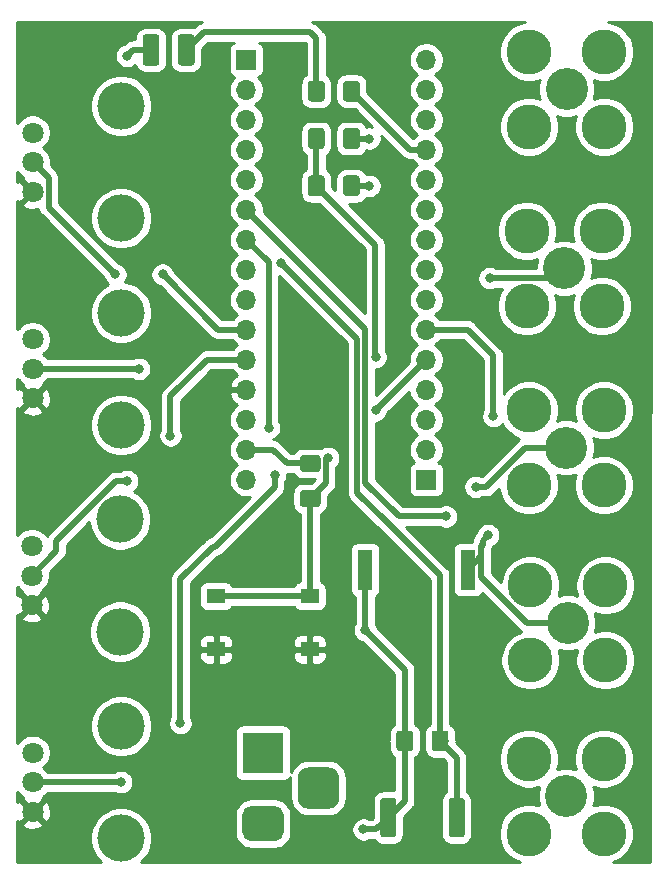
<source format=gbr>
G04 #@! TF.GenerationSoftware,KiCad,Pcbnew,5.1.6-c6e7f7d~87~ubuntu20.04.1*
G04 #@! TF.CreationDate,2020-07-16T12:52:22+01:00*
G04 #@! TF.ProjectId,spikeling,7370696b-656c-4696-9e67-2e6b69636164,rev?*
G04 #@! TF.SameCoordinates,Original*
G04 #@! TF.FileFunction,Copper,L1,Top*
G04 #@! TF.FilePolarity,Positive*
%FSLAX46Y46*%
G04 Gerber Fmt 4.6, Leading zero omitted, Abs format (unit mm)*
G04 Created by KiCad (PCBNEW 5.1.6-c6e7f7d~87~ubuntu20.04.1) date 2020-07-16 12:52:22*
%MOMM*%
%LPD*%
G01*
G04 APERTURE LIST*
G04 #@! TA.AperFunction,ComponentPad*
%ADD10C,3.810000*%
G04 #@! TD*
G04 #@! TA.AperFunction,ComponentPad*
%ADD11C,3.556000*%
G04 #@! TD*
G04 #@! TA.AperFunction,ComponentPad*
%ADD12O,1.700000X1.700000*%
G04 #@! TD*
G04 #@! TA.AperFunction,ComponentPad*
%ADD13R,1.700000X1.700000*%
G04 #@! TD*
G04 #@! TA.AperFunction,WasherPad*
%ADD14C,4.000000*%
G04 #@! TD*
G04 #@! TA.AperFunction,ComponentPad*
%ADD15C,1.800000*%
G04 #@! TD*
G04 #@! TA.AperFunction,SMDPad,CuDef*
%ADD16R,1.300000X3.400000*%
G04 #@! TD*
G04 #@! TA.AperFunction,ComponentPad*
%ADD17R,3.500000X3.500000*%
G04 #@! TD*
G04 #@! TA.AperFunction,SMDPad,CuDef*
%ADD18R,1.550000X1.300000*%
G04 #@! TD*
G04 #@! TA.AperFunction,ViaPad*
%ADD19C,0.800000*%
G04 #@! TD*
G04 #@! TA.AperFunction,Conductor*
%ADD20C,0.500000*%
G04 #@! TD*
G04 #@! TA.AperFunction,Conductor*
%ADD21C,0.254000*%
G04 #@! TD*
G04 APERTURE END LIST*
G04 #@! TA.AperFunction,SMDPad,CuDef*
G36*
G01*
X151812500Y-53075000D02*
X151812500Y-50925000D01*
G75*
G02*
X152062500Y-50675000I250000J0D01*
G01*
X152987500Y-50675000D01*
G75*
G02*
X153237500Y-50925000I0J-250000D01*
G01*
X153237500Y-53075000D01*
G75*
G02*
X152987500Y-53325000I-250000J0D01*
G01*
X152062500Y-53325000D01*
G75*
G02*
X151812500Y-53075000I0J250000D01*
G01*
G37*
G04 #@! TD.AperFunction*
G04 #@! TA.AperFunction,SMDPad,CuDef*
G36*
G01*
X154787500Y-53075000D02*
X154787500Y-50925000D01*
G75*
G02*
X155037500Y-50675000I250000J0D01*
G01*
X155962500Y-50675000D01*
G75*
G02*
X156212500Y-50925000I0J-250000D01*
G01*
X156212500Y-53075000D01*
G75*
G02*
X155962500Y-53325000I-250000J0D01*
G01*
X155037500Y-53325000D01*
G75*
G02*
X154787500Y-53075000I0J250000D01*
G01*
G37*
G04 #@! TD.AperFunction*
D10*
X184500000Y-82500000D03*
D11*
X187675000Y-85675000D03*
D10*
X190850000Y-82500000D03*
X184500000Y-88850000D03*
X190850000Y-88850000D03*
G04 #@! TA.AperFunction,SMDPad,CuDef*
G36*
G01*
X176275000Y-111125000D02*
X176275000Y-109875000D01*
G75*
G02*
X176525000Y-109625000I250000J0D01*
G01*
X177450000Y-109625000D01*
G75*
G02*
X177700000Y-109875000I0J-250000D01*
G01*
X177700000Y-111125000D01*
G75*
G02*
X177450000Y-111375000I-250000J0D01*
G01*
X176525000Y-111375000D01*
G75*
G02*
X176275000Y-111125000I0J250000D01*
G01*
G37*
G04 #@! TD.AperFunction*
G04 #@! TA.AperFunction,SMDPad,CuDef*
G36*
G01*
X173300000Y-111125000D02*
X173300000Y-109875000D01*
G75*
G02*
X173550000Y-109625000I250000J0D01*
G01*
X174475000Y-109625000D01*
G75*
G02*
X174725000Y-109875000I0J-250000D01*
G01*
X174725000Y-111125000D01*
G75*
G02*
X174475000Y-111375000I-250000J0D01*
G01*
X173550000Y-111375000D01*
G75*
G02*
X173300000Y-111125000I0J250000D01*
G01*
G37*
G04 #@! TD.AperFunction*
G04 #@! TA.AperFunction,SMDPad,CuDef*
G36*
G01*
X167225000Y-62875000D02*
X167225000Y-64125000D01*
G75*
G02*
X166975000Y-64375000I-250000J0D01*
G01*
X166050000Y-64375000D01*
G75*
G02*
X165800000Y-64125000I0J250000D01*
G01*
X165800000Y-62875000D01*
G75*
G02*
X166050000Y-62625000I250000J0D01*
G01*
X166975000Y-62625000D01*
G75*
G02*
X167225000Y-62875000I0J-250000D01*
G01*
G37*
G04 #@! TD.AperFunction*
G04 #@! TA.AperFunction,SMDPad,CuDef*
G36*
G01*
X170200000Y-62875000D02*
X170200000Y-64125000D01*
G75*
G02*
X169950000Y-64375000I-250000J0D01*
G01*
X169025000Y-64375000D01*
G75*
G02*
X168775000Y-64125000I0J250000D01*
G01*
X168775000Y-62875000D01*
G75*
G02*
X169025000Y-62625000I250000J0D01*
G01*
X169950000Y-62625000D01*
G75*
G02*
X170200000Y-62875000I0J-250000D01*
G01*
G37*
G04 #@! TD.AperFunction*
G04 #@! TA.AperFunction,SMDPad,CuDef*
G36*
G01*
X165375000Y-89275000D02*
X166625000Y-89275000D01*
G75*
G02*
X166875000Y-89525000I0J-250000D01*
G01*
X166875000Y-90450000D01*
G75*
G02*
X166625000Y-90700000I-250000J0D01*
G01*
X165375000Y-90700000D01*
G75*
G02*
X165125000Y-90450000I0J250000D01*
G01*
X165125000Y-89525000D01*
G75*
G02*
X165375000Y-89275000I250000J0D01*
G01*
G37*
G04 #@! TD.AperFunction*
G04 #@! TA.AperFunction,SMDPad,CuDef*
G36*
G01*
X165375000Y-86300000D02*
X166625000Y-86300000D01*
G75*
G02*
X166875000Y-86550000I0J-250000D01*
G01*
X166875000Y-87475000D01*
G75*
G02*
X166625000Y-87725000I-250000J0D01*
G01*
X165375000Y-87725000D01*
G75*
G02*
X165125000Y-87475000I0J250000D01*
G01*
X165125000Y-86550000D01*
G75*
G02*
X165375000Y-86300000I250000J0D01*
G01*
G37*
G04 #@! TD.AperFunction*
G04 #@! TA.AperFunction,SMDPad,CuDef*
G36*
G01*
X168775000Y-60125000D02*
X168775000Y-58875000D01*
G75*
G02*
X169025000Y-58625000I250000J0D01*
G01*
X169950000Y-58625000D01*
G75*
G02*
X170200000Y-58875000I0J-250000D01*
G01*
X170200000Y-60125000D01*
G75*
G02*
X169950000Y-60375000I-250000J0D01*
G01*
X169025000Y-60375000D01*
G75*
G02*
X168775000Y-60125000I0J250000D01*
G01*
G37*
G04 #@! TD.AperFunction*
G04 #@! TA.AperFunction,SMDPad,CuDef*
G36*
G01*
X165800000Y-60125000D02*
X165800000Y-58875000D01*
G75*
G02*
X166050000Y-58625000I250000J0D01*
G01*
X166975000Y-58625000D01*
G75*
G02*
X167225000Y-58875000I0J-250000D01*
G01*
X167225000Y-60125000D01*
G75*
G02*
X166975000Y-60375000I-250000J0D01*
G01*
X166050000Y-60375000D01*
G75*
G02*
X165800000Y-60125000I0J250000D01*
G01*
G37*
G04 #@! TD.AperFunction*
G04 #@! TA.AperFunction,SMDPad,CuDef*
G36*
G01*
X168775000Y-56125000D02*
X168775000Y-54875000D01*
G75*
G02*
X169025000Y-54625000I250000J0D01*
G01*
X169950000Y-54625000D01*
G75*
G02*
X170200000Y-54875000I0J-250000D01*
G01*
X170200000Y-56125000D01*
G75*
G02*
X169950000Y-56375000I-250000J0D01*
G01*
X169025000Y-56375000D01*
G75*
G02*
X168775000Y-56125000I0J250000D01*
G01*
G37*
G04 #@! TD.AperFunction*
G04 #@! TA.AperFunction,SMDPad,CuDef*
G36*
G01*
X165800000Y-56125000D02*
X165800000Y-54875000D01*
G75*
G02*
X166050000Y-54625000I250000J0D01*
G01*
X166975000Y-54625000D01*
G75*
G02*
X167225000Y-54875000I0J-250000D01*
G01*
X167225000Y-56125000D01*
G75*
G02*
X166975000Y-56375000I-250000J0D01*
G01*
X166050000Y-56375000D01*
G75*
G02*
X165800000Y-56125000I0J250000D01*
G01*
G37*
G04 #@! TD.AperFunction*
D12*
X160584000Y-88392000D03*
X160584000Y-85852000D03*
X160584000Y-83312000D03*
X160584000Y-80772000D03*
X160584000Y-78232000D03*
X160584000Y-75692000D03*
X160584000Y-73152000D03*
X160584000Y-70612000D03*
X160584000Y-68072000D03*
X160584000Y-65532000D03*
X160584000Y-62992000D03*
X160584000Y-60452000D03*
X160584000Y-57912000D03*
X160584000Y-55372000D03*
D13*
X160584000Y-52832000D03*
D12*
X175824000Y-52832000D03*
X175824000Y-55372000D03*
X175824000Y-57912000D03*
X175824000Y-60452000D03*
X175824000Y-62992000D03*
X175824000Y-65532000D03*
X175824000Y-68072000D03*
X175824000Y-70612000D03*
X175824000Y-73152000D03*
X175824000Y-75692000D03*
X175824000Y-78232000D03*
X175824000Y-80772000D03*
X175824000Y-83312000D03*
X175824000Y-85852000D03*
D13*
X175824000Y-88392000D03*
D14*
X149922000Y-101250000D03*
X149922000Y-91750000D03*
D15*
X142422000Y-99000000D03*
X142422000Y-96500000D03*
X142422000Y-94000000D03*
X142500000Y-76500000D03*
X142500000Y-79000000D03*
X142500000Y-81500000D03*
D14*
X150000000Y-74250000D03*
X150000000Y-83750000D03*
X150000000Y-66250000D03*
X150000000Y-56750000D03*
D15*
X142500000Y-64000000D03*
X142500000Y-61500000D03*
X142500000Y-59000000D03*
X142500000Y-111500000D03*
X142500000Y-114000000D03*
X142500000Y-116500000D03*
D14*
X150000000Y-109250000D03*
X150000000Y-118750000D03*
D10*
X184531000Y-52150000D03*
D11*
X187706000Y-55325000D03*
D10*
X190881000Y-52150000D03*
X184531000Y-58500000D03*
X190881000Y-58500000D03*
X190675000Y-73675000D03*
X184325000Y-73675000D03*
X190675000Y-67325000D03*
D11*
X187500000Y-70500000D03*
D10*
X184325000Y-67325000D03*
X184650000Y-97325000D03*
D11*
X187825000Y-100500000D03*
D10*
X191000000Y-97325000D03*
X184650000Y-103675000D03*
X191000000Y-103675000D03*
X190850000Y-118350000D03*
X184500000Y-118350000D03*
X190850000Y-112000000D03*
D11*
X187675000Y-115175000D03*
D10*
X184500000Y-112000000D03*
D16*
X179350000Y-96000000D03*
X170650000Y-96000000D03*
D17*
X162000000Y-111500000D03*
G04 #@! TA.AperFunction,ComponentPad*
G36*
G01*
X163000000Y-119000000D02*
X161000000Y-119000000D01*
G75*
G02*
X160250000Y-118250000I0J750000D01*
G01*
X160250000Y-116750000D01*
G75*
G02*
X161000000Y-116000000I750000J0D01*
G01*
X163000000Y-116000000D01*
G75*
G02*
X163750000Y-116750000I0J-750000D01*
G01*
X163750000Y-118250000D01*
G75*
G02*
X163000000Y-119000000I-750000J0D01*
G01*
G37*
G04 #@! TD.AperFunction*
G04 #@! TA.AperFunction,ComponentPad*
G36*
G01*
X167575000Y-116250000D02*
X165825000Y-116250000D01*
G75*
G02*
X164950000Y-115375000I0J875000D01*
G01*
X164950000Y-113625000D01*
G75*
G02*
X165825000Y-112750000I875000J0D01*
G01*
X167575000Y-112750000D01*
G75*
G02*
X168450000Y-113625000I0J-875000D01*
G01*
X168450000Y-115375000D01*
G75*
G02*
X167575000Y-116250000I-875000J0D01*
G01*
G37*
G04 #@! TD.AperFunction*
D18*
X165975000Y-98250000D03*
X165975000Y-102750000D03*
X158025000Y-102750000D03*
X158025000Y-98250000D03*
G04 #@! TA.AperFunction,SMDPad,CuDef*
G36*
G01*
X171925000Y-118425001D02*
X171925000Y-115574999D01*
G75*
G02*
X172174999Y-115325000I249999J0D01*
G01*
X173025001Y-115325000D01*
G75*
G02*
X173275000Y-115574999I0J-249999D01*
G01*
X173275000Y-118425001D01*
G75*
G02*
X173025001Y-118675000I-249999J0D01*
G01*
X172174999Y-118675000D01*
G75*
G02*
X171925000Y-118425001I0J249999D01*
G01*
G37*
G04 #@! TD.AperFunction*
G04 #@! TA.AperFunction,SMDPad,CuDef*
G36*
G01*
X177725000Y-118425001D02*
X177725000Y-115574999D01*
G75*
G02*
X177974999Y-115325000I249999J0D01*
G01*
X178825001Y-115325000D01*
G75*
G02*
X179075000Y-115574999I0J-249999D01*
G01*
X179075000Y-118425001D01*
G75*
G02*
X178825001Y-118675000I-249999J0D01*
G01*
X177974999Y-118675000D01*
G75*
G02*
X177725000Y-118425001I0J249999D01*
G01*
G37*
G04 #@! TD.AperFunction*
D19*
X171000000Y-63500000D03*
X170650000Y-101137500D03*
X170500000Y-118000000D03*
X150500000Y-52500000D03*
X171527999Y-78000000D03*
X181500000Y-83000000D03*
X181075000Y-93075000D03*
X163500000Y-70000000D03*
X181180001Y-71319999D03*
X177500000Y-91500000D03*
X180000000Y-89000000D03*
X171000000Y-59500000D03*
X171528000Y-82528000D03*
X167528000Y-86528000D03*
X154158000Y-84658000D03*
X150500000Y-88500000D03*
X153500000Y-71000000D03*
X149500000Y-71000000D03*
X151500000Y-79000000D03*
X162500000Y-84000000D03*
X163000000Y-88000000D03*
X155000000Y-109000000D03*
X150000000Y-114000000D03*
D20*
X169487500Y-63500000D02*
X171000000Y-63500000D01*
X170650000Y-96000000D02*
X170650000Y-101137500D01*
X174012500Y-109987500D02*
X173500000Y-110500000D01*
X174012500Y-104500000D02*
X174012500Y-109987500D01*
X170650000Y-101137500D02*
X174012500Y-104500000D01*
X166000000Y-87012500D02*
X164012500Y-87012500D01*
X162852000Y-85852000D02*
X160584000Y-85852000D01*
X164012500Y-87012500D02*
X162852000Y-85852000D01*
X174012500Y-115587500D02*
X172600000Y-117000000D01*
X174012500Y-110500000D02*
X174012500Y-115587500D01*
X172600000Y-117000000D02*
X171600000Y-118000000D01*
X171600000Y-118000000D02*
X170500000Y-118000000D01*
X152525000Y-52000000D02*
X151000000Y-52000000D01*
X151000000Y-52000000D02*
X150500000Y-52500000D01*
X166512500Y-59500000D02*
X166512500Y-63500000D01*
X166512500Y-63500000D02*
X171500000Y-68487500D01*
X171500000Y-77972001D02*
X171527999Y-78000000D01*
X171500000Y-68487500D02*
X171500000Y-77972001D01*
X157000000Y-50500000D02*
X155500000Y-52000000D01*
X166000000Y-50500000D02*
X157000000Y-50500000D01*
X166512500Y-51012500D02*
X166000000Y-50500000D01*
X166512500Y-55500000D02*
X166512500Y-51012500D01*
X180500000Y-94850000D02*
X179350000Y-96000000D01*
X180500000Y-94000000D02*
X180500000Y-94850000D01*
X180600000Y-93900000D02*
X180500000Y-94000000D01*
X180600000Y-93550000D02*
X180600000Y-93900000D01*
X181075000Y-93075000D02*
X180600000Y-93550000D01*
X184339598Y-100500000D02*
X187825000Y-100500000D01*
X180500000Y-96660402D02*
X184339598Y-100500000D01*
X180500000Y-94850000D02*
X180500000Y-96660402D01*
X179324000Y-75692000D02*
X175824000Y-75692000D01*
X181500000Y-77868000D02*
X179324000Y-75692000D01*
X181500000Y-83000000D02*
X181500000Y-77868000D01*
X176987500Y-109987500D02*
X177500000Y-110500000D01*
X176987500Y-104500000D02*
X176987500Y-109987500D01*
X176987500Y-104500000D02*
X176987500Y-96487500D01*
X176987500Y-96487500D02*
X172500000Y-92000000D01*
X172500000Y-92000000D02*
X170000000Y-89500000D01*
X170000000Y-88989963D02*
X169977989Y-88967952D01*
X170000000Y-89500000D02*
X170000000Y-88989963D01*
X169977989Y-76477989D02*
X163500000Y-70000000D01*
X169977989Y-88967952D02*
X169977989Y-76477989D01*
X178400000Y-111912500D02*
X176987500Y-110500000D01*
X178400000Y-117000000D02*
X178400000Y-111912500D01*
X186680001Y-71319999D02*
X187500000Y-70500000D01*
X181180001Y-71319999D02*
X186680001Y-71319999D01*
X170677999Y-75625999D02*
X160584000Y-65532000D01*
X173500000Y-91500000D02*
X170677999Y-88677999D01*
X177500000Y-91500000D02*
X177500000Y-91500000D01*
X180000000Y-89000000D02*
X180000000Y-89000000D01*
X170677999Y-88677999D02*
X170677999Y-75625999D01*
X180864598Y-89000000D02*
X184189598Y-85675000D01*
X184189598Y-85675000D02*
X187675000Y-85675000D01*
X180000000Y-89000000D02*
X180864598Y-89000000D01*
X177500000Y-91500000D02*
X173500000Y-91500000D01*
X171000000Y-59500000D02*
X169487500Y-59500000D01*
X174439500Y-60452000D02*
X169487500Y-55500000D01*
X175824000Y-60452000D02*
X174439500Y-60452000D01*
X167325010Y-88662490D02*
X166000000Y-89987500D01*
X167325010Y-86730990D02*
X167325010Y-88662490D01*
X175824000Y-78232000D02*
X171528000Y-82528000D01*
X167528000Y-86528000D02*
X167325010Y-86730990D01*
X166000000Y-98225000D02*
X165975000Y-98250000D01*
X166000000Y-89987500D02*
X166000000Y-98225000D01*
X165975000Y-98250000D02*
X158025000Y-98250000D01*
X149545998Y-88500000D02*
X144500000Y-93545998D01*
X150500000Y-88500000D02*
X149545998Y-88500000D01*
X144500000Y-94422000D02*
X142422000Y-96500000D01*
X144500000Y-93545998D02*
X144500000Y-94422000D01*
X150500000Y-88500000D02*
X150500000Y-88500000D01*
X160584000Y-78232000D02*
X157268000Y-78232000D01*
X154158000Y-81342000D02*
X154158000Y-84658000D01*
X157268000Y-78232000D02*
X154158000Y-81342000D01*
X160584000Y-75692000D02*
X158192000Y-75692000D01*
X158192000Y-75692000D02*
X153500000Y-71000000D01*
X143850001Y-62850001D02*
X142500000Y-61500000D01*
X143850001Y-65350001D02*
X143850001Y-62850001D01*
X149500000Y-71000000D02*
X149500000Y-71000000D01*
X153500000Y-71000000D02*
X153500000Y-71000000D01*
X149500000Y-71000000D02*
X143850001Y-65350001D01*
X151500000Y-79000000D02*
X142500000Y-79000000D01*
X160584000Y-68072000D02*
X162500000Y-69988000D01*
X162500000Y-69988000D02*
X162500000Y-84000000D01*
X155000000Y-109000000D02*
X155000000Y-109000000D01*
X155000000Y-96785037D02*
X155000000Y-109000000D01*
X157735047Y-94049990D02*
X155000000Y-96785037D01*
X150000000Y-114000000D02*
X150000000Y-114000000D01*
X157950010Y-94049990D02*
X157735047Y-94049990D01*
X163000000Y-89000000D02*
X157950010Y-94049990D01*
X163000000Y-88000000D02*
X163000000Y-89000000D01*
X150000000Y-114000000D02*
X150000000Y-114000000D01*
X155000000Y-109000000D02*
X155000000Y-109000000D01*
X150000000Y-114000000D02*
X142500000Y-114000000D01*
D21*
G36*
X156826510Y-49627805D02*
G01*
X156659687Y-49678411D01*
X156505941Y-49760589D01*
X156505939Y-49760590D01*
X156505940Y-49760590D01*
X156404953Y-49843468D01*
X156404951Y-49843470D01*
X156371183Y-49871183D01*
X156343470Y-49904951D01*
X156180773Y-50067648D01*
X156135754Y-50053992D01*
X155962500Y-50036928D01*
X155037500Y-50036928D01*
X154864246Y-50053992D01*
X154697650Y-50104528D01*
X154544114Y-50186595D01*
X154409538Y-50297038D01*
X154299095Y-50431614D01*
X154217028Y-50585150D01*
X154166492Y-50751746D01*
X154149428Y-50925000D01*
X154149428Y-53075000D01*
X154166492Y-53248254D01*
X154217028Y-53414850D01*
X154299095Y-53568386D01*
X154409538Y-53702962D01*
X154544114Y-53813405D01*
X154697650Y-53895472D01*
X154864246Y-53946008D01*
X155037500Y-53963072D01*
X155962500Y-53963072D01*
X156135754Y-53946008D01*
X156302350Y-53895472D01*
X156455886Y-53813405D01*
X156590462Y-53702962D01*
X156700905Y-53568386D01*
X156782972Y-53414850D01*
X156833508Y-53248254D01*
X156850572Y-53075000D01*
X156850572Y-51901006D01*
X157366579Y-51385000D01*
X159514538Y-51385000D01*
X159489820Y-51392498D01*
X159379506Y-51451463D01*
X159282815Y-51530815D01*
X159203463Y-51627506D01*
X159144498Y-51737820D01*
X159108188Y-51857518D01*
X159095928Y-51982000D01*
X159095928Y-53682000D01*
X159108188Y-53806482D01*
X159144498Y-53926180D01*
X159203463Y-54036494D01*
X159282815Y-54133185D01*
X159379506Y-54212537D01*
X159489820Y-54271502D01*
X159562380Y-54293513D01*
X159430525Y-54425368D01*
X159268010Y-54668589D01*
X159156068Y-54938842D01*
X159099000Y-55225740D01*
X159099000Y-55518260D01*
X159156068Y-55805158D01*
X159268010Y-56075411D01*
X159430525Y-56318632D01*
X159637368Y-56525475D01*
X159811760Y-56642000D01*
X159637368Y-56758525D01*
X159430525Y-56965368D01*
X159268010Y-57208589D01*
X159156068Y-57478842D01*
X159099000Y-57765740D01*
X159099000Y-58058260D01*
X159156068Y-58345158D01*
X159268010Y-58615411D01*
X159430525Y-58858632D01*
X159637368Y-59065475D01*
X159811760Y-59182000D01*
X159637368Y-59298525D01*
X159430525Y-59505368D01*
X159268010Y-59748589D01*
X159156068Y-60018842D01*
X159099000Y-60305740D01*
X159099000Y-60598260D01*
X159156068Y-60885158D01*
X159268010Y-61155411D01*
X159430525Y-61398632D01*
X159637368Y-61605475D01*
X159811760Y-61722000D01*
X159637368Y-61838525D01*
X159430525Y-62045368D01*
X159268010Y-62288589D01*
X159156068Y-62558842D01*
X159099000Y-62845740D01*
X159099000Y-63138260D01*
X159156068Y-63425158D01*
X159268010Y-63695411D01*
X159430525Y-63938632D01*
X159637368Y-64145475D01*
X159811760Y-64262000D01*
X159637368Y-64378525D01*
X159430525Y-64585368D01*
X159268010Y-64828589D01*
X159156068Y-65098842D01*
X159099000Y-65385740D01*
X159099000Y-65678260D01*
X159156068Y-65965158D01*
X159268010Y-66235411D01*
X159430525Y-66478632D01*
X159637368Y-66685475D01*
X159811760Y-66802000D01*
X159637368Y-66918525D01*
X159430525Y-67125368D01*
X159268010Y-67368589D01*
X159156068Y-67638842D01*
X159099000Y-67925740D01*
X159099000Y-68218260D01*
X159156068Y-68505158D01*
X159268010Y-68775411D01*
X159430525Y-69018632D01*
X159637368Y-69225475D01*
X159811760Y-69342000D01*
X159637368Y-69458525D01*
X159430525Y-69665368D01*
X159268010Y-69908589D01*
X159156068Y-70178842D01*
X159099000Y-70465740D01*
X159099000Y-70758260D01*
X159156068Y-71045158D01*
X159268010Y-71315411D01*
X159430525Y-71558632D01*
X159637368Y-71765475D01*
X159811760Y-71882000D01*
X159637368Y-71998525D01*
X159430525Y-72205368D01*
X159268010Y-72448589D01*
X159156068Y-72718842D01*
X159099000Y-73005740D01*
X159099000Y-73298260D01*
X159156068Y-73585158D01*
X159268010Y-73855411D01*
X159430525Y-74098632D01*
X159637368Y-74305475D01*
X159811760Y-74422000D01*
X159637368Y-74538525D01*
X159430525Y-74745368D01*
X159389344Y-74807000D01*
X158558579Y-74807000D01*
X154506535Y-70754957D01*
X154495226Y-70698102D01*
X154417205Y-70509744D01*
X154303937Y-70340226D01*
X154159774Y-70196063D01*
X153990256Y-70082795D01*
X153801898Y-70004774D01*
X153601939Y-69965000D01*
X153398061Y-69965000D01*
X153198102Y-70004774D01*
X153009744Y-70082795D01*
X152840226Y-70196063D01*
X152696063Y-70340226D01*
X152582795Y-70509744D01*
X152504774Y-70698102D01*
X152465000Y-70898061D01*
X152465000Y-71101939D01*
X152504774Y-71301898D01*
X152582795Y-71490256D01*
X152696063Y-71659774D01*
X152840226Y-71803937D01*
X153009744Y-71917205D01*
X153198102Y-71995226D01*
X153254957Y-72006535D01*
X157535470Y-76287049D01*
X157563183Y-76320817D01*
X157596951Y-76348530D01*
X157596953Y-76348532D01*
X157617518Y-76365409D01*
X157697941Y-76431411D01*
X157851687Y-76513589D01*
X158018510Y-76564195D01*
X158148523Y-76577000D01*
X158148533Y-76577000D01*
X158191999Y-76581281D01*
X158235466Y-76577000D01*
X159389344Y-76577000D01*
X159430525Y-76638632D01*
X159637368Y-76845475D01*
X159811760Y-76962000D01*
X159637368Y-77078525D01*
X159430525Y-77285368D01*
X159389344Y-77347000D01*
X157311465Y-77347000D01*
X157267999Y-77342719D01*
X157224533Y-77347000D01*
X157224523Y-77347000D01*
X157094510Y-77359805D01*
X156927687Y-77410411D01*
X156773941Y-77492589D01*
X156753038Y-77509744D01*
X156672953Y-77575468D01*
X156672951Y-77575470D01*
X156639183Y-77603183D01*
X156611470Y-77636951D01*
X153562956Y-80685466D01*
X153529183Y-80713183D01*
X153418589Y-80847942D01*
X153336411Y-81001688D01*
X153285805Y-81168511D01*
X153273000Y-81298524D01*
X153273000Y-81298531D01*
X153268719Y-81342000D01*
X153273000Y-81385469D01*
X153273001Y-84119544D01*
X153240795Y-84167744D01*
X153162774Y-84356102D01*
X153123000Y-84556061D01*
X153123000Y-84759939D01*
X153162774Y-84959898D01*
X153240795Y-85148256D01*
X153354063Y-85317774D01*
X153498226Y-85461937D01*
X153667744Y-85575205D01*
X153856102Y-85653226D01*
X154056061Y-85693000D01*
X154259939Y-85693000D01*
X154459898Y-85653226D01*
X154648256Y-85575205D01*
X154817774Y-85461937D01*
X154961937Y-85317774D01*
X155075205Y-85148256D01*
X155153226Y-84959898D01*
X155193000Y-84759939D01*
X155193000Y-84556061D01*
X155153226Y-84356102D01*
X155075205Y-84167744D01*
X155043000Y-84119546D01*
X155043000Y-81708578D01*
X157634579Y-79117000D01*
X159389344Y-79117000D01*
X159430525Y-79178632D01*
X159637368Y-79385475D01*
X159819534Y-79507195D01*
X159702645Y-79576822D01*
X159486412Y-79771731D01*
X159312359Y-80005080D01*
X159187175Y-80267901D01*
X159142524Y-80415110D01*
X159263845Y-80645000D01*
X160457000Y-80645000D01*
X160457000Y-80625000D01*
X160711000Y-80625000D01*
X160711000Y-80645000D01*
X160731000Y-80645000D01*
X160731000Y-80899000D01*
X160711000Y-80899000D01*
X160711000Y-80919000D01*
X160457000Y-80919000D01*
X160457000Y-80899000D01*
X159263845Y-80899000D01*
X159142524Y-81128890D01*
X159187175Y-81276099D01*
X159312359Y-81538920D01*
X159486412Y-81772269D01*
X159702645Y-81967178D01*
X159819534Y-82036805D01*
X159637368Y-82158525D01*
X159430525Y-82365368D01*
X159268010Y-82608589D01*
X159156068Y-82878842D01*
X159099000Y-83165740D01*
X159099000Y-83458260D01*
X159156068Y-83745158D01*
X159268010Y-84015411D01*
X159430525Y-84258632D01*
X159637368Y-84465475D01*
X159811760Y-84582000D01*
X159637368Y-84698525D01*
X159430525Y-84905368D01*
X159268010Y-85148589D01*
X159156068Y-85418842D01*
X159099000Y-85705740D01*
X159099000Y-85998260D01*
X159156068Y-86285158D01*
X159268010Y-86555411D01*
X159430525Y-86798632D01*
X159637368Y-87005475D01*
X159811760Y-87122000D01*
X159637368Y-87238525D01*
X159430525Y-87445368D01*
X159268010Y-87688589D01*
X159156068Y-87958842D01*
X159099000Y-88245740D01*
X159099000Y-88538260D01*
X159156068Y-88825158D01*
X159268010Y-89095411D01*
X159430525Y-89338632D01*
X159637368Y-89545475D01*
X159880589Y-89707990D01*
X160150842Y-89819932D01*
X160437740Y-89877000D01*
X160730260Y-89877000D01*
X160906472Y-89841949D01*
X157571618Y-93176804D01*
X157561557Y-93177795D01*
X157394733Y-93228401D01*
X157240988Y-93310579D01*
X157140000Y-93393458D01*
X157139998Y-93393460D01*
X157106230Y-93421173D01*
X157078517Y-93454941D01*
X154404956Y-96128503D01*
X154371183Y-96156220D01*
X154260589Y-96290979D01*
X154178411Y-96444725D01*
X154127805Y-96611548D01*
X154115000Y-96741561D01*
X154115000Y-96741568D01*
X154110719Y-96785037D01*
X154115000Y-96828506D01*
X154115001Y-108461544D01*
X154082795Y-108509744D01*
X154004774Y-108698102D01*
X153965000Y-108898061D01*
X153965000Y-109101939D01*
X154004774Y-109301898D01*
X154082795Y-109490256D01*
X154196063Y-109659774D01*
X154340226Y-109803937D01*
X154509744Y-109917205D01*
X154698102Y-109995226D01*
X154898061Y-110035000D01*
X155101939Y-110035000D01*
X155301898Y-109995226D01*
X155490256Y-109917205D01*
X155659774Y-109803937D01*
X155713711Y-109750000D01*
X159611928Y-109750000D01*
X159611928Y-113250000D01*
X159624188Y-113374482D01*
X159660498Y-113494180D01*
X159719463Y-113604494D01*
X159798815Y-113701185D01*
X159895506Y-113780537D01*
X160005820Y-113839502D01*
X160125518Y-113875812D01*
X160250000Y-113888072D01*
X163750000Y-113888072D01*
X163874482Y-113875812D01*
X163994180Y-113839502D01*
X164104494Y-113780537D01*
X164201185Y-113701185D01*
X164280537Y-113604494D01*
X164321494Y-113527869D01*
X164311928Y-113625000D01*
X164311928Y-115375000D01*
X164341001Y-115670186D01*
X164427104Y-115954028D01*
X164566927Y-116215618D01*
X164755097Y-116444903D01*
X164984382Y-116633073D01*
X165245972Y-116772896D01*
X165529814Y-116858999D01*
X165825000Y-116888072D01*
X167575000Y-116888072D01*
X167870186Y-116858999D01*
X168154028Y-116772896D01*
X168415618Y-116633073D01*
X168644903Y-116444903D01*
X168833073Y-116215618D01*
X168972896Y-115954028D01*
X169058999Y-115670186D01*
X169088072Y-115375000D01*
X169088072Y-113625000D01*
X169058999Y-113329814D01*
X168972896Y-113045972D01*
X168833073Y-112784382D01*
X168644903Y-112555097D01*
X168415618Y-112366927D01*
X168154028Y-112227104D01*
X167870186Y-112141001D01*
X167575000Y-112111928D01*
X165825000Y-112111928D01*
X165529814Y-112141001D01*
X165245972Y-112227104D01*
X164984382Y-112366927D01*
X164755097Y-112555097D01*
X164566927Y-112784382D01*
X164427104Y-113045972D01*
X164388072Y-113174643D01*
X164388072Y-109750000D01*
X164375812Y-109625518D01*
X164339502Y-109505820D01*
X164280537Y-109395506D01*
X164201185Y-109298815D01*
X164104494Y-109219463D01*
X163994180Y-109160498D01*
X163874482Y-109124188D01*
X163750000Y-109111928D01*
X160250000Y-109111928D01*
X160125518Y-109124188D01*
X160005820Y-109160498D01*
X159895506Y-109219463D01*
X159798815Y-109298815D01*
X159719463Y-109395506D01*
X159660498Y-109505820D01*
X159624188Y-109625518D01*
X159611928Y-109750000D01*
X155713711Y-109750000D01*
X155803937Y-109659774D01*
X155917205Y-109490256D01*
X155995226Y-109301898D01*
X156035000Y-109101939D01*
X156035000Y-108898061D01*
X155995226Y-108698102D01*
X155917205Y-108509744D01*
X155885000Y-108461546D01*
X155885000Y-103400000D01*
X156611928Y-103400000D01*
X156624188Y-103524482D01*
X156660498Y-103644180D01*
X156719463Y-103754494D01*
X156798815Y-103851185D01*
X156895506Y-103930537D01*
X157005820Y-103989502D01*
X157125518Y-104025812D01*
X157250000Y-104038072D01*
X157739250Y-104035000D01*
X157898000Y-103876250D01*
X157898000Y-102877000D01*
X158152000Y-102877000D01*
X158152000Y-103876250D01*
X158310750Y-104035000D01*
X158800000Y-104038072D01*
X158924482Y-104025812D01*
X159044180Y-103989502D01*
X159154494Y-103930537D01*
X159251185Y-103851185D01*
X159330537Y-103754494D01*
X159389502Y-103644180D01*
X159425812Y-103524482D01*
X159438072Y-103400000D01*
X164561928Y-103400000D01*
X164574188Y-103524482D01*
X164610498Y-103644180D01*
X164669463Y-103754494D01*
X164748815Y-103851185D01*
X164845506Y-103930537D01*
X164955820Y-103989502D01*
X165075518Y-104025812D01*
X165200000Y-104038072D01*
X165689250Y-104035000D01*
X165848000Y-103876250D01*
X165848000Y-102877000D01*
X166102000Y-102877000D01*
X166102000Y-103876250D01*
X166260750Y-104035000D01*
X166750000Y-104038072D01*
X166874482Y-104025812D01*
X166994180Y-103989502D01*
X167104494Y-103930537D01*
X167201185Y-103851185D01*
X167280537Y-103754494D01*
X167339502Y-103644180D01*
X167375812Y-103524482D01*
X167388072Y-103400000D01*
X167385000Y-103035750D01*
X167226250Y-102877000D01*
X166102000Y-102877000D01*
X165848000Y-102877000D01*
X164723750Y-102877000D01*
X164565000Y-103035750D01*
X164561928Y-103400000D01*
X159438072Y-103400000D01*
X159435000Y-103035750D01*
X159276250Y-102877000D01*
X158152000Y-102877000D01*
X157898000Y-102877000D01*
X156773750Y-102877000D01*
X156615000Y-103035750D01*
X156611928Y-103400000D01*
X155885000Y-103400000D01*
X155885000Y-102100000D01*
X156611928Y-102100000D01*
X156615000Y-102464250D01*
X156773750Y-102623000D01*
X157898000Y-102623000D01*
X157898000Y-101623750D01*
X158152000Y-101623750D01*
X158152000Y-102623000D01*
X159276250Y-102623000D01*
X159435000Y-102464250D01*
X159438072Y-102100000D01*
X164561928Y-102100000D01*
X164565000Y-102464250D01*
X164723750Y-102623000D01*
X165848000Y-102623000D01*
X165848000Y-101623750D01*
X166102000Y-101623750D01*
X166102000Y-102623000D01*
X167226250Y-102623000D01*
X167385000Y-102464250D01*
X167388072Y-102100000D01*
X167375812Y-101975518D01*
X167339502Y-101855820D01*
X167280537Y-101745506D01*
X167201185Y-101648815D01*
X167104494Y-101569463D01*
X166994180Y-101510498D01*
X166874482Y-101474188D01*
X166750000Y-101461928D01*
X166260750Y-101465000D01*
X166102000Y-101623750D01*
X165848000Y-101623750D01*
X165689250Y-101465000D01*
X165200000Y-101461928D01*
X165075518Y-101474188D01*
X164955820Y-101510498D01*
X164845506Y-101569463D01*
X164748815Y-101648815D01*
X164669463Y-101745506D01*
X164610498Y-101855820D01*
X164574188Y-101975518D01*
X164561928Y-102100000D01*
X159438072Y-102100000D01*
X159425812Y-101975518D01*
X159389502Y-101855820D01*
X159330537Y-101745506D01*
X159251185Y-101648815D01*
X159154494Y-101569463D01*
X159044180Y-101510498D01*
X158924482Y-101474188D01*
X158800000Y-101461928D01*
X158310750Y-101465000D01*
X158152000Y-101623750D01*
X157898000Y-101623750D01*
X157739250Y-101465000D01*
X157250000Y-101461928D01*
X157125518Y-101474188D01*
X157005820Y-101510498D01*
X156895506Y-101569463D01*
X156798815Y-101648815D01*
X156719463Y-101745506D01*
X156660498Y-101855820D01*
X156624188Y-101975518D01*
X156611928Y-102100000D01*
X155885000Y-102100000D01*
X155885000Y-97151615D01*
X158113440Y-94923176D01*
X158123500Y-94922185D01*
X158290323Y-94871579D01*
X158444069Y-94789401D01*
X158578827Y-94678807D01*
X158606544Y-94645034D01*
X163595049Y-89656530D01*
X163628817Y-89628817D01*
X163659943Y-89590891D01*
X163739410Y-89494060D01*
X163739411Y-89494059D01*
X163821589Y-89340313D01*
X163872195Y-89173490D01*
X163885000Y-89043477D01*
X163885000Y-89043467D01*
X163889281Y-89000001D01*
X163885000Y-88956535D01*
X163885000Y-88538454D01*
X163917205Y-88490256D01*
X163995226Y-88301898D01*
X164035000Y-88101939D01*
X164035000Y-87899565D01*
X164055969Y-87897500D01*
X164598706Y-87897500D01*
X164636595Y-87968386D01*
X164747038Y-88102962D01*
X164881614Y-88213405D01*
X165035150Y-88295472D01*
X165201746Y-88346008D01*
X165375000Y-88363072D01*
X166372849Y-88363072D01*
X166098993Y-88636928D01*
X165375000Y-88636928D01*
X165201746Y-88653992D01*
X165035150Y-88704528D01*
X164881614Y-88786595D01*
X164747038Y-88897038D01*
X164636595Y-89031614D01*
X164554528Y-89185150D01*
X164503992Y-89351746D01*
X164486928Y-89525000D01*
X164486928Y-90450000D01*
X164503992Y-90623254D01*
X164554528Y-90789850D01*
X164636595Y-90943386D01*
X164747038Y-91077962D01*
X164881614Y-91188405D01*
X165035150Y-91270472D01*
X165115000Y-91294694D01*
X165115001Y-96970299D01*
X165075518Y-96974188D01*
X164955820Y-97010498D01*
X164845506Y-97069463D01*
X164748815Y-97148815D01*
X164669463Y-97245506D01*
X164610498Y-97355820D01*
X164607713Y-97365000D01*
X159392287Y-97365000D01*
X159389502Y-97355820D01*
X159330537Y-97245506D01*
X159251185Y-97148815D01*
X159154494Y-97069463D01*
X159044180Y-97010498D01*
X158924482Y-96974188D01*
X158800000Y-96961928D01*
X157250000Y-96961928D01*
X157125518Y-96974188D01*
X157005820Y-97010498D01*
X156895506Y-97069463D01*
X156798815Y-97148815D01*
X156719463Y-97245506D01*
X156660498Y-97355820D01*
X156624188Y-97475518D01*
X156611928Y-97600000D01*
X156611928Y-98900000D01*
X156624188Y-99024482D01*
X156660498Y-99144180D01*
X156719463Y-99254494D01*
X156798815Y-99351185D01*
X156895506Y-99430537D01*
X157005820Y-99489502D01*
X157125518Y-99525812D01*
X157250000Y-99538072D01*
X158800000Y-99538072D01*
X158924482Y-99525812D01*
X159044180Y-99489502D01*
X159154494Y-99430537D01*
X159251185Y-99351185D01*
X159330537Y-99254494D01*
X159389502Y-99144180D01*
X159392287Y-99135000D01*
X164607713Y-99135000D01*
X164610498Y-99144180D01*
X164669463Y-99254494D01*
X164748815Y-99351185D01*
X164845506Y-99430537D01*
X164955820Y-99489502D01*
X165075518Y-99525812D01*
X165200000Y-99538072D01*
X166750000Y-99538072D01*
X166874482Y-99525812D01*
X166994180Y-99489502D01*
X167104494Y-99430537D01*
X167201185Y-99351185D01*
X167280537Y-99254494D01*
X167339502Y-99144180D01*
X167375812Y-99024482D01*
X167388072Y-98900000D01*
X167388072Y-97600000D01*
X167375812Y-97475518D01*
X167339502Y-97355820D01*
X167280537Y-97245506D01*
X167201185Y-97148815D01*
X167104494Y-97069463D01*
X166994180Y-97010498D01*
X166885000Y-96977379D01*
X166885000Y-94300000D01*
X169361928Y-94300000D01*
X169361928Y-97700000D01*
X169374188Y-97824482D01*
X169410498Y-97944180D01*
X169469463Y-98054494D01*
X169548815Y-98151185D01*
X169645506Y-98230537D01*
X169755820Y-98289502D01*
X169765000Y-98292287D01*
X169765001Y-100599044D01*
X169732795Y-100647244D01*
X169654774Y-100835602D01*
X169615000Y-101035561D01*
X169615000Y-101239439D01*
X169654774Y-101439398D01*
X169732795Y-101627756D01*
X169846063Y-101797274D01*
X169990226Y-101941437D01*
X170159744Y-102054705D01*
X170348102Y-102132726D01*
X170404957Y-102144035D01*
X173127500Y-104866579D01*
X173127501Y-109098705D01*
X173056614Y-109136595D01*
X172922038Y-109247038D01*
X172811595Y-109381614D01*
X172729528Y-109535150D01*
X172678992Y-109701746D01*
X172661928Y-109875000D01*
X172661928Y-110214026D01*
X172627805Y-110326510D01*
X172610719Y-110500000D01*
X172627805Y-110673490D01*
X172661928Y-110785974D01*
X172661928Y-111125000D01*
X172678992Y-111298254D01*
X172729528Y-111464850D01*
X172811595Y-111618386D01*
X172922038Y-111752962D01*
X173056614Y-111863405D01*
X173127500Y-111901295D01*
X173127501Y-114697023D01*
X173025001Y-114686928D01*
X172174999Y-114686928D01*
X172001745Y-114703992D01*
X171835149Y-114754528D01*
X171681613Y-114836595D01*
X171547038Y-114947038D01*
X171436595Y-115081613D01*
X171354528Y-115235149D01*
X171303992Y-115401745D01*
X171286928Y-115574999D01*
X171286928Y-117061494D01*
X171233422Y-117115000D01*
X171038454Y-117115000D01*
X170990256Y-117082795D01*
X170801898Y-117004774D01*
X170601939Y-116965000D01*
X170398061Y-116965000D01*
X170198102Y-117004774D01*
X170009744Y-117082795D01*
X169840226Y-117196063D01*
X169696063Y-117340226D01*
X169582795Y-117509744D01*
X169504774Y-117698102D01*
X169465000Y-117898061D01*
X169465000Y-118101939D01*
X169504774Y-118301898D01*
X169582795Y-118490256D01*
X169696063Y-118659774D01*
X169840226Y-118803937D01*
X170009744Y-118917205D01*
X170198102Y-118995226D01*
X170398061Y-119035000D01*
X170601939Y-119035000D01*
X170801898Y-118995226D01*
X170990256Y-118917205D01*
X171038454Y-118885000D01*
X171418749Y-118885000D01*
X171436595Y-118918387D01*
X171547038Y-119052962D01*
X171681613Y-119163405D01*
X171835149Y-119245472D01*
X172001745Y-119296008D01*
X172174999Y-119313072D01*
X173025001Y-119313072D01*
X173198255Y-119296008D01*
X173364851Y-119245472D01*
X173518387Y-119163405D01*
X173652962Y-119052962D01*
X173763405Y-118918387D01*
X173845472Y-118764851D01*
X173896008Y-118598255D01*
X173913072Y-118425001D01*
X173913072Y-116938506D01*
X174607549Y-116244030D01*
X174641317Y-116216317D01*
X174724467Y-116115000D01*
X174751911Y-116081559D01*
X174834089Y-115927814D01*
X174884695Y-115760990D01*
X174893638Y-115670186D01*
X174897500Y-115630977D01*
X174897500Y-115630969D01*
X174901781Y-115587500D01*
X174897500Y-115544031D01*
X174897500Y-111901294D01*
X174968386Y-111863405D01*
X175102962Y-111752962D01*
X175213405Y-111618386D01*
X175295472Y-111464850D01*
X175346008Y-111298254D01*
X175363072Y-111125000D01*
X175363072Y-109875000D01*
X175346008Y-109701746D01*
X175295472Y-109535150D01*
X175213405Y-109381614D01*
X175102962Y-109247038D01*
X174968386Y-109136595D01*
X174897500Y-109098706D01*
X174897500Y-104543465D01*
X174901781Y-104499999D01*
X174897500Y-104456533D01*
X174897500Y-104456523D01*
X174884695Y-104326510D01*
X174834089Y-104159687D01*
X174751911Y-104005941D01*
X174641317Y-103871183D01*
X174607550Y-103843471D01*
X171656535Y-100892457D01*
X171645226Y-100835602D01*
X171567205Y-100647244D01*
X171535000Y-100599046D01*
X171535000Y-98292287D01*
X171544180Y-98289502D01*
X171654494Y-98230537D01*
X171751185Y-98151185D01*
X171830537Y-98054494D01*
X171889502Y-97944180D01*
X171925812Y-97824482D01*
X171938072Y-97700000D01*
X171938072Y-94300000D01*
X171925812Y-94175518D01*
X171889502Y-94055820D01*
X171830537Y-93945506D01*
X171751185Y-93848815D01*
X171654494Y-93769463D01*
X171544180Y-93710498D01*
X171424482Y-93674188D01*
X171300000Y-93661928D01*
X170000000Y-93661928D01*
X169875518Y-93674188D01*
X169755820Y-93710498D01*
X169645506Y-93769463D01*
X169548815Y-93848815D01*
X169469463Y-93945506D01*
X169410498Y-94055820D01*
X169374188Y-94175518D01*
X169361928Y-94300000D01*
X166885000Y-94300000D01*
X166885000Y-91294694D01*
X166964850Y-91270472D01*
X167118386Y-91188405D01*
X167252962Y-91077962D01*
X167363405Y-90943386D01*
X167445472Y-90789850D01*
X167496008Y-90623254D01*
X167513072Y-90450000D01*
X167513072Y-89726007D01*
X167920059Y-89319020D01*
X167953827Y-89291307D01*
X167989296Y-89248089D01*
X168064420Y-89156550D01*
X168064421Y-89156549D01*
X168146599Y-89002803D01*
X168197205Y-88835980D01*
X168210010Y-88705967D01*
X168210010Y-88705957D01*
X168214291Y-88662491D01*
X168210010Y-88619025D01*
X168210010Y-87309701D01*
X168331937Y-87187774D01*
X168445205Y-87018256D01*
X168523226Y-86829898D01*
X168563000Y-86629939D01*
X168563000Y-86426061D01*
X168523226Y-86226102D01*
X168445205Y-86037744D01*
X168331937Y-85868226D01*
X168187774Y-85724063D01*
X168018256Y-85610795D01*
X167829898Y-85532774D01*
X167629939Y-85493000D01*
X167426061Y-85493000D01*
X167226102Y-85532774D01*
X167037744Y-85610795D01*
X166892770Y-85707663D01*
X166798254Y-85678992D01*
X166625000Y-85661928D01*
X165375000Y-85661928D01*
X165201746Y-85678992D01*
X165035150Y-85729528D01*
X164881614Y-85811595D01*
X164747038Y-85922038D01*
X164636595Y-86056614D01*
X164598706Y-86127500D01*
X164379079Y-86127500D01*
X163508534Y-85256956D01*
X163480817Y-85223183D01*
X163346059Y-85112589D01*
X163192313Y-85030411D01*
X163025490Y-84979805D01*
X162895477Y-84967000D01*
X162895469Y-84967000D01*
X162874926Y-84964977D01*
X162990256Y-84917205D01*
X163159774Y-84803937D01*
X163303937Y-84659774D01*
X163417205Y-84490256D01*
X163495226Y-84301898D01*
X163535000Y-84101939D01*
X163535000Y-83898061D01*
X163495226Y-83698102D01*
X163417205Y-83509744D01*
X163385000Y-83461546D01*
X163385000Y-71136578D01*
X169092990Y-76844569D01*
X169092989Y-88924483D01*
X169088708Y-88967952D01*
X169092989Y-89011421D01*
X169092989Y-89011428D01*
X169105794Y-89141441D01*
X169115000Y-89171789D01*
X169115000Y-89456531D01*
X169110719Y-89500000D01*
X169115000Y-89543469D01*
X169115000Y-89543476D01*
X169127805Y-89673489D01*
X169178411Y-89840312D01*
X169260589Y-89994058D01*
X169371183Y-90128817D01*
X169404956Y-90156534D01*
X171904953Y-92656532D01*
X171904959Y-92656537D01*
X176102501Y-96854080D01*
X176102500Y-104456523D01*
X176102500Y-104456524D01*
X176102501Y-109098705D01*
X176031614Y-109136595D01*
X175897038Y-109247038D01*
X175786595Y-109381614D01*
X175704528Y-109535150D01*
X175653992Y-109701746D01*
X175636928Y-109875000D01*
X175636928Y-111125000D01*
X175653992Y-111298254D01*
X175704528Y-111464850D01*
X175786595Y-111618386D01*
X175897038Y-111752962D01*
X176031614Y-111863405D01*
X176185150Y-111945472D01*
X176351746Y-111996008D01*
X176525000Y-112013072D01*
X177248993Y-112013072D01*
X177515001Y-112279080D01*
X177515000Y-114818749D01*
X177481613Y-114836595D01*
X177347038Y-114947038D01*
X177236595Y-115081613D01*
X177154528Y-115235149D01*
X177103992Y-115401745D01*
X177086928Y-115574999D01*
X177086928Y-118425001D01*
X177103992Y-118598255D01*
X177154528Y-118764851D01*
X177236595Y-118918387D01*
X177347038Y-119052962D01*
X177481613Y-119163405D01*
X177635149Y-119245472D01*
X177801745Y-119296008D01*
X177974999Y-119313072D01*
X178825001Y-119313072D01*
X178998255Y-119296008D01*
X179164851Y-119245472D01*
X179318387Y-119163405D01*
X179452962Y-119052962D01*
X179563405Y-118918387D01*
X179645472Y-118764851D01*
X179696008Y-118598255D01*
X179713072Y-118425001D01*
X179713072Y-115574999D01*
X179696008Y-115401745D01*
X179645472Y-115235149D01*
X179563405Y-115081613D01*
X179452962Y-114947038D01*
X179318387Y-114836595D01*
X179285000Y-114818749D01*
X179285000Y-111955969D01*
X179289281Y-111912500D01*
X179285000Y-111869031D01*
X179285000Y-111869023D01*
X179272195Y-111739010D01*
X179235604Y-111618386D01*
X179221589Y-111572186D01*
X179139411Y-111418441D01*
X179056532Y-111317453D01*
X179056530Y-111317451D01*
X179028817Y-111283683D01*
X178995049Y-111255970D01*
X178375814Y-110636735D01*
X178389281Y-110499999D01*
X178372194Y-110326509D01*
X178338072Y-110214026D01*
X178338072Y-109875000D01*
X178321008Y-109701746D01*
X178270472Y-109535150D01*
X178188405Y-109381614D01*
X178077962Y-109247038D01*
X177943386Y-109136595D01*
X177872500Y-109098706D01*
X177872500Y-96530965D01*
X177876781Y-96487499D01*
X177872500Y-96444033D01*
X177872500Y-96444023D01*
X177859695Y-96314010D01*
X177809089Y-96147187D01*
X177726911Y-95993441D01*
X177654291Y-95904954D01*
X177644032Y-95892453D01*
X177644030Y-95892451D01*
X177616317Y-95858683D01*
X177582549Y-95830970D01*
X176051579Y-94300000D01*
X178061928Y-94300000D01*
X178061928Y-97700000D01*
X178074188Y-97824482D01*
X178110498Y-97944180D01*
X178169463Y-98054494D01*
X178248815Y-98151185D01*
X178345506Y-98230537D01*
X178455820Y-98289502D01*
X178575518Y-98325812D01*
X178700000Y-98338072D01*
X180000000Y-98338072D01*
X180124482Y-98325812D01*
X180244180Y-98289502D01*
X180354494Y-98230537D01*
X180451185Y-98151185D01*
X180530537Y-98054494D01*
X180569542Y-97981522D01*
X183683068Y-101095049D01*
X183710781Y-101128817D01*
X183744549Y-101156530D01*
X183744551Y-101156532D01*
X183845539Y-101239411D01*
X183866126Y-101250415D01*
X183446859Y-101424081D01*
X183030844Y-101702053D01*
X182677053Y-102055844D01*
X182399081Y-102471859D01*
X182207611Y-102934109D01*
X182110000Y-103424832D01*
X182110000Y-103925168D01*
X182207611Y-104415891D01*
X182399081Y-104878141D01*
X182677053Y-105294156D01*
X183030844Y-105647947D01*
X183446859Y-105925919D01*
X183909109Y-106117389D01*
X184399832Y-106215000D01*
X184900168Y-106215000D01*
X185390891Y-106117389D01*
X185853141Y-105925919D01*
X186269156Y-105647947D01*
X186622947Y-105294156D01*
X186900919Y-104878141D01*
X187092389Y-104415891D01*
X187190000Y-103925168D01*
X187190000Y-103424832D01*
X187092389Y-102934109D01*
X187029512Y-102782309D01*
X187121154Y-102820269D01*
X187587340Y-102913000D01*
X188062660Y-102913000D01*
X188528846Y-102820269D01*
X188620488Y-102782309D01*
X188557611Y-102934109D01*
X188460000Y-103424832D01*
X188460000Y-103925168D01*
X188557611Y-104415891D01*
X188749081Y-104878141D01*
X189027053Y-105294156D01*
X189380844Y-105647947D01*
X189796859Y-105925919D01*
X190259109Y-106117389D01*
X190749832Y-106215000D01*
X191250168Y-106215000D01*
X191740891Y-106117389D01*
X192203141Y-105925919D01*
X192619156Y-105647947D01*
X192972947Y-105294156D01*
X193250919Y-104878141D01*
X193442389Y-104415891D01*
X193540000Y-103925168D01*
X193540000Y-103424832D01*
X193442389Y-102934109D01*
X193250919Y-102471859D01*
X192972947Y-102055844D01*
X192619156Y-101702053D01*
X192203141Y-101424081D01*
X191740891Y-101232611D01*
X191250168Y-101135000D01*
X190749832Y-101135000D01*
X190259109Y-101232611D01*
X190107309Y-101295488D01*
X190145269Y-101203846D01*
X190238000Y-100737660D01*
X190238000Y-100262340D01*
X190145269Y-99796154D01*
X190107309Y-99704512D01*
X190259109Y-99767389D01*
X190749832Y-99865000D01*
X191250168Y-99865000D01*
X191740891Y-99767389D01*
X192203141Y-99575919D01*
X192619156Y-99297947D01*
X192972947Y-98944156D01*
X193250919Y-98528141D01*
X193442389Y-98065891D01*
X193540000Y-97575168D01*
X193540000Y-97074832D01*
X193442389Y-96584109D01*
X193250919Y-96121859D01*
X192972947Y-95705844D01*
X192619156Y-95352053D01*
X192203141Y-95074081D01*
X191740891Y-94882611D01*
X191250168Y-94785000D01*
X190749832Y-94785000D01*
X190259109Y-94882611D01*
X189796859Y-95074081D01*
X189380844Y-95352053D01*
X189027053Y-95705844D01*
X188749081Y-96121859D01*
X188557611Y-96584109D01*
X188460000Y-97074832D01*
X188460000Y-97575168D01*
X188557611Y-98065891D01*
X188620488Y-98217691D01*
X188528846Y-98179731D01*
X188062660Y-98087000D01*
X187587340Y-98087000D01*
X187121154Y-98179731D01*
X187029512Y-98217691D01*
X187092389Y-98065891D01*
X187190000Y-97575168D01*
X187190000Y-97074832D01*
X187092389Y-96584109D01*
X186900919Y-96121859D01*
X186622947Y-95705844D01*
X186269156Y-95352053D01*
X185853141Y-95074081D01*
X185390891Y-94882611D01*
X184900168Y-94785000D01*
X184399832Y-94785000D01*
X183909109Y-94882611D01*
X183446859Y-95074081D01*
X183030844Y-95352053D01*
X182677053Y-95705844D01*
X182399081Y-96121859D01*
X182207611Y-96584109D01*
X182119292Y-97028116D01*
X181385000Y-96293824D01*
X181385000Y-94893469D01*
X181389281Y-94850000D01*
X181385000Y-94806531D01*
X181385000Y-94308767D01*
X181421589Y-94240313D01*
X181472195Y-94073489D01*
X181476583Y-94028935D01*
X181565256Y-93992205D01*
X181734774Y-93878937D01*
X181878937Y-93734774D01*
X181992205Y-93565256D01*
X182070226Y-93376898D01*
X182110000Y-93176939D01*
X182110000Y-92973061D01*
X182070226Y-92773102D01*
X181992205Y-92584744D01*
X181878937Y-92415226D01*
X181734774Y-92271063D01*
X181565256Y-92157795D01*
X181376898Y-92079774D01*
X181176939Y-92040000D01*
X180973061Y-92040000D01*
X180773102Y-92079774D01*
X180584744Y-92157795D01*
X180415226Y-92271063D01*
X180271063Y-92415226D01*
X180157795Y-92584744D01*
X180079774Y-92773102D01*
X180068465Y-92829957D01*
X180004956Y-92893466D01*
X179971183Y-92921183D01*
X179860589Y-93055942D01*
X179778411Y-93209688D01*
X179727805Y-93376511D01*
X179715000Y-93506524D01*
X179715000Y-93506531D01*
X179710719Y-93550000D01*
X179714814Y-93591582D01*
X179678411Y-93659688D01*
X179677731Y-93661928D01*
X178700000Y-93661928D01*
X178575518Y-93674188D01*
X178455820Y-93710498D01*
X178345506Y-93769463D01*
X178248815Y-93848815D01*
X178169463Y-93945506D01*
X178110498Y-94055820D01*
X178074188Y-94175518D01*
X178061928Y-94300000D01*
X176051579Y-94300000D01*
X174136578Y-92385000D01*
X176961546Y-92385000D01*
X177009744Y-92417205D01*
X177198102Y-92495226D01*
X177398061Y-92535000D01*
X177601939Y-92535000D01*
X177801898Y-92495226D01*
X177990256Y-92417205D01*
X178159774Y-92303937D01*
X178303937Y-92159774D01*
X178417205Y-91990256D01*
X178495226Y-91801898D01*
X178535000Y-91601939D01*
X178535000Y-91398061D01*
X178495226Y-91198102D01*
X178417205Y-91009744D01*
X178303937Y-90840226D01*
X178159774Y-90696063D01*
X177990256Y-90582795D01*
X177801898Y-90504774D01*
X177601939Y-90465000D01*
X177398061Y-90465000D01*
X177198102Y-90504774D01*
X177009744Y-90582795D01*
X176961546Y-90615000D01*
X173866579Y-90615000D01*
X171562999Y-88311421D01*
X171562999Y-83563000D01*
X171629939Y-83563000D01*
X171829898Y-83523226D01*
X172018256Y-83445205D01*
X172187774Y-83331937D01*
X172331937Y-83187774D01*
X172445205Y-83018256D01*
X172523226Y-82829898D01*
X172534535Y-82773043D01*
X174347348Y-80960230D01*
X174396068Y-81205158D01*
X174508010Y-81475411D01*
X174670525Y-81718632D01*
X174877368Y-81925475D01*
X175051760Y-82042000D01*
X174877368Y-82158525D01*
X174670525Y-82365368D01*
X174508010Y-82608589D01*
X174396068Y-82878842D01*
X174339000Y-83165740D01*
X174339000Y-83458260D01*
X174396068Y-83745158D01*
X174508010Y-84015411D01*
X174670525Y-84258632D01*
X174877368Y-84465475D01*
X175051760Y-84582000D01*
X174877368Y-84698525D01*
X174670525Y-84905368D01*
X174508010Y-85148589D01*
X174396068Y-85418842D01*
X174339000Y-85705740D01*
X174339000Y-85998260D01*
X174396068Y-86285158D01*
X174508010Y-86555411D01*
X174670525Y-86798632D01*
X174802380Y-86930487D01*
X174729820Y-86952498D01*
X174619506Y-87011463D01*
X174522815Y-87090815D01*
X174443463Y-87187506D01*
X174384498Y-87297820D01*
X174348188Y-87417518D01*
X174335928Y-87542000D01*
X174335928Y-89242000D01*
X174348188Y-89366482D01*
X174384498Y-89486180D01*
X174443463Y-89596494D01*
X174522815Y-89693185D01*
X174619506Y-89772537D01*
X174729820Y-89831502D01*
X174849518Y-89867812D01*
X174974000Y-89880072D01*
X176674000Y-89880072D01*
X176798482Y-89867812D01*
X176918180Y-89831502D01*
X177028494Y-89772537D01*
X177125185Y-89693185D01*
X177204537Y-89596494D01*
X177263502Y-89486180D01*
X177299812Y-89366482D01*
X177312072Y-89242000D01*
X177312072Y-87542000D01*
X177299812Y-87417518D01*
X177263502Y-87297820D01*
X177204537Y-87187506D01*
X177125185Y-87090815D01*
X177028494Y-87011463D01*
X176918180Y-86952498D01*
X176845620Y-86930487D01*
X176977475Y-86798632D01*
X177139990Y-86555411D01*
X177251932Y-86285158D01*
X177309000Y-85998260D01*
X177309000Y-85705740D01*
X177251932Y-85418842D01*
X177139990Y-85148589D01*
X176977475Y-84905368D01*
X176770632Y-84698525D01*
X176596240Y-84582000D01*
X176770632Y-84465475D01*
X176977475Y-84258632D01*
X177139990Y-84015411D01*
X177251932Y-83745158D01*
X177309000Y-83458260D01*
X177309000Y-83165740D01*
X177251932Y-82878842D01*
X177139990Y-82608589D01*
X176977475Y-82365368D01*
X176770632Y-82158525D01*
X176596240Y-82042000D01*
X176770632Y-81925475D01*
X176977475Y-81718632D01*
X177139990Y-81475411D01*
X177251932Y-81205158D01*
X177309000Y-80918260D01*
X177309000Y-80625740D01*
X177251932Y-80338842D01*
X177139990Y-80068589D01*
X176977475Y-79825368D01*
X176770632Y-79618525D01*
X176596240Y-79502000D01*
X176770632Y-79385475D01*
X176977475Y-79178632D01*
X177139990Y-78935411D01*
X177251932Y-78665158D01*
X177309000Y-78378260D01*
X177309000Y-78085740D01*
X177251932Y-77798842D01*
X177139990Y-77528589D01*
X176977475Y-77285368D01*
X176770632Y-77078525D01*
X176596240Y-76962000D01*
X176770632Y-76845475D01*
X176977475Y-76638632D01*
X177018656Y-76577000D01*
X178957422Y-76577000D01*
X180615001Y-78234580D01*
X180615000Y-82461546D01*
X180582795Y-82509744D01*
X180504774Y-82698102D01*
X180465000Y-82898061D01*
X180465000Y-83101939D01*
X180504774Y-83301898D01*
X180582795Y-83490256D01*
X180696063Y-83659774D01*
X180840226Y-83803937D01*
X181009744Y-83917205D01*
X181198102Y-83995226D01*
X181398061Y-84035000D01*
X181601939Y-84035000D01*
X181801898Y-83995226D01*
X181990256Y-83917205D01*
X182159774Y-83803937D01*
X182253683Y-83710028D01*
X182527053Y-84119156D01*
X182880844Y-84472947D01*
X183296859Y-84750919D01*
X183716126Y-84924585D01*
X183695539Y-84935589D01*
X183695537Y-84935590D01*
X183695538Y-84935590D01*
X183594551Y-85018468D01*
X183594549Y-85018470D01*
X183560781Y-85046183D01*
X183533068Y-85079951D01*
X180514216Y-88098804D01*
X180490256Y-88082795D01*
X180301898Y-88004774D01*
X180101939Y-87965000D01*
X179898061Y-87965000D01*
X179698102Y-88004774D01*
X179509744Y-88082795D01*
X179340226Y-88196063D01*
X179196063Y-88340226D01*
X179082795Y-88509744D01*
X179004774Y-88698102D01*
X178965000Y-88898061D01*
X178965000Y-89101939D01*
X179004774Y-89301898D01*
X179082795Y-89490256D01*
X179196063Y-89659774D01*
X179340226Y-89803937D01*
X179509744Y-89917205D01*
X179698102Y-89995226D01*
X179898061Y-90035000D01*
X180101939Y-90035000D01*
X180301898Y-89995226D01*
X180490256Y-89917205D01*
X180538454Y-89885000D01*
X180821129Y-89885000D01*
X180864598Y-89889281D01*
X180908067Y-89885000D01*
X180908075Y-89885000D01*
X181038088Y-89872195D01*
X181204911Y-89821589D01*
X181358657Y-89739411D01*
X181493415Y-89628817D01*
X181521132Y-89595044D01*
X181969292Y-89146884D01*
X182057611Y-89590891D01*
X182249081Y-90053141D01*
X182527053Y-90469156D01*
X182880844Y-90822947D01*
X183296859Y-91100919D01*
X183759109Y-91292389D01*
X184249832Y-91390000D01*
X184750168Y-91390000D01*
X185240891Y-91292389D01*
X185703141Y-91100919D01*
X186119156Y-90822947D01*
X186472947Y-90469156D01*
X186750919Y-90053141D01*
X186942389Y-89590891D01*
X187040000Y-89100168D01*
X187040000Y-88599832D01*
X186942389Y-88109109D01*
X186879512Y-87957309D01*
X186971154Y-87995269D01*
X187437340Y-88088000D01*
X187912660Y-88088000D01*
X188378846Y-87995269D01*
X188470488Y-87957309D01*
X188407611Y-88109109D01*
X188310000Y-88599832D01*
X188310000Y-89100168D01*
X188407611Y-89590891D01*
X188599081Y-90053141D01*
X188877053Y-90469156D01*
X189230844Y-90822947D01*
X189646859Y-91100919D01*
X190109109Y-91292389D01*
X190599832Y-91390000D01*
X191100168Y-91390000D01*
X191590891Y-91292389D01*
X192053141Y-91100919D01*
X192469156Y-90822947D01*
X192822947Y-90469156D01*
X193100919Y-90053141D01*
X193292389Y-89590891D01*
X193390000Y-89100168D01*
X193390000Y-88599832D01*
X193292389Y-88109109D01*
X193100919Y-87646859D01*
X192822947Y-87230844D01*
X192469156Y-86877053D01*
X192053141Y-86599081D01*
X191590891Y-86407611D01*
X191100168Y-86310000D01*
X190599832Y-86310000D01*
X190109109Y-86407611D01*
X189957309Y-86470488D01*
X189995269Y-86378846D01*
X190088000Y-85912660D01*
X190088000Y-85437340D01*
X189995269Y-84971154D01*
X189957309Y-84879512D01*
X190109109Y-84942389D01*
X190599832Y-85040000D01*
X191100168Y-85040000D01*
X191590891Y-84942389D01*
X192053141Y-84750919D01*
X192469156Y-84472947D01*
X192822947Y-84119156D01*
X193100919Y-83703141D01*
X193292389Y-83240891D01*
X193390000Y-82750168D01*
X193390000Y-82249832D01*
X193292389Y-81759109D01*
X193100919Y-81296859D01*
X192822947Y-80880844D01*
X192469156Y-80527053D01*
X192053141Y-80249081D01*
X191590891Y-80057611D01*
X191100168Y-79960000D01*
X190599832Y-79960000D01*
X190109109Y-80057611D01*
X189646859Y-80249081D01*
X189230844Y-80527053D01*
X188877053Y-80880844D01*
X188599081Y-81296859D01*
X188407611Y-81759109D01*
X188310000Y-82249832D01*
X188310000Y-82750168D01*
X188407611Y-83240891D01*
X188470488Y-83392691D01*
X188378846Y-83354731D01*
X187912660Y-83262000D01*
X187437340Y-83262000D01*
X186971154Y-83354731D01*
X186879512Y-83392691D01*
X186942389Y-83240891D01*
X187040000Y-82750168D01*
X187040000Y-82249832D01*
X186942389Y-81759109D01*
X186750919Y-81296859D01*
X186472947Y-80880844D01*
X186119156Y-80527053D01*
X185703141Y-80249081D01*
X185240891Y-80057611D01*
X184750168Y-79960000D01*
X184249832Y-79960000D01*
X183759109Y-80057611D01*
X183296859Y-80249081D01*
X182880844Y-80527053D01*
X182527053Y-80880844D01*
X182385000Y-81093442D01*
X182385000Y-77911469D01*
X182389281Y-77868000D01*
X182385000Y-77824531D01*
X182385000Y-77824523D01*
X182372195Y-77694510D01*
X182321589Y-77527687D01*
X182239411Y-77373941D01*
X182178382Y-77299577D01*
X182156532Y-77272953D01*
X182156530Y-77272951D01*
X182128817Y-77239183D01*
X182095049Y-77211470D01*
X179980534Y-75096956D01*
X179952817Y-75063183D01*
X179818059Y-74952589D01*
X179664313Y-74870411D01*
X179497490Y-74819805D01*
X179367477Y-74807000D01*
X179367469Y-74807000D01*
X179324000Y-74802719D01*
X179280531Y-74807000D01*
X177018656Y-74807000D01*
X176977475Y-74745368D01*
X176770632Y-74538525D01*
X176596240Y-74422000D01*
X176770632Y-74305475D01*
X176977475Y-74098632D01*
X177139990Y-73855411D01*
X177251932Y-73585158D01*
X177309000Y-73298260D01*
X177309000Y-73005740D01*
X177251932Y-72718842D01*
X177139990Y-72448589D01*
X176977475Y-72205368D01*
X176770632Y-71998525D01*
X176596240Y-71882000D01*
X176770632Y-71765475D01*
X176977475Y-71558632D01*
X177139990Y-71315411D01*
X177180313Y-71218060D01*
X180145001Y-71218060D01*
X180145001Y-71421938D01*
X180184775Y-71621897D01*
X180262796Y-71810255D01*
X180376064Y-71979773D01*
X180520227Y-72123936D01*
X180689745Y-72237204D01*
X180878103Y-72315225D01*
X181078062Y-72354999D01*
X181281940Y-72354999D01*
X181481899Y-72315225D01*
X181670257Y-72237204D01*
X181718455Y-72204999D01*
X182252391Y-72204999D01*
X182074081Y-72471859D01*
X181882611Y-72934109D01*
X181785000Y-73424832D01*
X181785000Y-73925168D01*
X181882611Y-74415891D01*
X182074081Y-74878141D01*
X182352053Y-75294156D01*
X182705844Y-75647947D01*
X183121859Y-75925919D01*
X183584109Y-76117389D01*
X184074832Y-76215000D01*
X184575168Y-76215000D01*
X185065891Y-76117389D01*
X185528141Y-75925919D01*
X185944156Y-75647947D01*
X186297947Y-75294156D01*
X186575919Y-74878141D01*
X186767389Y-74415891D01*
X186865000Y-73925168D01*
X186865000Y-73424832D01*
X186767389Y-72934109D01*
X186704512Y-72782309D01*
X186796154Y-72820269D01*
X187262340Y-72913000D01*
X187737660Y-72913000D01*
X188203846Y-72820269D01*
X188295488Y-72782309D01*
X188232611Y-72934109D01*
X188135000Y-73424832D01*
X188135000Y-73925168D01*
X188232611Y-74415891D01*
X188424081Y-74878141D01*
X188702053Y-75294156D01*
X189055844Y-75647947D01*
X189471859Y-75925919D01*
X189934109Y-76117389D01*
X190424832Y-76215000D01*
X190925168Y-76215000D01*
X191415891Y-76117389D01*
X191878141Y-75925919D01*
X192294156Y-75647947D01*
X192647947Y-75294156D01*
X192925919Y-74878141D01*
X193117389Y-74415891D01*
X193215000Y-73925168D01*
X193215000Y-73424832D01*
X193117389Y-72934109D01*
X192925919Y-72471859D01*
X192647947Y-72055844D01*
X192294156Y-71702053D01*
X191878141Y-71424081D01*
X191415891Y-71232611D01*
X190925168Y-71135000D01*
X190424832Y-71135000D01*
X189934109Y-71232611D01*
X189782309Y-71295488D01*
X189820269Y-71203846D01*
X189913000Y-70737660D01*
X189913000Y-70262340D01*
X189820269Y-69796154D01*
X189782309Y-69704512D01*
X189934109Y-69767389D01*
X190424832Y-69865000D01*
X190925168Y-69865000D01*
X191415891Y-69767389D01*
X191878141Y-69575919D01*
X192294156Y-69297947D01*
X192647947Y-68944156D01*
X192925919Y-68528141D01*
X193117389Y-68065891D01*
X193215000Y-67575168D01*
X193215000Y-67074832D01*
X193117389Y-66584109D01*
X192925919Y-66121859D01*
X192647947Y-65705844D01*
X192294156Y-65352053D01*
X191878141Y-65074081D01*
X191415891Y-64882611D01*
X190925168Y-64785000D01*
X190424832Y-64785000D01*
X189934109Y-64882611D01*
X189471859Y-65074081D01*
X189055844Y-65352053D01*
X188702053Y-65705844D01*
X188424081Y-66121859D01*
X188232611Y-66584109D01*
X188135000Y-67074832D01*
X188135000Y-67575168D01*
X188232611Y-68065891D01*
X188295488Y-68217691D01*
X188203846Y-68179731D01*
X187737660Y-68087000D01*
X187262340Y-68087000D01*
X186796154Y-68179731D01*
X186704512Y-68217691D01*
X186767389Y-68065891D01*
X186865000Y-67575168D01*
X186865000Y-67074832D01*
X186767389Y-66584109D01*
X186575919Y-66121859D01*
X186297947Y-65705844D01*
X185944156Y-65352053D01*
X185528141Y-65074081D01*
X185065891Y-64882611D01*
X184575168Y-64785000D01*
X184074832Y-64785000D01*
X183584109Y-64882611D01*
X183121859Y-65074081D01*
X182705844Y-65352053D01*
X182352053Y-65705844D01*
X182074081Y-66121859D01*
X181882611Y-66584109D01*
X181785000Y-67074832D01*
X181785000Y-67575168D01*
X181882611Y-68065891D01*
X182074081Y-68528141D01*
X182352053Y-68944156D01*
X182705844Y-69297947D01*
X183121859Y-69575919D01*
X183584109Y-69767389D01*
X184074832Y-69865000D01*
X184575168Y-69865000D01*
X185065891Y-69767389D01*
X185217691Y-69704512D01*
X185179731Y-69796154D01*
X185087000Y-70262340D01*
X185087000Y-70434999D01*
X181718455Y-70434999D01*
X181670257Y-70402794D01*
X181481899Y-70324773D01*
X181281940Y-70284999D01*
X181078062Y-70284999D01*
X180878103Y-70324773D01*
X180689745Y-70402794D01*
X180520227Y-70516062D01*
X180376064Y-70660225D01*
X180262796Y-70829743D01*
X180184775Y-71018101D01*
X180145001Y-71218060D01*
X177180313Y-71218060D01*
X177251932Y-71045158D01*
X177309000Y-70758260D01*
X177309000Y-70465740D01*
X177251932Y-70178842D01*
X177139990Y-69908589D01*
X176977475Y-69665368D01*
X176770632Y-69458525D01*
X176596240Y-69342000D01*
X176770632Y-69225475D01*
X176977475Y-69018632D01*
X177139990Y-68775411D01*
X177251932Y-68505158D01*
X177309000Y-68218260D01*
X177309000Y-67925740D01*
X177251932Y-67638842D01*
X177139990Y-67368589D01*
X176977475Y-67125368D01*
X176770632Y-66918525D01*
X176596240Y-66802000D01*
X176770632Y-66685475D01*
X176977475Y-66478632D01*
X177139990Y-66235411D01*
X177251932Y-65965158D01*
X177309000Y-65678260D01*
X177309000Y-65385740D01*
X177251932Y-65098842D01*
X177139990Y-64828589D01*
X176977475Y-64585368D01*
X176770632Y-64378525D01*
X176596240Y-64262000D01*
X176770632Y-64145475D01*
X176977475Y-63938632D01*
X177139990Y-63695411D01*
X177251932Y-63425158D01*
X177309000Y-63138260D01*
X177309000Y-62845740D01*
X177251932Y-62558842D01*
X177139990Y-62288589D01*
X176977475Y-62045368D01*
X176770632Y-61838525D01*
X176596240Y-61722000D01*
X176770632Y-61605475D01*
X176977475Y-61398632D01*
X177139990Y-61155411D01*
X177251932Y-60885158D01*
X177309000Y-60598260D01*
X177309000Y-60305740D01*
X177251932Y-60018842D01*
X177139990Y-59748589D01*
X176977475Y-59505368D01*
X176770632Y-59298525D01*
X176596240Y-59182000D01*
X176770632Y-59065475D01*
X176977475Y-58858632D01*
X177139990Y-58615411D01*
X177251932Y-58345158D01*
X177309000Y-58058260D01*
X177309000Y-57765740D01*
X177251932Y-57478842D01*
X177139990Y-57208589D01*
X176977475Y-56965368D01*
X176770632Y-56758525D01*
X176596240Y-56642000D01*
X176770632Y-56525475D01*
X176977475Y-56318632D01*
X177139990Y-56075411D01*
X177251932Y-55805158D01*
X177309000Y-55518260D01*
X177309000Y-55225740D01*
X177251932Y-54938842D01*
X177139990Y-54668589D01*
X176977475Y-54425368D01*
X176770632Y-54218525D01*
X176596240Y-54102000D01*
X176770632Y-53985475D01*
X176977475Y-53778632D01*
X177139990Y-53535411D01*
X177251932Y-53265158D01*
X177309000Y-52978260D01*
X177309000Y-52685740D01*
X177251932Y-52398842D01*
X177139990Y-52128589D01*
X176977475Y-51885368D01*
X176770632Y-51678525D01*
X176527411Y-51516010D01*
X176257158Y-51404068D01*
X175970260Y-51347000D01*
X175677740Y-51347000D01*
X175390842Y-51404068D01*
X175120589Y-51516010D01*
X174877368Y-51678525D01*
X174670525Y-51885368D01*
X174508010Y-52128589D01*
X174396068Y-52398842D01*
X174339000Y-52685740D01*
X174339000Y-52978260D01*
X174396068Y-53265158D01*
X174508010Y-53535411D01*
X174670525Y-53778632D01*
X174877368Y-53985475D01*
X175051760Y-54102000D01*
X174877368Y-54218525D01*
X174670525Y-54425368D01*
X174508010Y-54668589D01*
X174396068Y-54938842D01*
X174339000Y-55225740D01*
X174339000Y-55518260D01*
X174396068Y-55805158D01*
X174508010Y-56075411D01*
X174670525Y-56318632D01*
X174877368Y-56525475D01*
X175051760Y-56642000D01*
X174877368Y-56758525D01*
X174670525Y-56965368D01*
X174508010Y-57208589D01*
X174396068Y-57478842D01*
X174339000Y-57765740D01*
X174339000Y-58058260D01*
X174396068Y-58345158D01*
X174508010Y-58615411D01*
X174670525Y-58858632D01*
X174877368Y-59065475D01*
X175051760Y-59182000D01*
X174877368Y-59298525D01*
X174707486Y-59468407D01*
X170838072Y-55598994D01*
X170838072Y-54875000D01*
X170821008Y-54701746D01*
X170770472Y-54535150D01*
X170688405Y-54381614D01*
X170577962Y-54247038D01*
X170443386Y-54136595D01*
X170289850Y-54054528D01*
X170123254Y-54003992D01*
X169950000Y-53986928D01*
X169025000Y-53986928D01*
X168851746Y-54003992D01*
X168685150Y-54054528D01*
X168531614Y-54136595D01*
X168397038Y-54247038D01*
X168286595Y-54381614D01*
X168204528Y-54535150D01*
X168153992Y-54701746D01*
X168136928Y-54875000D01*
X168136928Y-56125000D01*
X168153992Y-56298254D01*
X168204528Y-56464850D01*
X168286595Y-56618386D01*
X168397038Y-56752962D01*
X168531614Y-56863405D01*
X168685150Y-56945472D01*
X168851746Y-56996008D01*
X169025000Y-57013072D01*
X169748994Y-57013072D01*
X171225499Y-58489577D01*
X171101939Y-58465000D01*
X170898061Y-58465000D01*
X170748841Y-58494681D01*
X170688405Y-58381614D01*
X170577962Y-58247038D01*
X170443386Y-58136595D01*
X170289850Y-58054528D01*
X170123254Y-58003992D01*
X169950000Y-57986928D01*
X169025000Y-57986928D01*
X168851746Y-58003992D01*
X168685150Y-58054528D01*
X168531614Y-58136595D01*
X168397038Y-58247038D01*
X168286595Y-58381614D01*
X168204528Y-58535150D01*
X168153992Y-58701746D01*
X168136928Y-58875000D01*
X168136928Y-60125000D01*
X168153992Y-60298254D01*
X168204528Y-60464850D01*
X168286595Y-60618386D01*
X168397038Y-60752962D01*
X168531614Y-60863405D01*
X168685150Y-60945472D01*
X168851746Y-60996008D01*
X169025000Y-61013072D01*
X169950000Y-61013072D01*
X170123254Y-60996008D01*
X170289850Y-60945472D01*
X170443386Y-60863405D01*
X170577962Y-60752962D01*
X170688405Y-60618386D01*
X170748841Y-60505319D01*
X170898061Y-60535000D01*
X171101939Y-60535000D01*
X171301898Y-60495226D01*
X171490256Y-60417205D01*
X171659774Y-60303937D01*
X171803937Y-60159774D01*
X171917205Y-59990256D01*
X171995226Y-59801898D01*
X172035000Y-59601939D01*
X172035000Y-59398061D01*
X172010423Y-59274501D01*
X173782970Y-61047049D01*
X173810683Y-61080817D01*
X173844451Y-61108530D01*
X173844453Y-61108532D01*
X173945441Y-61191411D01*
X174099186Y-61273589D01*
X174266010Y-61324195D01*
X174396023Y-61337000D01*
X174396031Y-61337000D01*
X174439500Y-61341281D01*
X174482969Y-61337000D01*
X174629344Y-61337000D01*
X174670525Y-61398632D01*
X174877368Y-61605475D01*
X175051760Y-61722000D01*
X174877368Y-61838525D01*
X174670525Y-62045368D01*
X174508010Y-62288589D01*
X174396068Y-62558842D01*
X174339000Y-62845740D01*
X174339000Y-63138260D01*
X174396068Y-63425158D01*
X174508010Y-63695411D01*
X174670525Y-63938632D01*
X174877368Y-64145475D01*
X175051760Y-64262000D01*
X174877368Y-64378525D01*
X174670525Y-64585368D01*
X174508010Y-64828589D01*
X174396068Y-65098842D01*
X174339000Y-65385740D01*
X174339000Y-65678260D01*
X174396068Y-65965158D01*
X174508010Y-66235411D01*
X174670525Y-66478632D01*
X174877368Y-66685475D01*
X175051760Y-66802000D01*
X174877368Y-66918525D01*
X174670525Y-67125368D01*
X174508010Y-67368589D01*
X174396068Y-67638842D01*
X174339000Y-67925740D01*
X174339000Y-68218260D01*
X174396068Y-68505158D01*
X174508010Y-68775411D01*
X174670525Y-69018632D01*
X174877368Y-69225475D01*
X175051760Y-69342000D01*
X174877368Y-69458525D01*
X174670525Y-69665368D01*
X174508010Y-69908589D01*
X174396068Y-70178842D01*
X174339000Y-70465740D01*
X174339000Y-70758260D01*
X174396068Y-71045158D01*
X174508010Y-71315411D01*
X174670525Y-71558632D01*
X174877368Y-71765475D01*
X175051760Y-71882000D01*
X174877368Y-71998525D01*
X174670525Y-72205368D01*
X174508010Y-72448589D01*
X174396068Y-72718842D01*
X174339000Y-73005740D01*
X174339000Y-73298260D01*
X174396068Y-73585158D01*
X174508010Y-73855411D01*
X174670525Y-74098632D01*
X174877368Y-74305475D01*
X175051760Y-74422000D01*
X174877368Y-74538525D01*
X174670525Y-74745368D01*
X174508010Y-74988589D01*
X174396068Y-75258842D01*
X174339000Y-75545740D01*
X174339000Y-75838260D01*
X174396068Y-76125158D01*
X174508010Y-76395411D01*
X174670525Y-76638632D01*
X174877368Y-76845475D01*
X175051760Y-76962000D01*
X174877368Y-77078525D01*
X174670525Y-77285368D01*
X174508010Y-77528589D01*
X174396068Y-77798842D01*
X174339000Y-78085740D01*
X174339000Y-78378260D01*
X174353461Y-78450960D01*
X171562999Y-81241423D01*
X171562999Y-79035000D01*
X171629938Y-79035000D01*
X171829897Y-78995226D01*
X172018255Y-78917205D01*
X172187773Y-78803937D01*
X172331936Y-78659774D01*
X172445204Y-78490256D01*
X172523225Y-78301898D01*
X172562999Y-78101939D01*
X172562999Y-77898061D01*
X172523225Y-77698102D01*
X172445204Y-77509744D01*
X172385000Y-77419642D01*
X172385000Y-68530965D01*
X172389281Y-68487499D01*
X172385000Y-68444033D01*
X172385000Y-68444023D01*
X172372195Y-68314010D01*
X172321589Y-68147187D01*
X172239411Y-67993441D01*
X172183850Y-67925740D01*
X172156532Y-67892453D01*
X172156530Y-67892451D01*
X172128817Y-67858683D01*
X172095051Y-67830972D01*
X169277150Y-65013072D01*
X169950000Y-65013072D01*
X170123254Y-64996008D01*
X170289850Y-64945472D01*
X170443386Y-64863405D01*
X170577962Y-64752962D01*
X170688405Y-64618386D01*
X170748841Y-64505319D01*
X170898061Y-64535000D01*
X171101939Y-64535000D01*
X171301898Y-64495226D01*
X171490256Y-64417205D01*
X171659774Y-64303937D01*
X171803937Y-64159774D01*
X171917205Y-63990256D01*
X171995226Y-63801898D01*
X172035000Y-63601939D01*
X172035000Y-63398061D01*
X171995226Y-63198102D01*
X171917205Y-63009744D01*
X171803937Y-62840226D01*
X171659774Y-62696063D01*
X171490256Y-62582795D01*
X171301898Y-62504774D01*
X171101939Y-62465000D01*
X170898061Y-62465000D01*
X170748841Y-62494681D01*
X170688405Y-62381614D01*
X170577962Y-62247038D01*
X170443386Y-62136595D01*
X170289850Y-62054528D01*
X170123254Y-62003992D01*
X169950000Y-61986928D01*
X169025000Y-61986928D01*
X168851746Y-62003992D01*
X168685150Y-62054528D01*
X168531614Y-62136595D01*
X168397038Y-62247038D01*
X168286595Y-62381614D01*
X168204528Y-62535150D01*
X168153992Y-62701746D01*
X168136928Y-62875000D01*
X168136928Y-63872850D01*
X167863072Y-63598994D01*
X167863072Y-62875000D01*
X167846008Y-62701746D01*
X167795472Y-62535150D01*
X167713405Y-62381614D01*
X167602962Y-62247038D01*
X167468386Y-62136595D01*
X167397500Y-62098706D01*
X167397500Y-60901294D01*
X167468386Y-60863405D01*
X167602962Y-60752962D01*
X167713405Y-60618386D01*
X167795472Y-60464850D01*
X167846008Y-60298254D01*
X167863072Y-60125000D01*
X167863072Y-58875000D01*
X167846008Y-58701746D01*
X167795472Y-58535150D01*
X167713405Y-58381614D01*
X167602962Y-58247038D01*
X167468386Y-58136595D01*
X167314850Y-58054528D01*
X167148254Y-58003992D01*
X166975000Y-57986928D01*
X166050000Y-57986928D01*
X165876746Y-58003992D01*
X165710150Y-58054528D01*
X165556614Y-58136595D01*
X165422038Y-58247038D01*
X165311595Y-58381614D01*
X165229528Y-58535150D01*
X165178992Y-58701746D01*
X165161928Y-58875000D01*
X165161928Y-60125000D01*
X165178992Y-60298254D01*
X165229528Y-60464850D01*
X165311595Y-60618386D01*
X165422038Y-60752962D01*
X165556614Y-60863405D01*
X165627500Y-60901295D01*
X165627501Y-62098705D01*
X165556614Y-62136595D01*
X165422038Y-62247038D01*
X165311595Y-62381614D01*
X165229528Y-62535150D01*
X165178992Y-62701746D01*
X165161928Y-62875000D01*
X165161928Y-64125000D01*
X165178992Y-64298254D01*
X165229528Y-64464850D01*
X165311595Y-64618386D01*
X165422038Y-64752962D01*
X165556614Y-64863405D01*
X165710150Y-64945472D01*
X165876746Y-64996008D01*
X166050000Y-65013072D01*
X166773994Y-65013072D01*
X170615000Y-68854079D01*
X170615001Y-74311422D01*
X162054539Y-65750961D01*
X162069000Y-65678260D01*
X162069000Y-65385740D01*
X162011932Y-65098842D01*
X161899990Y-64828589D01*
X161737475Y-64585368D01*
X161530632Y-64378525D01*
X161356240Y-64262000D01*
X161530632Y-64145475D01*
X161737475Y-63938632D01*
X161899990Y-63695411D01*
X162011932Y-63425158D01*
X162069000Y-63138260D01*
X162069000Y-62845740D01*
X162011932Y-62558842D01*
X161899990Y-62288589D01*
X161737475Y-62045368D01*
X161530632Y-61838525D01*
X161356240Y-61722000D01*
X161530632Y-61605475D01*
X161737475Y-61398632D01*
X161899990Y-61155411D01*
X162011932Y-60885158D01*
X162069000Y-60598260D01*
X162069000Y-60305740D01*
X162011932Y-60018842D01*
X161899990Y-59748589D01*
X161737475Y-59505368D01*
X161530632Y-59298525D01*
X161356240Y-59182000D01*
X161530632Y-59065475D01*
X161737475Y-58858632D01*
X161899990Y-58615411D01*
X162011932Y-58345158D01*
X162069000Y-58058260D01*
X162069000Y-57765740D01*
X162011932Y-57478842D01*
X161899990Y-57208589D01*
X161737475Y-56965368D01*
X161530632Y-56758525D01*
X161356240Y-56642000D01*
X161530632Y-56525475D01*
X161737475Y-56318632D01*
X161899990Y-56075411D01*
X162011932Y-55805158D01*
X162069000Y-55518260D01*
X162069000Y-55225740D01*
X162011932Y-54938842D01*
X161899990Y-54668589D01*
X161737475Y-54425368D01*
X161605620Y-54293513D01*
X161678180Y-54271502D01*
X161788494Y-54212537D01*
X161885185Y-54133185D01*
X161964537Y-54036494D01*
X162023502Y-53926180D01*
X162059812Y-53806482D01*
X162072072Y-53682000D01*
X162072072Y-51982000D01*
X162059812Y-51857518D01*
X162023502Y-51737820D01*
X161964537Y-51627506D01*
X161885185Y-51530815D01*
X161788494Y-51451463D01*
X161678180Y-51392498D01*
X161653462Y-51385000D01*
X165627501Y-51385000D01*
X165627500Y-54098705D01*
X165556614Y-54136595D01*
X165422038Y-54247038D01*
X165311595Y-54381614D01*
X165229528Y-54535150D01*
X165178992Y-54701746D01*
X165161928Y-54875000D01*
X165161928Y-56125000D01*
X165178992Y-56298254D01*
X165229528Y-56464850D01*
X165311595Y-56618386D01*
X165422038Y-56752962D01*
X165556614Y-56863405D01*
X165710150Y-56945472D01*
X165876746Y-56996008D01*
X166050000Y-57013072D01*
X166975000Y-57013072D01*
X167148254Y-56996008D01*
X167314850Y-56945472D01*
X167468386Y-56863405D01*
X167602962Y-56752962D01*
X167713405Y-56618386D01*
X167795472Y-56464850D01*
X167846008Y-56298254D01*
X167863072Y-56125000D01*
X167863072Y-54875000D01*
X167846008Y-54701746D01*
X167795472Y-54535150D01*
X167713405Y-54381614D01*
X167602962Y-54247038D01*
X167468386Y-54136595D01*
X167397500Y-54098706D01*
X167397500Y-51055965D01*
X167401781Y-51012499D01*
X167397500Y-50969033D01*
X167397500Y-50969023D01*
X167384695Y-50839010D01*
X167334089Y-50672187D01*
X167251911Y-50518441D01*
X167141317Y-50383683D01*
X167107544Y-50355966D01*
X166656534Y-49904956D01*
X166628817Y-49871183D01*
X166494059Y-49760589D01*
X166340313Y-49678411D01*
X166173490Y-49627805D01*
X166165317Y-49627000D01*
X184195367Y-49627000D01*
X183790109Y-49707611D01*
X183327859Y-49899081D01*
X182911844Y-50177053D01*
X182558053Y-50530844D01*
X182280081Y-50946859D01*
X182088611Y-51409109D01*
X181991000Y-51899832D01*
X181991000Y-52400168D01*
X182088611Y-52890891D01*
X182280081Y-53353141D01*
X182558053Y-53769156D01*
X182911844Y-54122947D01*
X183327859Y-54400919D01*
X183790109Y-54592389D01*
X184280832Y-54690000D01*
X184781168Y-54690000D01*
X185271891Y-54592389D01*
X185423691Y-54529512D01*
X185385731Y-54621154D01*
X185293000Y-55087340D01*
X185293000Y-55562660D01*
X185385731Y-56028846D01*
X185423691Y-56120488D01*
X185271891Y-56057611D01*
X184781168Y-55960000D01*
X184280832Y-55960000D01*
X183790109Y-56057611D01*
X183327859Y-56249081D01*
X182911844Y-56527053D01*
X182558053Y-56880844D01*
X182280081Y-57296859D01*
X182088611Y-57759109D01*
X181991000Y-58249832D01*
X181991000Y-58750168D01*
X182088611Y-59240891D01*
X182280081Y-59703141D01*
X182558053Y-60119156D01*
X182911844Y-60472947D01*
X183327859Y-60750919D01*
X183790109Y-60942389D01*
X184280832Y-61040000D01*
X184781168Y-61040000D01*
X185271891Y-60942389D01*
X185734141Y-60750919D01*
X186150156Y-60472947D01*
X186503947Y-60119156D01*
X186781919Y-59703141D01*
X186973389Y-59240891D01*
X187071000Y-58750168D01*
X187071000Y-58249832D01*
X186973389Y-57759109D01*
X186910512Y-57607309D01*
X187002154Y-57645269D01*
X187468340Y-57738000D01*
X187943660Y-57738000D01*
X188409846Y-57645269D01*
X188501488Y-57607309D01*
X188438611Y-57759109D01*
X188341000Y-58249832D01*
X188341000Y-58750168D01*
X188438611Y-59240891D01*
X188630081Y-59703141D01*
X188908053Y-60119156D01*
X189261844Y-60472947D01*
X189677859Y-60750919D01*
X190140109Y-60942389D01*
X190630832Y-61040000D01*
X191131168Y-61040000D01*
X191621891Y-60942389D01*
X192084141Y-60750919D01*
X192500156Y-60472947D01*
X192853947Y-60119156D01*
X193131919Y-59703141D01*
X193323389Y-59240891D01*
X193421000Y-58750168D01*
X193421000Y-58249832D01*
X193323389Y-57759109D01*
X193131919Y-57296859D01*
X192853947Y-56880844D01*
X192500156Y-56527053D01*
X192084141Y-56249081D01*
X191621891Y-56057611D01*
X191131168Y-55960000D01*
X190630832Y-55960000D01*
X190140109Y-56057611D01*
X189988309Y-56120488D01*
X190026269Y-56028846D01*
X190119000Y-55562660D01*
X190119000Y-55087340D01*
X190026269Y-54621154D01*
X189988309Y-54529512D01*
X190140109Y-54592389D01*
X190630832Y-54690000D01*
X191131168Y-54690000D01*
X191621891Y-54592389D01*
X192084141Y-54400919D01*
X192500156Y-54122947D01*
X192853947Y-53769156D01*
X193131919Y-53353141D01*
X193323389Y-52890891D01*
X193421000Y-52400168D01*
X193421000Y-51899832D01*
X193323389Y-51409109D01*
X193131919Y-50946859D01*
X192853947Y-50530844D01*
X192500156Y-50177053D01*
X192084141Y-49899081D01*
X191621891Y-49707611D01*
X191216633Y-49627000D01*
X194868985Y-49627000D01*
X194790042Y-116464699D01*
X194790000Y-116465124D01*
X194790000Y-116500000D01*
X194789960Y-116534038D01*
X194790000Y-116534449D01*
X194790001Y-120790000D01*
X191596659Y-120790000D01*
X192053141Y-120600919D01*
X192469156Y-120322947D01*
X192822947Y-119969156D01*
X193100919Y-119553141D01*
X193292389Y-119090891D01*
X193390000Y-118600168D01*
X193390000Y-118099832D01*
X193292389Y-117609109D01*
X193100919Y-117146859D01*
X192822947Y-116730844D01*
X192469156Y-116377053D01*
X192053141Y-116099081D01*
X191590891Y-115907611D01*
X191100168Y-115810000D01*
X190599832Y-115810000D01*
X190109109Y-115907611D01*
X189957309Y-115970488D01*
X189995269Y-115878846D01*
X190088000Y-115412660D01*
X190088000Y-114937340D01*
X189995269Y-114471154D01*
X189957309Y-114379512D01*
X190109109Y-114442389D01*
X190599832Y-114540000D01*
X191100168Y-114540000D01*
X191590891Y-114442389D01*
X192053141Y-114250919D01*
X192469156Y-113972947D01*
X192822947Y-113619156D01*
X193100919Y-113203141D01*
X193292389Y-112740891D01*
X193390000Y-112250168D01*
X193390000Y-111749832D01*
X193292389Y-111259109D01*
X193100919Y-110796859D01*
X192822947Y-110380844D01*
X192469156Y-110027053D01*
X192053141Y-109749081D01*
X191590891Y-109557611D01*
X191100168Y-109460000D01*
X190599832Y-109460000D01*
X190109109Y-109557611D01*
X189646859Y-109749081D01*
X189230844Y-110027053D01*
X188877053Y-110380844D01*
X188599081Y-110796859D01*
X188407611Y-111259109D01*
X188310000Y-111749832D01*
X188310000Y-112250168D01*
X188407611Y-112740891D01*
X188470488Y-112892691D01*
X188378846Y-112854731D01*
X187912660Y-112762000D01*
X187437340Y-112762000D01*
X186971154Y-112854731D01*
X186879512Y-112892691D01*
X186942389Y-112740891D01*
X187040000Y-112250168D01*
X187040000Y-111749832D01*
X186942389Y-111259109D01*
X186750919Y-110796859D01*
X186472947Y-110380844D01*
X186119156Y-110027053D01*
X185703141Y-109749081D01*
X185240891Y-109557611D01*
X184750168Y-109460000D01*
X184249832Y-109460000D01*
X183759109Y-109557611D01*
X183296859Y-109749081D01*
X182880844Y-110027053D01*
X182527053Y-110380844D01*
X182249081Y-110796859D01*
X182057611Y-111259109D01*
X181960000Y-111749832D01*
X181960000Y-112250168D01*
X182057611Y-112740891D01*
X182249081Y-113203141D01*
X182527053Y-113619156D01*
X182880844Y-113972947D01*
X183296859Y-114250919D01*
X183759109Y-114442389D01*
X184249832Y-114540000D01*
X184750168Y-114540000D01*
X185240891Y-114442389D01*
X185392691Y-114379512D01*
X185354731Y-114471154D01*
X185262000Y-114937340D01*
X185262000Y-115412660D01*
X185354731Y-115878846D01*
X185392691Y-115970488D01*
X185240891Y-115907611D01*
X184750168Y-115810000D01*
X184249832Y-115810000D01*
X183759109Y-115907611D01*
X183296859Y-116099081D01*
X182880844Y-116377053D01*
X182527053Y-116730844D01*
X182249081Y-117146859D01*
X182057611Y-117609109D01*
X181960000Y-118099832D01*
X181960000Y-118600168D01*
X182057611Y-119090891D01*
X182249081Y-119553141D01*
X182527053Y-119969156D01*
X182880844Y-120322947D01*
X183296859Y-120600919D01*
X183753341Y-120790000D01*
X151686453Y-120790000D01*
X152046738Y-120429715D01*
X152335107Y-119998141D01*
X152533739Y-119518601D01*
X152635000Y-119009525D01*
X152635000Y-118490475D01*
X152533739Y-117981399D01*
X152335107Y-117501859D01*
X152046738Y-117070285D01*
X151726453Y-116750000D01*
X159611928Y-116750000D01*
X159611928Y-118250000D01*
X159638599Y-118520799D01*
X159717589Y-118781192D01*
X159845860Y-119021171D01*
X160018485Y-119231515D01*
X160228829Y-119404140D01*
X160468808Y-119532411D01*
X160729201Y-119611401D01*
X161000000Y-119638072D01*
X163000000Y-119638072D01*
X163270799Y-119611401D01*
X163531192Y-119532411D01*
X163771171Y-119404140D01*
X163981515Y-119231515D01*
X164154140Y-119021171D01*
X164282411Y-118781192D01*
X164361401Y-118520799D01*
X164388072Y-118250000D01*
X164388072Y-116750000D01*
X164361401Y-116479201D01*
X164282411Y-116218808D01*
X164154140Y-115978829D01*
X163981515Y-115768485D01*
X163771171Y-115595860D01*
X163531192Y-115467589D01*
X163270799Y-115388599D01*
X163000000Y-115361928D01*
X161000000Y-115361928D01*
X160729201Y-115388599D01*
X160468808Y-115467589D01*
X160228829Y-115595860D01*
X160018485Y-115768485D01*
X159845860Y-115978829D01*
X159717589Y-116218808D01*
X159638599Y-116479201D01*
X159611928Y-116750000D01*
X151726453Y-116750000D01*
X151679715Y-116703262D01*
X151248141Y-116414893D01*
X150768601Y-116216261D01*
X150259525Y-116115000D01*
X149740475Y-116115000D01*
X149231399Y-116216261D01*
X148751859Y-116414893D01*
X148320285Y-116703262D01*
X147953262Y-117070285D01*
X147664893Y-117501859D01*
X147466261Y-117981399D01*
X147365000Y-118490475D01*
X147365000Y-119009525D01*
X147466261Y-119518601D01*
X147664893Y-119998141D01*
X147953262Y-120429715D01*
X148313547Y-120790000D01*
X141210000Y-120790000D01*
X141210000Y-117564080D01*
X141615525Y-117564080D01*
X141699208Y-117818261D01*
X141971775Y-117949158D01*
X142264642Y-118024365D01*
X142566553Y-118040991D01*
X142865907Y-117998397D01*
X143151199Y-117898222D01*
X143300792Y-117818261D01*
X143384475Y-117564080D01*
X142500000Y-116679605D01*
X141615525Y-117564080D01*
X141210000Y-117564080D01*
X141210000Y-117310096D01*
X141435920Y-117384475D01*
X142320395Y-116500000D01*
X142679605Y-116500000D01*
X143564080Y-117384475D01*
X143818261Y-117300792D01*
X143949158Y-117028225D01*
X144024365Y-116735358D01*
X144040991Y-116433447D01*
X143998397Y-116134093D01*
X143898222Y-115848801D01*
X143818261Y-115699208D01*
X143564080Y-115615525D01*
X142679605Y-116500000D01*
X142320395Y-116500000D01*
X141435920Y-115615525D01*
X141210000Y-115689904D01*
X141210000Y-114832305D01*
X141307688Y-114978505D01*
X141521495Y-115192312D01*
X141664310Y-115287738D01*
X141615525Y-115435920D01*
X142500000Y-116320395D01*
X143384475Y-115435920D01*
X143335690Y-115287738D01*
X143478505Y-115192312D01*
X143692312Y-114978505D01*
X143754790Y-114885000D01*
X149461546Y-114885000D01*
X149509744Y-114917205D01*
X149698102Y-114995226D01*
X149898061Y-115035000D01*
X150101939Y-115035000D01*
X150301898Y-114995226D01*
X150490256Y-114917205D01*
X150659774Y-114803937D01*
X150803937Y-114659774D01*
X150917205Y-114490256D01*
X150995226Y-114301898D01*
X151035000Y-114101939D01*
X151035000Y-113898061D01*
X150995226Y-113698102D01*
X150917205Y-113509744D01*
X150803937Y-113340226D01*
X150659774Y-113196063D01*
X150490256Y-113082795D01*
X150301898Y-113004774D01*
X150101939Y-112965000D01*
X149898061Y-112965000D01*
X149698102Y-113004774D01*
X149509744Y-113082795D01*
X149461546Y-113115000D01*
X143754790Y-113115000D01*
X143692312Y-113021495D01*
X143478505Y-112807688D01*
X143392169Y-112750000D01*
X143478505Y-112692312D01*
X143692312Y-112478505D01*
X143860299Y-112227095D01*
X143976011Y-111947743D01*
X144035000Y-111651184D01*
X144035000Y-111348816D01*
X143976011Y-111052257D01*
X143860299Y-110772905D01*
X143692312Y-110521495D01*
X143478505Y-110307688D01*
X143227095Y-110139701D01*
X142947743Y-110023989D01*
X142651184Y-109965000D01*
X142348816Y-109965000D01*
X142052257Y-110023989D01*
X141772905Y-110139701D01*
X141521495Y-110307688D01*
X141307688Y-110521495D01*
X141210000Y-110667695D01*
X141210000Y-108990475D01*
X147365000Y-108990475D01*
X147365000Y-109509525D01*
X147466261Y-110018601D01*
X147664893Y-110498141D01*
X147953262Y-110929715D01*
X148320285Y-111296738D01*
X148751859Y-111585107D01*
X149231399Y-111783739D01*
X149740475Y-111885000D01*
X150259525Y-111885000D01*
X150768601Y-111783739D01*
X151248141Y-111585107D01*
X151679715Y-111296738D01*
X152046738Y-110929715D01*
X152335107Y-110498141D01*
X152533739Y-110018601D01*
X152635000Y-109509525D01*
X152635000Y-108990475D01*
X152533739Y-108481399D01*
X152335107Y-108001859D01*
X152046738Y-107570285D01*
X151679715Y-107203262D01*
X151248141Y-106914893D01*
X150768601Y-106716261D01*
X150259525Y-106615000D01*
X149740475Y-106615000D01*
X149231399Y-106716261D01*
X148751859Y-106914893D01*
X148320285Y-107203262D01*
X147953262Y-107570285D01*
X147664893Y-108001859D01*
X147466261Y-108481399D01*
X147365000Y-108990475D01*
X141210000Y-108990475D01*
X141210000Y-100990475D01*
X147287000Y-100990475D01*
X147287000Y-101509525D01*
X147388261Y-102018601D01*
X147586893Y-102498141D01*
X147875262Y-102929715D01*
X148242285Y-103296738D01*
X148673859Y-103585107D01*
X149153399Y-103783739D01*
X149662475Y-103885000D01*
X150181525Y-103885000D01*
X150690601Y-103783739D01*
X151170141Y-103585107D01*
X151601715Y-103296738D01*
X151968738Y-102929715D01*
X152257107Y-102498141D01*
X152455739Y-102018601D01*
X152557000Y-101509525D01*
X152557000Y-100990475D01*
X152455739Y-100481399D01*
X152257107Y-100001859D01*
X151968738Y-99570285D01*
X151601715Y-99203262D01*
X151170141Y-98914893D01*
X150690601Y-98716261D01*
X150181525Y-98615000D01*
X149662475Y-98615000D01*
X149153399Y-98716261D01*
X148673859Y-98914893D01*
X148242285Y-99203262D01*
X147875262Y-99570285D01*
X147586893Y-100001859D01*
X147388261Y-100481399D01*
X147287000Y-100990475D01*
X141210000Y-100990475D01*
X141210000Y-100064080D01*
X141537525Y-100064080D01*
X141621208Y-100318261D01*
X141893775Y-100449158D01*
X142186642Y-100524365D01*
X142488553Y-100540991D01*
X142787907Y-100498397D01*
X143073199Y-100398222D01*
X143222792Y-100318261D01*
X143306475Y-100064080D01*
X142422000Y-99179605D01*
X141537525Y-100064080D01*
X141210000Y-100064080D01*
X141210000Y-99835776D01*
X141357920Y-99884475D01*
X142242395Y-99000000D01*
X142601605Y-99000000D01*
X143486080Y-99884475D01*
X143740261Y-99800792D01*
X143871158Y-99528225D01*
X143946365Y-99235358D01*
X143962991Y-98933447D01*
X143920397Y-98634093D01*
X143820222Y-98348801D01*
X143740261Y-98199208D01*
X143486080Y-98115525D01*
X142601605Y-99000000D01*
X142242395Y-99000000D01*
X141357920Y-98115525D01*
X141210000Y-98164224D01*
X141210000Y-97449040D01*
X141229688Y-97478505D01*
X141443495Y-97692312D01*
X141586310Y-97787738D01*
X141537525Y-97935920D01*
X142422000Y-98820395D01*
X143306475Y-97935920D01*
X143257690Y-97787738D01*
X143400505Y-97692312D01*
X143614312Y-97478505D01*
X143782299Y-97227095D01*
X143898011Y-96947743D01*
X143957000Y-96651184D01*
X143957000Y-96348816D01*
X143935060Y-96238518D01*
X145095049Y-95078530D01*
X145128817Y-95050817D01*
X145188163Y-94978505D01*
X145239411Y-94916059D01*
X145257289Y-94882611D01*
X145321589Y-94762313D01*
X145372195Y-94595490D01*
X145385000Y-94465477D01*
X145385000Y-94465469D01*
X145389281Y-94422000D01*
X145385000Y-94378531D01*
X145385000Y-93912576D01*
X147287174Y-92010402D01*
X147388261Y-92518601D01*
X147586893Y-92998141D01*
X147875262Y-93429715D01*
X148242285Y-93796738D01*
X148673859Y-94085107D01*
X149153399Y-94283739D01*
X149662475Y-94385000D01*
X150181525Y-94385000D01*
X150690601Y-94283739D01*
X151170141Y-94085107D01*
X151601715Y-93796738D01*
X151968738Y-93429715D01*
X152257107Y-92998141D01*
X152455739Y-92518601D01*
X152557000Y-92009525D01*
X152557000Y-91490475D01*
X152455739Y-90981399D01*
X152257107Y-90501859D01*
X151968738Y-90070285D01*
X151601715Y-89703262D01*
X151170141Y-89414893D01*
X151061231Y-89369781D01*
X151159774Y-89303937D01*
X151303937Y-89159774D01*
X151417205Y-88990256D01*
X151495226Y-88801898D01*
X151535000Y-88601939D01*
X151535000Y-88398061D01*
X151495226Y-88198102D01*
X151417205Y-88009744D01*
X151303937Y-87840226D01*
X151159774Y-87696063D01*
X150990256Y-87582795D01*
X150801898Y-87504774D01*
X150601939Y-87465000D01*
X150398061Y-87465000D01*
X150198102Y-87504774D01*
X150009744Y-87582795D01*
X149961546Y-87615000D01*
X149589467Y-87615000D01*
X149545998Y-87610719D01*
X149502529Y-87615000D01*
X149502521Y-87615000D01*
X149372508Y-87627805D01*
X149205685Y-87678411D01*
X149068175Y-87751911D01*
X149051939Y-87760589D01*
X148950951Y-87843468D01*
X148950949Y-87843470D01*
X148917181Y-87871183D01*
X148889468Y-87904951D01*
X143904956Y-92889464D01*
X143871183Y-92917181D01*
X143760589Y-93051940D01*
X143704620Y-93156651D01*
X143614312Y-93021495D01*
X143400505Y-92807688D01*
X143149095Y-92639701D01*
X142869743Y-92523989D01*
X142573184Y-92465000D01*
X142270816Y-92465000D01*
X141974257Y-92523989D01*
X141694905Y-92639701D01*
X141443495Y-92807688D01*
X141229688Y-93021495D01*
X141210000Y-93050960D01*
X141210000Y-83490475D01*
X147365000Y-83490475D01*
X147365000Y-84009525D01*
X147466261Y-84518601D01*
X147664893Y-84998141D01*
X147953262Y-85429715D01*
X148320285Y-85796738D01*
X148751859Y-86085107D01*
X149231399Y-86283739D01*
X149740475Y-86385000D01*
X150259525Y-86385000D01*
X150768601Y-86283739D01*
X151248141Y-86085107D01*
X151679715Y-85796738D01*
X152046738Y-85429715D01*
X152335107Y-84998141D01*
X152533739Y-84518601D01*
X152635000Y-84009525D01*
X152635000Y-83490475D01*
X152533739Y-82981399D01*
X152335107Y-82501859D01*
X152046738Y-82070285D01*
X151679715Y-81703262D01*
X151248141Y-81414893D01*
X150768601Y-81216261D01*
X150259525Y-81115000D01*
X149740475Y-81115000D01*
X149231399Y-81216261D01*
X148751859Y-81414893D01*
X148320285Y-81703262D01*
X147953262Y-82070285D01*
X147664893Y-82501859D01*
X147466261Y-82981399D01*
X147365000Y-83490475D01*
X141210000Y-83490475D01*
X141210000Y-82564080D01*
X141615525Y-82564080D01*
X141699208Y-82818261D01*
X141971775Y-82949158D01*
X142264642Y-83024365D01*
X142566553Y-83040991D01*
X142865907Y-82998397D01*
X143151199Y-82898222D01*
X143300792Y-82818261D01*
X143384475Y-82564080D01*
X142500000Y-81679605D01*
X141615525Y-82564080D01*
X141210000Y-82564080D01*
X141210000Y-82310096D01*
X141435920Y-82384475D01*
X142320395Y-81500000D01*
X142679605Y-81500000D01*
X143564080Y-82384475D01*
X143818261Y-82300792D01*
X143949158Y-82028225D01*
X144024365Y-81735358D01*
X144040991Y-81433447D01*
X143998397Y-81134093D01*
X143898222Y-80848801D01*
X143818261Y-80699208D01*
X143564080Y-80615525D01*
X142679605Y-81500000D01*
X142320395Y-81500000D01*
X141435920Y-80615525D01*
X141210000Y-80689904D01*
X141210000Y-79832305D01*
X141307688Y-79978505D01*
X141521495Y-80192312D01*
X141664310Y-80287738D01*
X141615525Y-80435920D01*
X142500000Y-81320395D01*
X143384475Y-80435920D01*
X143335690Y-80287738D01*
X143478505Y-80192312D01*
X143692312Y-79978505D01*
X143754790Y-79885000D01*
X150961546Y-79885000D01*
X151009744Y-79917205D01*
X151198102Y-79995226D01*
X151398061Y-80035000D01*
X151601939Y-80035000D01*
X151801898Y-79995226D01*
X151990256Y-79917205D01*
X152159774Y-79803937D01*
X152303937Y-79659774D01*
X152417205Y-79490256D01*
X152495226Y-79301898D01*
X152535000Y-79101939D01*
X152535000Y-78898061D01*
X152495226Y-78698102D01*
X152417205Y-78509744D01*
X152303937Y-78340226D01*
X152159774Y-78196063D01*
X151990256Y-78082795D01*
X151801898Y-78004774D01*
X151601939Y-77965000D01*
X151398061Y-77965000D01*
X151198102Y-78004774D01*
X151009744Y-78082795D01*
X150961546Y-78115000D01*
X143754790Y-78115000D01*
X143692312Y-78021495D01*
X143478505Y-77807688D01*
X143392169Y-77750000D01*
X143478505Y-77692312D01*
X143692312Y-77478505D01*
X143860299Y-77227095D01*
X143976011Y-76947743D01*
X144035000Y-76651184D01*
X144035000Y-76348816D01*
X143976011Y-76052257D01*
X143860299Y-75772905D01*
X143692312Y-75521495D01*
X143478505Y-75307688D01*
X143227095Y-75139701D01*
X142947743Y-75023989D01*
X142651184Y-74965000D01*
X142348816Y-74965000D01*
X142052257Y-75023989D01*
X141772905Y-75139701D01*
X141521495Y-75307688D01*
X141307688Y-75521495D01*
X141210000Y-75667695D01*
X141210000Y-64810096D01*
X141435920Y-64884475D01*
X142320395Y-64000000D01*
X141435920Y-63115525D01*
X141210000Y-63189904D01*
X141210000Y-62332305D01*
X141307688Y-62478505D01*
X141521495Y-62692312D01*
X141664310Y-62787738D01*
X141615525Y-62935920D01*
X142500000Y-63820395D01*
X142514143Y-63806253D01*
X142693748Y-63985858D01*
X142679605Y-64000000D01*
X142693748Y-64014143D01*
X142514143Y-64193748D01*
X142500000Y-64179605D01*
X141615525Y-65064080D01*
X141699208Y-65318261D01*
X141971775Y-65449158D01*
X142264642Y-65524365D01*
X142566553Y-65540991D01*
X142865907Y-65498397D01*
X142971677Y-65461258D01*
X142975335Y-65498397D01*
X142977806Y-65523491D01*
X142983115Y-65540991D01*
X143028412Y-65690313D01*
X143110590Y-65844059D01*
X143221184Y-65978818D01*
X143254957Y-66006535D01*
X148493465Y-71245044D01*
X148504774Y-71301898D01*
X148582795Y-71490256D01*
X148696063Y-71659774D01*
X148840226Y-71803937D01*
X148908919Y-71849836D01*
X148751859Y-71914893D01*
X148320285Y-72203262D01*
X147953262Y-72570285D01*
X147664893Y-73001859D01*
X147466261Y-73481399D01*
X147365000Y-73990475D01*
X147365000Y-74509525D01*
X147466261Y-75018601D01*
X147664893Y-75498141D01*
X147953262Y-75929715D01*
X148320285Y-76296738D01*
X148751859Y-76585107D01*
X149231399Y-76783739D01*
X149740475Y-76885000D01*
X150259525Y-76885000D01*
X150768601Y-76783739D01*
X151248141Y-76585107D01*
X151679715Y-76296738D01*
X152046738Y-75929715D01*
X152335107Y-75498141D01*
X152533739Y-75018601D01*
X152635000Y-74509525D01*
X152635000Y-73990475D01*
X152533739Y-73481399D01*
X152335107Y-73001859D01*
X152046738Y-72570285D01*
X151679715Y-72203262D01*
X151248141Y-71914893D01*
X150768601Y-71716261D01*
X150325134Y-71628050D01*
X150417205Y-71490256D01*
X150495226Y-71301898D01*
X150535000Y-71101939D01*
X150535000Y-70898061D01*
X150495226Y-70698102D01*
X150417205Y-70509744D01*
X150303937Y-70340226D01*
X150159774Y-70196063D01*
X149990256Y-70082795D01*
X149801898Y-70004774D01*
X149745044Y-69993465D01*
X145742054Y-65990475D01*
X147365000Y-65990475D01*
X147365000Y-66509525D01*
X147466261Y-67018601D01*
X147664893Y-67498141D01*
X147953262Y-67929715D01*
X148320285Y-68296738D01*
X148751859Y-68585107D01*
X149231399Y-68783739D01*
X149740475Y-68885000D01*
X150259525Y-68885000D01*
X150768601Y-68783739D01*
X151248141Y-68585107D01*
X151679715Y-68296738D01*
X152046738Y-67929715D01*
X152335107Y-67498141D01*
X152533739Y-67018601D01*
X152635000Y-66509525D01*
X152635000Y-65990475D01*
X152533739Y-65481399D01*
X152335107Y-65001859D01*
X152046738Y-64570285D01*
X151679715Y-64203262D01*
X151248141Y-63914893D01*
X150768601Y-63716261D01*
X150259525Y-63615000D01*
X149740475Y-63615000D01*
X149231399Y-63716261D01*
X148751859Y-63914893D01*
X148320285Y-64203262D01*
X147953262Y-64570285D01*
X147664893Y-65001859D01*
X147466261Y-65481399D01*
X147365000Y-65990475D01*
X145742054Y-65990475D01*
X144735001Y-64983423D01*
X144735001Y-62893470D01*
X144739282Y-62850001D01*
X144735001Y-62806532D01*
X144735001Y-62806524D01*
X144722196Y-62676511D01*
X144671590Y-62509688D01*
X144589412Y-62355942D01*
X144506533Y-62254954D01*
X144506531Y-62254952D01*
X144478818Y-62221184D01*
X144445050Y-62193471D01*
X144013060Y-61761482D01*
X144035000Y-61651184D01*
X144035000Y-61348816D01*
X143976011Y-61052257D01*
X143860299Y-60772905D01*
X143692312Y-60521495D01*
X143478505Y-60307688D01*
X143392169Y-60250000D01*
X143478505Y-60192312D01*
X143692312Y-59978505D01*
X143860299Y-59727095D01*
X143976011Y-59447743D01*
X144035000Y-59151184D01*
X144035000Y-58848816D01*
X143976011Y-58552257D01*
X143860299Y-58272905D01*
X143692312Y-58021495D01*
X143478505Y-57807688D01*
X143227095Y-57639701D01*
X142947743Y-57523989D01*
X142651184Y-57465000D01*
X142348816Y-57465000D01*
X142052257Y-57523989D01*
X141772905Y-57639701D01*
X141521495Y-57807688D01*
X141307688Y-58021495D01*
X141210000Y-58167695D01*
X141210000Y-56490475D01*
X147365000Y-56490475D01*
X147365000Y-57009525D01*
X147466261Y-57518601D01*
X147664893Y-57998141D01*
X147953262Y-58429715D01*
X148320285Y-58796738D01*
X148751859Y-59085107D01*
X149231399Y-59283739D01*
X149740475Y-59385000D01*
X150259525Y-59385000D01*
X150768601Y-59283739D01*
X151248141Y-59085107D01*
X151679715Y-58796738D01*
X152046738Y-58429715D01*
X152335107Y-57998141D01*
X152533739Y-57518601D01*
X152635000Y-57009525D01*
X152635000Y-56490475D01*
X152533739Y-55981399D01*
X152335107Y-55501859D01*
X152046738Y-55070285D01*
X151679715Y-54703262D01*
X151248141Y-54414893D01*
X150768601Y-54216261D01*
X150259525Y-54115000D01*
X149740475Y-54115000D01*
X149231399Y-54216261D01*
X148751859Y-54414893D01*
X148320285Y-54703262D01*
X147953262Y-55070285D01*
X147664893Y-55501859D01*
X147466261Y-55981399D01*
X147365000Y-56490475D01*
X141210000Y-56490475D01*
X141210000Y-52398061D01*
X149465000Y-52398061D01*
X149465000Y-52601939D01*
X149504774Y-52801898D01*
X149582795Y-52990256D01*
X149696063Y-53159774D01*
X149840226Y-53303937D01*
X150009744Y-53417205D01*
X150198102Y-53495226D01*
X150398061Y-53535000D01*
X150601939Y-53535000D01*
X150801898Y-53495226D01*
X150990256Y-53417205D01*
X151159774Y-53303937D01*
X151197070Y-53266641D01*
X151242028Y-53414850D01*
X151324095Y-53568386D01*
X151434538Y-53702962D01*
X151569114Y-53813405D01*
X151722650Y-53895472D01*
X151889246Y-53946008D01*
X152062500Y-53963072D01*
X152987500Y-53963072D01*
X153160754Y-53946008D01*
X153327350Y-53895472D01*
X153480886Y-53813405D01*
X153615462Y-53702962D01*
X153725905Y-53568386D01*
X153807972Y-53414850D01*
X153858508Y-53248254D01*
X153875572Y-53075000D01*
X153875572Y-50925000D01*
X153858508Y-50751746D01*
X153807972Y-50585150D01*
X153725905Y-50431614D01*
X153615462Y-50297038D01*
X153480886Y-50186595D01*
X153327350Y-50104528D01*
X153160754Y-50053992D01*
X152987500Y-50036928D01*
X152062500Y-50036928D01*
X151889246Y-50053992D01*
X151722650Y-50104528D01*
X151569114Y-50186595D01*
X151434538Y-50297038D01*
X151324095Y-50431614D01*
X151242028Y-50585150D01*
X151191492Y-50751746D01*
X151174428Y-50925000D01*
X151174428Y-51115000D01*
X151043469Y-51115000D01*
X151000000Y-51110719D01*
X150956531Y-51115000D01*
X150956523Y-51115000D01*
X150826510Y-51127805D01*
X150659687Y-51178411D01*
X150505941Y-51260589D01*
X150371183Y-51371183D01*
X150343468Y-51404954D01*
X150254957Y-51493465D01*
X150198102Y-51504774D01*
X150009744Y-51582795D01*
X149840226Y-51696063D01*
X149696063Y-51840226D01*
X149582795Y-52009744D01*
X149504774Y-52198102D01*
X149465000Y-52398061D01*
X141210000Y-52398061D01*
X141210000Y-49627000D01*
X156834683Y-49627000D01*
X156826510Y-49627805D01*
G37*
X156826510Y-49627805D02*
X156659687Y-49678411D01*
X156505941Y-49760589D01*
X156505939Y-49760590D01*
X156505940Y-49760590D01*
X156404953Y-49843468D01*
X156404951Y-49843470D01*
X156371183Y-49871183D01*
X156343470Y-49904951D01*
X156180773Y-50067648D01*
X156135754Y-50053992D01*
X155962500Y-50036928D01*
X155037500Y-50036928D01*
X154864246Y-50053992D01*
X154697650Y-50104528D01*
X154544114Y-50186595D01*
X154409538Y-50297038D01*
X154299095Y-50431614D01*
X154217028Y-50585150D01*
X154166492Y-50751746D01*
X154149428Y-50925000D01*
X154149428Y-53075000D01*
X154166492Y-53248254D01*
X154217028Y-53414850D01*
X154299095Y-53568386D01*
X154409538Y-53702962D01*
X154544114Y-53813405D01*
X154697650Y-53895472D01*
X154864246Y-53946008D01*
X155037500Y-53963072D01*
X155962500Y-53963072D01*
X156135754Y-53946008D01*
X156302350Y-53895472D01*
X156455886Y-53813405D01*
X156590462Y-53702962D01*
X156700905Y-53568386D01*
X156782972Y-53414850D01*
X156833508Y-53248254D01*
X156850572Y-53075000D01*
X156850572Y-51901006D01*
X157366579Y-51385000D01*
X159514538Y-51385000D01*
X159489820Y-51392498D01*
X159379506Y-51451463D01*
X159282815Y-51530815D01*
X159203463Y-51627506D01*
X159144498Y-51737820D01*
X159108188Y-51857518D01*
X159095928Y-51982000D01*
X159095928Y-53682000D01*
X159108188Y-53806482D01*
X159144498Y-53926180D01*
X159203463Y-54036494D01*
X159282815Y-54133185D01*
X159379506Y-54212537D01*
X159489820Y-54271502D01*
X159562380Y-54293513D01*
X159430525Y-54425368D01*
X159268010Y-54668589D01*
X159156068Y-54938842D01*
X159099000Y-55225740D01*
X159099000Y-55518260D01*
X159156068Y-55805158D01*
X159268010Y-56075411D01*
X159430525Y-56318632D01*
X159637368Y-56525475D01*
X159811760Y-56642000D01*
X159637368Y-56758525D01*
X159430525Y-56965368D01*
X159268010Y-57208589D01*
X159156068Y-57478842D01*
X159099000Y-57765740D01*
X159099000Y-58058260D01*
X159156068Y-58345158D01*
X159268010Y-58615411D01*
X159430525Y-58858632D01*
X159637368Y-59065475D01*
X159811760Y-59182000D01*
X159637368Y-59298525D01*
X159430525Y-59505368D01*
X159268010Y-59748589D01*
X159156068Y-60018842D01*
X159099000Y-60305740D01*
X159099000Y-60598260D01*
X159156068Y-60885158D01*
X159268010Y-61155411D01*
X159430525Y-61398632D01*
X159637368Y-61605475D01*
X159811760Y-61722000D01*
X159637368Y-61838525D01*
X159430525Y-62045368D01*
X159268010Y-62288589D01*
X159156068Y-62558842D01*
X159099000Y-62845740D01*
X159099000Y-63138260D01*
X159156068Y-63425158D01*
X159268010Y-63695411D01*
X159430525Y-63938632D01*
X159637368Y-64145475D01*
X159811760Y-64262000D01*
X159637368Y-64378525D01*
X159430525Y-64585368D01*
X159268010Y-64828589D01*
X159156068Y-65098842D01*
X159099000Y-65385740D01*
X159099000Y-65678260D01*
X159156068Y-65965158D01*
X159268010Y-66235411D01*
X159430525Y-66478632D01*
X159637368Y-66685475D01*
X159811760Y-66802000D01*
X159637368Y-66918525D01*
X159430525Y-67125368D01*
X159268010Y-67368589D01*
X159156068Y-67638842D01*
X159099000Y-67925740D01*
X159099000Y-68218260D01*
X159156068Y-68505158D01*
X159268010Y-68775411D01*
X159430525Y-69018632D01*
X159637368Y-69225475D01*
X159811760Y-69342000D01*
X159637368Y-69458525D01*
X159430525Y-69665368D01*
X159268010Y-69908589D01*
X159156068Y-70178842D01*
X159099000Y-70465740D01*
X159099000Y-70758260D01*
X159156068Y-71045158D01*
X159268010Y-71315411D01*
X159430525Y-71558632D01*
X159637368Y-71765475D01*
X159811760Y-71882000D01*
X159637368Y-71998525D01*
X159430525Y-72205368D01*
X159268010Y-72448589D01*
X159156068Y-72718842D01*
X159099000Y-73005740D01*
X159099000Y-73298260D01*
X159156068Y-73585158D01*
X159268010Y-73855411D01*
X159430525Y-74098632D01*
X159637368Y-74305475D01*
X159811760Y-74422000D01*
X159637368Y-74538525D01*
X159430525Y-74745368D01*
X159389344Y-74807000D01*
X158558579Y-74807000D01*
X154506535Y-70754957D01*
X154495226Y-70698102D01*
X154417205Y-70509744D01*
X154303937Y-70340226D01*
X154159774Y-70196063D01*
X153990256Y-70082795D01*
X153801898Y-70004774D01*
X153601939Y-69965000D01*
X153398061Y-69965000D01*
X153198102Y-70004774D01*
X153009744Y-70082795D01*
X152840226Y-70196063D01*
X152696063Y-70340226D01*
X152582795Y-70509744D01*
X152504774Y-70698102D01*
X152465000Y-70898061D01*
X152465000Y-71101939D01*
X152504774Y-71301898D01*
X152582795Y-71490256D01*
X152696063Y-71659774D01*
X152840226Y-71803937D01*
X153009744Y-71917205D01*
X153198102Y-71995226D01*
X153254957Y-72006535D01*
X157535470Y-76287049D01*
X157563183Y-76320817D01*
X157596951Y-76348530D01*
X157596953Y-76348532D01*
X157617518Y-76365409D01*
X157697941Y-76431411D01*
X157851687Y-76513589D01*
X158018510Y-76564195D01*
X158148523Y-76577000D01*
X158148533Y-76577000D01*
X158191999Y-76581281D01*
X158235466Y-76577000D01*
X159389344Y-76577000D01*
X159430525Y-76638632D01*
X159637368Y-76845475D01*
X159811760Y-76962000D01*
X159637368Y-77078525D01*
X159430525Y-77285368D01*
X159389344Y-77347000D01*
X157311465Y-77347000D01*
X157267999Y-77342719D01*
X157224533Y-77347000D01*
X157224523Y-77347000D01*
X157094510Y-77359805D01*
X156927687Y-77410411D01*
X156773941Y-77492589D01*
X156753038Y-77509744D01*
X156672953Y-77575468D01*
X156672951Y-77575470D01*
X156639183Y-77603183D01*
X156611470Y-77636951D01*
X153562956Y-80685466D01*
X153529183Y-80713183D01*
X153418589Y-80847942D01*
X153336411Y-81001688D01*
X153285805Y-81168511D01*
X153273000Y-81298524D01*
X153273000Y-81298531D01*
X153268719Y-81342000D01*
X153273000Y-81385469D01*
X153273001Y-84119544D01*
X153240795Y-84167744D01*
X153162774Y-84356102D01*
X153123000Y-84556061D01*
X153123000Y-84759939D01*
X153162774Y-84959898D01*
X153240795Y-85148256D01*
X153354063Y-85317774D01*
X153498226Y-85461937D01*
X153667744Y-85575205D01*
X153856102Y-85653226D01*
X154056061Y-85693000D01*
X154259939Y-85693000D01*
X154459898Y-85653226D01*
X154648256Y-85575205D01*
X154817774Y-85461937D01*
X154961937Y-85317774D01*
X155075205Y-85148256D01*
X155153226Y-84959898D01*
X155193000Y-84759939D01*
X155193000Y-84556061D01*
X155153226Y-84356102D01*
X155075205Y-84167744D01*
X155043000Y-84119546D01*
X155043000Y-81708578D01*
X157634579Y-79117000D01*
X159389344Y-79117000D01*
X159430525Y-79178632D01*
X159637368Y-79385475D01*
X159819534Y-79507195D01*
X159702645Y-79576822D01*
X159486412Y-79771731D01*
X159312359Y-80005080D01*
X159187175Y-80267901D01*
X159142524Y-80415110D01*
X159263845Y-80645000D01*
X160457000Y-80645000D01*
X160457000Y-80625000D01*
X160711000Y-80625000D01*
X160711000Y-80645000D01*
X160731000Y-80645000D01*
X160731000Y-80899000D01*
X160711000Y-80899000D01*
X160711000Y-80919000D01*
X160457000Y-80919000D01*
X160457000Y-80899000D01*
X159263845Y-80899000D01*
X159142524Y-81128890D01*
X159187175Y-81276099D01*
X159312359Y-81538920D01*
X159486412Y-81772269D01*
X159702645Y-81967178D01*
X159819534Y-82036805D01*
X159637368Y-82158525D01*
X159430525Y-82365368D01*
X159268010Y-82608589D01*
X159156068Y-82878842D01*
X159099000Y-83165740D01*
X159099000Y-83458260D01*
X159156068Y-83745158D01*
X159268010Y-84015411D01*
X159430525Y-84258632D01*
X159637368Y-84465475D01*
X159811760Y-84582000D01*
X159637368Y-84698525D01*
X159430525Y-84905368D01*
X159268010Y-85148589D01*
X159156068Y-85418842D01*
X159099000Y-85705740D01*
X159099000Y-85998260D01*
X159156068Y-86285158D01*
X159268010Y-86555411D01*
X159430525Y-86798632D01*
X159637368Y-87005475D01*
X159811760Y-87122000D01*
X159637368Y-87238525D01*
X159430525Y-87445368D01*
X159268010Y-87688589D01*
X159156068Y-87958842D01*
X159099000Y-88245740D01*
X159099000Y-88538260D01*
X159156068Y-88825158D01*
X159268010Y-89095411D01*
X159430525Y-89338632D01*
X159637368Y-89545475D01*
X159880589Y-89707990D01*
X160150842Y-89819932D01*
X160437740Y-89877000D01*
X160730260Y-89877000D01*
X160906472Y-89841949D01*
X157571618Y-93176804D01*
X157561557Y-93177795D01*
X157394733Y-93228401D01*
X157240988Y-93310579D01*
X157140000Y-93393458D01*
X157139998Y-93393460D01*
X157106230Y-93421173D01*
X157078517Y-93454941D01*
X154404956Y-96128503D01*
X154371183Y-96156220D01*
X154260589Y-96290979D01*
X154178411Y-96444725D01*
X154127805Y-96611548D01*
X154115000Y-96741561D01*
X154115000Y-96741568D01*
X154110719Y-96785037D01*
X154115000Y-96828506D01*
X154115001Y-108461544D01*
X154082795Y-108509744D01*
X154004774Y-108698102D01*
X153965000Y-108898061D01*
X153965000Y-109101939D01*
X154004774Y-109301898D01*
X154082795Y-109490256D01*
X154196063Y-109659774D01*
X154340226Y-109803937D01*
X154509744Y-109917205D01*
X154698102Y-109995226D01*
X154898061Y-110035000D01*
X155101939Y-110035000D01*
X155301898Y-109995226D01*
X155490256Y-109917205D01*
X155659774Y-109803937D01*
X155713711Y-109750000D01*
X159611928Y-109750000D01*
X159611928Y-113250000D01*
X159624188Y-113374482D01*
X159660498Y-113494180D01*
X159719463Y-113604494D01*
X159798815Y-113701185D01*
X159895506Y-113780537D01*
X160005820Y-113839502D01*
X160125518Y-113875812D01*
X160250000Y-113888072D01*
X163750000Y-113888072D01*
X163874482Y-113875812D01*
X163994180Y-113839502D01*
X164104494Y-113780537D01*
X164201185Y-113701185D01*
X164280537Y-113604494D01*
X164321494Y-113527869D01*
X164311928Y-113625000D01*
X164311928Y-115375000D01*
X164341001Y-115670186D01*
X164427104Y-115954028D01*
X164566927Y-116215618D01*
X164755097Y-116444903D01*
X164984382Y-116633073D01*
X165245972Y-116772896D01*
X165529814Y-116858999D01*
X165825000Y-116888072D01*
X167575000Y-116888072D01*
X167870186Y-116858999D01*
X168154028Y-116772896D01*
X168415618Y-116633073D01*
X168644903Y-116444903D01*
X168833073Y-116215618D01*
X168972896Y-115954028D01*
X169058999Y-115670186D01*
X169088072Y-115375000D01*
X169088072Y-113625000D01*
X169058999Y-113329814D01*
X168972896Y-113045972D01*
X168833073Y-112784382D01*
X168644903Y-112555097D01*
X168415618Y-112366927D01*
X168154028Y-112227104D01*
X167870186Y-112141001D01*
X167575000Y-112111928D01*
X165825000Y-112111928D01*
X165529814Y-112141001D01*
X165245972Y-112227104D01*
X164984382Y-112366927D01*
X164755097Y-112555097D01*
X164566927Y-112784382D01*
X164427104Y-113045972D01*
X164388072Y-113174643D01*
X164388072Y-109750000D01*
X164375812Y-109625518D01*
X164339502Y-109505820D01*
X164280537Y-109395506D01*
X164201185Y-109298815D01*
X164104494Y-109219463D01*
X163994180Y-109160498D01*
X163874482Y-109124188D01*
X163750000Y-109111928D01*
X160250000Y-109111928D01*
X160125518Y-109124188D01*
X160005820Y-109160498D01*
X159895506Y-109219463D01*
X159798815Y-109298815D01*
X159719463Y-109395506D01*
X159660498Y-109505820D01*
X159624188Y-109625518D01*
X159611928Y-109750000D01*
X155713711Y-109750000D01*
X155803937Y-109659774D01*
X155917205Y-109490256D01*
X155995226Y-109301898D01*
X156035000Y-109101939D01*
X156035000Y-108898061D01*
X155995226Y-108698102D01*
X155917205Y-108509744D01*
X155885000Y-108461546D01*
X155885000Y-103400000D01*
X156611928Y-103400000D01*
X156624188Y-103524482D01*
X156660498Y-103644180D01*
X156719463Y-103754494D01*
X156798815Y-103851185D01*
X156895506Y-103930537D01*
X157005820Y-103989502D01*
X157125518Y-104025812D01*
X157250000Y-104038072D01*
X157739250Y-104035000D01*
X157898000Y-103876250D01*
X157898000Y-102877000D01*
X158152000Y-102877000D01*
X158152000Y-103876250D01*
X158310750Y-104035000D01*
X158800000Y-104038072D01*
X158924482Y-104025812D01*
X159044180Y-103989502D01*
X159154494Y-103930537D01*
X159251185Y-103851185D01*
X159330537Y-103754494D01*
X159389502Y-103644180D01*
X159425812Y-103524482D01*
X159438072Y-103400000D01*
X164561928Y-103400000D01*
X164574188Y-103524482D01*
X164610498Y-103644180D01*
X164669463Y-103754494D01*
X164748815Y-103851185D01*
X164845506Y-103930537D01*
X164955820Y-103989502D01*
X165075518Y-104025812D01*
X165200000Y-104038072D01*
X165689250Y-104035000D01*
X165848000Y-103876250D01*
X165848000Y-102877000D01*
X166102000Y-102877000D01*
X166102000Y-103876250D01*
X166260750Y-104035000D01*
X166750000Y-104038072D01*
X166874482Y-104025812D01*
X166994180Y-103989502D01*
X167104494Y-103930537D01*
X167201185Y-103851185D01*
X167280537Y-103754494D01*
X167339502Y-103644180D01*
X167375812Y-103524482D01*
X167388072Y-103400000D01*
X167385000Y-103035750D01*
X167226250Y-102877000D01*
X166102000Y-102877000D01*
X165848000Y-102877000D01*
X164723750Y-102877000D01*
X164565000Y-103035750D01*
X164561928Y-103400000D01*
X159438072Y-103400000D01*
X159435000Y-103035750D01*
X159276250Y-102877000D01*
X158152000Y-102877000D01*
X157898000Y-102877000D01*
X156773750Y-102877000D01*
X156615000Y-103035750D01*
X156611928Y-103400000D01*
X155885000Y-103400000D01*
X155885000Y-102100000D01*
X156611928Y-102100000D01*
X156615000Y-102464250D01*
X156773750Y-102623000D01*
X157898000Y-102623000D01*
X157898000Y-101623750D01*
X158152000Y-101623750D01*
X158152000Y-102623000D01*
X159276250Y-102623000D01*
X159435000Y-102464250D01*
X159438072Y-102100000D01*
X164561928Y-102100000D01*
X164565000Y-102464250D01*
X164723750Y-102623000D01*
X165848000Y-102623000D01*
X165848000Y-101623750D01*
X166102000Y-101623750D01*
X166102000Y-102623000D01*
X167226250Y-102623000D01*
X167385000Y-102464250D01*
X167388072Y-102100000D01*
X167375812Y-101975518D01*
X167339502Y-101855820D01*
X167280537Y-101745506D01*
X167201185Y-101648815D01*
X167104494Y-101569463D01*
X166994180Y-101510498D01*
X166874482Y-101474188D01*
X166750000Y-101461928D01*
X166260750Y-101465000D01*
X166102000Y-101623750D01*
X165848000Y-101623750D01*
X165689250Y-101465000D01*
X165200000Y-101461928D01*
X165075518Y-101474188D01*
X164955820Y-101510498D01*
X164845506Y-101569463D01*
X164748815Y-101648815D01*
X164669463Y-101745506D01*
X164610498Y-101855820D01*
X164574188Y-101975518D01*
X164561928Y-102100000D01*
X159438072Y-102100000D01*
X159425812Y-101975518D01*
X159389502Y-101855820D01*
X159330537Y-101745506D01*
X159251185Y-101648815D01*
X159154494Y-101569463D01*
X159044180Y-101510498D01*
X158924482Y-101474188D01*
X158800000Y-101461928D01*
X158310750Y-101465000D01*
X158152000Y-101623750D01*
X157898000Y-101623750D01*
X157739250Y-101465000D01*
X157250000Y-101461928D01*
X157125518Y-101474188D01*
X157005820Y-101510498D01*
X156895506Y-101569463D01*
X156798815Y-101648815D01*
X156719463Y-101745506D01*
X156660498Y-101855820D01*
X156624188Y-101975518D01*
X156611928Y-102100000D01*
X155885000Y-102100000D01*
X155885000Y-97151615D01*
X158113440Y-94923176D01*
X158123500Y-94922185D01*
X158290323Y-94871579D01*
X158444069Y-94789401D01*
X158578827Y-94678807D01*
X158606544Y-94645034D01*
X163595049Y-89656530D01*
X163628817Y-89628817D01*
X163659943Y-89590891D01*
X163739410Y-89494060D01*
X163739411Y-89494059D01*
X163821589Y-89340313D01*
X163872195Y-89173490D01*
X163885000Y-89043477D01*
X163885000Y-89043467D01*
X163889281Y-89000001D01*
X163885000Y-88956535D01*
X163885000Y-88538454D01*
X163917205Y-88490256D01*
X163995226Y-88301898D01*
X164035000Y-88101939D01*
X164035000Y-87899565D01*
X164055969Y-87897500D01*
X164598706Y-87897500D01*
X164636595Y-87968386D01*
X164747038Y-88102962D01*
X164881614Y-88213405D01*
X165035150Y-88295472D01*
X165201746Y-88346008D01*
X165375000Y-88363072D01*
X166372849Y-88363072D01*
X166098993Y-88636928D01*
X165375000Y-88636928D01*
X165201746Y-88653992D01*
X165035150Y-88704528D01*
X164881614Y-88786595D01*
X164747038Y-88897038D01*
X164636595Y-89031614D01*
X164554528Y-89185150D01*
X164503992Y-89351746D01*
X164486928Y-89525000D01*
X164486928Y-90450000D01*
X164503992Y-90623254D01*
X164554528Y-90789850D01*
X164636595Y-90943386D01*
X164747038Y-91077962D01*
X164881614Y-91188405D01*
X165035150Y-91270472D01*
X165115000Y-91294694D01*
X165115001Y-96970299D01*
X165075518Y-96974188D01*
X164955820Y-97010498D01*
X164845506Y-97069463D01*
X164748815Y-97148815D01*
X164669463Y-97245506D01*
X164610498Y-97355820D01*
X164607713Y-97365000D01*
X159392287Y-97365000D01*
X159389502Y-97355820D01*
X159330537Y-97245506D01*
X159251185Y-97148815D01*
X159154494Y-97069463D01*
X159044180Y-97010498D01*
X158924482Y-96974188D01*
X158800000Y-96961928D01*
X157250000Y-96961928D01*
X157125518Y-96974188D01*
X157005820Y-97010498D01*
X156895506Y-97069463D01*
X156798815Y-97148815D01*
X156719463Y-97245506D01*
X156660498Y-97355820D01*
X156624188Y-97475518D01*
X156611928Y-97600000D01*
X156611928Y-98900000D01*
X156624188Y-99024482D01*
X156660498Y-99144180D01*
X156719463Y-99254494D01*
X156798815Y-99351185D01*
X156895506Y-99430537D01*
X157005820Y-99489502D01*
X157125518Y-99525812D01*
X157250000Y-99538072D01*
X158800000Y-99538072D01*
X158924482Y-99525812D01*
X159044180Y-99489502D01*
X159154494Y-99430537D01*
X159251185Y-99351185D01*
X159330537Y-99254494D01*
X159389502Y-99144180D01*
X159392287Y-99135000D01*
X164607713Y-99135000D01*
X164610498Y-99144180D01*
X164669463Y-99254494D01*
X164748815Y-99351185D01*
X164845506Y-99430537D01*
X164955820Y-99489502D01*
X165075518Y-99525812D01*
X165200000Y-99538072D01*
X166750000Y-99538072D01*
X166874482Y-99525812D01*
X166994180Y-99489502D01*
X167104494Y-99430537D01*
X167201185Y-99351185D01*
X167280537Y-99254494D01*
X167339502Y-99144180D01*
X167375812Y-99024482D01*
X167388072Y-98900000D01*
X167388072Y-97600000D01*
X167375812Y-97475518D01*
X167339502Y-97355820D01*
X167280537Y-97245506D01*
X167201185Y-97148815D01*
X167104494Y-97069463D01*
X166994180Y-97010498D01*
X166885000Y-96977379D01*
X166885000Y-94300000D01*
X169361928Y-94300000D01*
X169361928Y-97700000D01*
X169374188Y-97824482D01*
X169410498Y-97944180D01*
X169469463Y-98054494D01*
X169548815Y-98151185D01*
X169645506Y-98230537D01*
X169755820Y-98289502D01*
X169765000Y-98292287D01*
X169765001Y-100599044D01*
X169732795Y-100647244D01*
X169654774Y-100835602D01*
X169615000Y-101035561D01*
X169615000Y-101239439D01*
X169654774Y-101439398D01*
X169732795Y-101627756D01*
X169846063Y-101797274D01*
X169990226Y-101941437D01*
X170159744Y-102054705D01*
X170348102Y-102132726D01*
X170404957Y-102144035D01*
X173127500Y-104866579D01*
X173127501Y-109098705D01*
X173056614Y-109136595D01*
X172922038Y-109247038D01*
X172811595Y-109381614D01*
X172729528Y-109535150D01*
X172678992Y-109701746D01*
X172661928Y-109875000D01*
X172661928Y-110214026D01*
X172627805Y-110326510D01*
X172610719Y-110500000D01*
X172627805Y-110673490D01*
X172661928Y-110785974D01*
X172661928Y-111125000D01*
X172678992Y-111298254D01*
X172729528Y-111464850D01*
X172811595Y-111618386D01*
X172922038Y-111752962D01*
X173056614Y-111863405D01*
X173127500Y-111901295D01*
X173127501Y-114697023D01*
X173025001Y-114686928D01*
X172174999Y-114686928D01*
X172001745Y-114703992D01*
X171835149Y-114754528D01*
X171681613Y-114836595D01*
X171547038Y-114947038D01*
X171436595Y-115081613D01*
X171354528Y-115235149D01*
X171303992Y-115401745D01*
X171286928Y-115574999D01*
X171286928Y-117061494D01*
X171233422Y-117115000D01*
X171038454Y-117115000D01*
X170990256Y-117082795D01*
X170801898Y-117004774D01*
X170601939Y-116965000D01*
X170398061Y-116965000D01*
X170198102Y-117004774D01*
X170009744Y-117082795D01*
X169840226Y-117196063D01*
X169696063Y-117340226D01*
X169582795Y-117509744D01*
X169504774Y-117698102D01*
X169465000Y-117898061D01*
X169465000Y-118101939D01*
X169504774Y-118301898D01*
X169582795Y-118490256D01*
X169696063Y-118659774D01*
X169840226Y-118803937D01*
X170009744Y-118917205D01*
X170198102Y-118995226D01*
X170398061Y-119035000D01*
X170601939Y-119035000D01*
X170801898Y-118995226D01*
X170990256Y-118917205D01*
X171038454Y-118885000D01*
X171418749Y-118885000D01*
X171436595Y-118918387D01*
X171547038Y-119052962D01*
X171681613Y-119163405D01*
X171835149Y-119245472D01*
X172001745Y-119296008D01*
X172174999Y-119313072D01*
X173025001Y-119313072D01*
X173198255Y-119296008D01*
X173364851Y-119245472D01*
X173518387Y-119163405D01*
X173652962Y-119052962D01*
X173763405Y-118918387D01*
X173845472Y-118764851D01*
X173896008Y-118598255D01*
X173913072Y-118425001D01*
X173913072Y-116938506D01*
X174607549Y-116244030D01*
X174641317Y-116216317D01*
X174724467Y-116115000D01*
X174751911Y-116081559D01*
X174834089Y-115927814D01*
X174884695Y-115760990D01*
X174893638Y-115670186D01*
X174897500Y-115630977D01*
X174897500Y-115630969D01*
X174901781Y-115587500D01*
X174897500Y-115544031D01*
X174897500Y-111901294D01*
X174968386Y-111863405D01*
X175102962Y-111752962D01*
X175213405Y-111618386D01*
X175295472Y-111464850D01*
X175346008Y-111298254D01*
X175363072Y-111125000D01*
X175363072Y-109875000D01*
X175346008Y-109701746D01*
X175295472Y-109535150D01*
X175213405Y-109381614D01*
X175102962Y-109247038D01*
X174968386Y-109136595D01*
X174897500Y-109098706D01*
X174897500Y-104543465D01*
X174901781Y-104499999D01*
X174897500Y-104456533D01*
X174897500Y-104456523D01*
X174884695Y-104326510D01*
X174834089Y-104159687D01*
X174751911Y-104005941D01*
X174641317Y-103871183D01*
X174607550Y-103843471D01*
X171656535Y-100892457D01*
X171645226Y-100835602D01*
X171567205Y-100647244D01*
X171535000Y-100599046D01*
X171535000Y-98292287D01*
X171544180Y-98289502D01*
X171654494Y-98230537D01*
X171751185Y-98151185D01*
X171830537Y-98054494D01*
X171889502Y-97944180D01*
X171925812Y-97824482D01*
X171938072Y-97700000D01*
X171938072Y-94300000D01*
X171925812Y-94175518D01*
X171889502Y-94055820D01*
X171830537Y-93945506D01*
X171751185Y-93848815D01*
X171654494Y-93769463D01*
X171544180Y-93710498D01*
X171424482Y-93674188D01*
X171300000Y-93661928D01*
X170000000Y-93661928D01*
X169875518Y-93674188D01*
X169755820Y-93710498D01*
X169645506Y-93769463D01*
X169548815Y-93848815D01*
X169469463Y-93945506D01*
X169410498Y-94055820D01*
X169374188Y-94175518D01*
X169361928Y-94300000D01*
X166885000Y-94300000D01*
X166885000Y-91294694D01*
X166964850Y-91270472D01*
X167118386Y-91188405D01*
X167252962Y-91077962D01*
X167363405Y-90943386D01*
X167445472Y-90789850D01*
X167496008Y-90623254D01*
X167513072Y-90450000D01*
X167513072Y-89726007D01*
X167920059Y-89319020D01*
X167953827Y-89291307D01*
X167989296Y-89248089D01*
X168064420Y-89156550D01*
X168064421Y-89156549D01*
X168146599Y-89002803D01*
X168197205Y-88835980D01*
X168210010Y-88705967D01*
X168210010Y-88705957D01*
X168214291Y-88662491D01*
X168210010Y-88619025D01*
X168210010Y-87309701D01*
X168331937Y-87187774D01*
X168445205Y-87018256D01*
X168523226Y-86829898D01*
X168563000Y-86629939D01*
X168563000Y-86426061D01*
X168523226Y-86226102D01*
X168445205Y-86037744D01*
X168331937Y-85868226D01*
X168187774Y-85724063D01*
X168018256Y-85610795D01*
X167829898Y-85532774D01*
X167629939Y-85493000D01*
X167426061Y-85493000D01*
X167226102Y-85532774D01*
X167037744Y-85610795D01*
X166892770Y-85707663D01*
X166798254Y-85678992D01*
X166625000Y-85661928D01*
X165375000Y-85661928D01*
X165201746Y-85678992D01*
X165035150Y-85729528D01*
X164881614Y-85811595D01*
X164747038Y-85922038D01*
X164636595Y-86056614D01*
X164598706Y-86127500D01*
X164379079Y-86127500D01*
X163508534Y-85256956D01*
X163480817Y-85223183D01*
X163346059Y-85112589D01*
X163192313Y-85030411D01*
X163025490Y-84979805D01*
X162895477Y-84967000D01*
X162895469Y-84967000D01*
X162874926Y-84964977D01*
X162990256Y-84917205D01*
X163159774Y-84803937D01*
X163303937Y-84659774D01*
X163417205Y-84490256D01*
X163495226Y-84301898D01*
X163535000Y-84101939D01*
X163535000Y-83898061D01*
X163495226Y-83698102D01*
X163417205Y-83509744D01*
X163385000Y-83461546D01*
X163385000Y-71136578D01*
X169092990Y-76844569D01*
X169092989Y-88924483D01*
X169088708Y-88967952D01*
X169092989Y-89011421D01*
X169092989Y-89011428D01*
X169105794Y-89141441D01*
X169115000Y-89171789D01*
X169115000Y-89456531D01*
X169110719Y-89500000D01*
X169115000Y-89543469D01*
X169115000Y-89543476D01*
X169127805Y-89673489D01*
X169178411Y-89840312D01*
X169260589Y-89994058D01*
X169371183Y-90128817D01*
X169404956Y-90156534D01*
X171904953Y-92656532D01*
X171904959Y-92656537D01*
X176102501Y-96854080D01*
X176102500Y-104456523D01*
X176102500Y-104456524D01*
X176102501Y-109098705D01*
X176031614Y-109136595D01*
X175897038Y-109247038D01*
X175786595Y-109381614D01*
X175704528Y-109535150D01*
X175653992Y-109701746D01*
X175636928Y-109875000D01*
X175636928Y-111125000D01*
X175653992Y-111298254D01*
X175704528Y-111464850D01*
X175786595Y-111618386D01*
X175897038Y-111752962D01*
X176031614Y-111863405D01*
X176185150Y-111945472D01*
X176351746Y-111996008D01*
X176525000Y-112013072D01*
X177248993Y-112013072D01*
X177515001Y-112279080D01*
X177515000Y-114818749D01*
X177481613Y-114836595D01*
X177347038Y-114947038D01*
X177236595Y-115081613D01*
X177154528Y-115235149D01*
X177103992Y-115401745D01*
X177086928Y-115574999D01*
X177086928Y-118425001D01*
X177103992Y-118598255D01*
X177154528Y-118764851D01*
X177236595Y-118918387D01*
X177347038Y-119052962D01*
X177481613Y-119163405D01*
X177635149Y-119245472D01*
X177801745Y-119296008D01*
X177974999Y-119313072D01*
X178825001Y-119313072D01*
X178998255Y-119296008D01*
X179164851Y-119245472D01*
X179318387Y-119163405D01*
X179452962Y-119052962D01*
X179563405Y-118918387D01*
X179645472Y-118764851D01*
X179696008Y-118598255D01*
X179713072Y-118425001D01*
X179713072Y-115574999D01*
X179696008Y-115401745D01*
X179645472Y-115235149D01*
X179563405Y-115081613D01*
X179452962Y-114947038D01*
X179318387Y-114836595D01*
X179285000Y-114818749D01*
X179285000Y-111955969D01*
X179289281Y-111912500D01*
X179285000Y-111869031D01*
X179285000Y-111869023D01*
X179272195Y-111739010D01*
X179235604Y-111618386D01*
X179221589Y-111572186D01*
X179139411Y-111418441D01*
X179056532Y-111317453D01*
X179056530Y-111317451D01*
X179028817Y-111283683D01*
X178995049Y-111255970D01*
X178375814Y-110636735D01*
X178389281Y-110499999D01*
X178372194Y-110326509D01*
X178338072Y-110214026D01*
X178338072Y-109875000D01*
X178321008Y-109701746D01*
X178270472Y-109535150D01*
X178188405Y-109381614D01*
X178077962Y-109247038D01*
X177943386Y-109136595D01*
X177872500Y-109098706D01*
X177872500Y-96530965D01*
X177876781Y-96487499D01*
X177872500Y-96444033D01*
X177872500Y-96444023D01*
X177859695Y-96314010D01*
X177809089Y-96147187D01*
X177726911Y-95993441D01*
X177654291Y-95904954D01*
X177644032Y-95892453D01*
X177644030Y-95892451D01*
X177616317Y-95858683D01*
X177582549Y-95830970D01*
X176051579Y-94300000D01*
X178061928Y-94300000D01*
X178061928Y-97700000D01*
X178074188Y-97824482D01*
X178110498Y-97944180D01*
X178169463Y-98054494D01*
X178248815Y-98151185D01*
X178345506Y-98230537D01*
X178455820Y-98289502D01*
X178575518Y-98325812D01*
X178700000Y-98338072D01*
X180000000Y-98338072D01*
X180124482Y-98325812D01*
X180244180Y-98289502D01*
X180354494Y-98230537D01*
X180451185Y-98151185D01*
X180530537Y-98054494D01*
X180569542Y-97981522D01*
X183683068Y-101095049D01*
X183710781Y-101128817D01*
X183744549Y-101156530D01*
X183744551Y-101156532D01*
X183845539Y-101239411D01*
X183866126Y-101250415D01*
X183446859Y-101424081D01*
X183030844Y-101702053D01*
X182677053Y-102055844D01*
X182399081Y-102471859D01*
X182207611Y-102934109D01*
X182110000Y-103424832D01*
X182110000Y-103925168D01*
X182207611Y-104415891D01*
X182399081Y-104878141D01*
X182677053Y-105294156D01*
X183030844Y-105647947D01*
X183446859Y-105925919D01*
X183909109Y-106117389D01*
X184399832Y-106215000D01*
X184900168Y-106215000D01*
X185390891Y-106117389D01*
X185853141Y-105925919D01*
X186269156Y-105647947D01*
X186622947Y-105294156D01*
X186900919Y-104878141D01*
X187092389Y-104415891D01*
X187190000Y-103925168D01*
X187190000Y-103424832D01*
X187092389Y-102934109D01*
X187029512Y-102782309D01*
X187121154Y-102820269D01*
X187587340Y-102913000D01*
X188062660Y-102913000D01*
X188528846Y-102820269D01*
X188620488Y-102782309D01*
X188557611Y-102934109D01*
X188460000Y-103424832D01*
X188460000Y-103925168D01*
X188557611Y-104415891D01*
X188749081Y-104878141D01*
X189027053Y-105294156D01*
X189380844Y-105647947D01*
X189796859Y-105925919D01*
X190259109Y-106117389D01*
X190749832Y-106215000D01*
X191250168Y-106215000D01*
X191740891Y-106117389D01*
X192203141Y-105925919D01*
X192619156Y-105647947D01*
X192972947Y-105294156D01*
X193250919Y-104878141D01*
X193442389Y-104415891D01*
X193540000Y-103925168D01*
X193540000Y-103424832D01*
X193442389Y-102934109D01*
X193250919Y-102471859D01*
X192972947Y-102055844D01*
X192619156Y-101702053D01*
X192203141Y-101424081D01*
X191740891Y-101232611D01*
X191250168Y-101135000D01*
X190749832Y-101135000D01*
X190259109Y-101232611D01*
X190107309Y-101295488D01*
X190145269Y-101203846D01*
X190238000Y-100737660D01*
X190238000Y-100262340D01*
X190145269Y-99796154D01*
X190107309Y-99704512D01*
X190259109Y-99767389D01*
X190749832Y-99865000D01*
X191250168Y-99865000D01*
X191740891Y-99767389D01*
X192203141Y-99575919D01*
X192619156Y-99297947D01*
X192972947Y-98944156D01*
X193250919Y-98528141D01*
X193442389Y-98065891D01*
X193540000Y-97575168D01*
X193540000Y-97074832D01*
X193442389Y-96584109D01*
X193250919Y-96121859D01*
X192972947Y-95705844D01*
X192619156Y-95352053D01*
X192203141Y-95074081D01*
X191740891Y-94882611D01*
X191250168Y-94785000D01*
X190749832Y-94785000D01*
X190259109Y-94882611D01*
X189796859Y-95074081D01*
X189380844Y-95352053D01*
X189027053Y-95705844D01*
X188749081Y-96121859D01*
X188557611Y-96584109D01*
X188460000Y-97074832D01*
X188460000Y-97575168D01*
X188557611Y-98065891D01*
X188620488Y-98217691D01*
X188528846Y-98179731D01*
X188062660Y-98087000D01*
X187587340Y-98087000D01*
X187121154Y-98179731D01*
X187029512Y-98217691D01*
X187092389Y-98065891D01*
X187190000Y-97575168D01*
X187190000Y-97074832D01*
X187092389Y-96584109D01*
X186900919Y-96121859D01*
X186622947Y-95705844D01*
X186269156Y-95352053D01*
X185853141Y-95074081D01*
X185390891Y-94882611D01*
X184900168Y-94785000D01*
X184399832Y-94785000D01*
X183909109Y-94882611D01*
X183446859Y-95074081D01*
X183030844Y-95352053D01*
X182677053Y-95705844D01*
X182399081Y-96121859D01*
X182207611Y-96584109D01*
X182119292Y-97028116D01*
X181385000Y-96293824D01*
X181385000Y-94893469D01*
X181389281Y-94850000D01*
X181385000Y-94806531D01*
X181385000Y-94308767D01*
X181421589Y-94240313D01*
X181472195Y-94073489D01*
X181476583Y-94028935D01*
X181565256Y-93992205D01*
X181734774Y-93878937D01*
X181878937Y-93734774D01*
X181992205Y-93565256D01*
X182070226Y-93376898D01*
X182110000Y-93176939D01*
X182110000Y-92973061D01*
X182070226Y-92773102D01*
X181992205Y-92584744D01*
X181878937Y-92415226D01*
X181734774Y-92271063D01*
X181565256Y-92157795D01*
X181376898Y-92079774D01*
X181176939Y-92040000D01*
X180973061Y-92040000D01*
X180773102Y-92079774D01*
X180584744Y-92157795D01*
X180415226Y-92271063D01*
X180271063Y-92415226D01*
X180157795Y-92584744D01*
X180079774Y-92773102D01*
X180068465Y-92829957D01*
X180004956Y-92893466D01*
X179971183Y-92921183D01*
X179860589Y-93055942D01*
X179778411Y-93209688D01*
X179727805Y-93376511D01*
X179715000Y-93506524D01*
X179715000Y-93506531D01*
X179710719Y-93550000D01*
X179714814Y-93591582D01*
X179678411Y-93659688D01*
X179677731Y-93661928D01*
X178700000Y-93661928D01*
X178575518Y-93674188D01*
X178455820Y-93710498D01*
X178345506Y-93769463D01*
X178248815Y-93848815D01*
X178169463Y-93945506D01*
X178110498Y-94055820D01*
X178074188Y-94175518D01*
X178061928Y-94300000D01*
X176051579Y-94300000D01*
X174136578Y-92385000D01*
X176961546Y-92385000D01*
X177009744Y-92417205D01*
X177198102Y-92495226D01*
X177398061Y-92535000D01*
X177601939Y-92535000D01*
X177801898Y-92495226D01*
X177990256Y-92417205D01*
X178159774Y-92303937D01*
X178303937Y-92159774D01*
X178417205Y-91990256D01*
X178495226Y-91801898D01*
X178535000Y-91601939D01*
X178535000Y-91398061D01*
X178495226Y-91198102D01*
X178417205Y-91009744D01*
X178303937Y-90840226D01*
X178159774Y-90696063D01*
X177990256Y-90582795D01*
X177801898Y-90504774D01*
X177601939Y-90465000D01*
X177398061Y-90465000D01*
X177198102Y-90504774D01*
X177009744Y-90582795D01*
X176961546Y-90615000D01*
X173866579Y-90615000D01*
X171562999Y-88311421D01*
X171562999Y-83563000D01*
X171629939Y-83563000D01*
X171829898Y-83523226D01*
X172018256Y-83445205D01*
X172187774Y-83331937D01*
X172331937Y-83187774D01*
X172445205Y-83018256D01*
X172523226Y-82829898D01*
X172534535Y-82773043D01*
X174347348Y-80960230D01*
X174396068Y-81205158D01*
X174508010Y-81475411D01*
X174670525Y-81718632D01*
X174877368Y-81925475D01*
X175051760Y-82042000D01*
X174877368Y-82158525D01*
X174670525Y-82365368D01*
X174508010Y-82608589D01*
X174396068Y-82878842D01*
X174339000Y-83165740D01*
X174339000Y-83458260D01*
X174396068Y-83745158D01*
X174508010Y-84015411D01*
X174670525Y-84258632D01*
X174877368Y-84465475D01*
X175051760Y-84582000D01*
X174877368Y-84698525D01*
X174670525Y-84905368D01*
X174508010Y-85148589D01*
X174396068Y-85418842D01*
X174339000Y-85705740D01*
X174339000Y-85998260D01*
X174396068Y-86285158D01*
X174508010Y-86555411D01*
X174670525Y-86798632D01*
X174802380Y-86930487D01*
X174729820Y-86952498D01*
X174619506Y-87011463D01*
X174522815Y-87090815D01*
X174443463Y-87187506D01*
X174384498Y-87297820D01*
X174348188Y-87417518D01*
X174335928Y-87542000D01*
X174335928Y-89242000D01*
X174348188Y-89366482D01*
X174384498Y-89486180D01*
X174443463Y-89596494D01*
X174522815Y-89693185D01*
X174619506Y-89772537D01*
X174729820Y-89831502D01*
X174849518Y-89867812D01*
X174974000Y-89880072D01*
X176674000Y-89880072D01*
X176798482Y-89867812D01*
X176918180Y-89831502D01*
X177028494Y-89772537D01*
X177125185Y-89693185D01*
X177204537Y-89596494D01*
X177263502Y-89486180D01*
X177299812Y-89366482D01*
X177312072Y-89242000D01*
X177312072Y-87542000D01*
X177299812Y-87417518D01*
X177263502Y-87297820D01*
X177204537Y-87187506D01*
X177125185Y-87090815D01*
X177028494Y-87011463D01*
X176918180Y-86952498D01*
X176845620Y-86930487D01*
X176977475Y-86798632D01*
X177139990Y-86555411D01*
X177251932Y-86285158D01*
X177309000Y-85998260D01*
X177309000Y-85705740D01*
X177251932Y-85418842D01*
X177139990Y-85148589D01*
X176977475Y-84905368D01*
X176770632Y-84698525D01*
X176596240Y-84582000D01*
X176770632Y-84465475D01*
X176977475Y-84258632D01*
X177139990Y-84015411D01*
X177251932Y-83745158D01*
X177309000Y-83458260D01*
X177309000Y-83165740D01*
X177251932Y-82878842D01*
X177139990Y-82608589D01*
X176977475Y-82365368D01*
X176770632Y-82158525D01*
X176596240Y-82042000D01*
X176770632Y-81925475D01*
X176977475Y-81718632D01*
X177139990Y-81475411D01*
X177251932Y-81205158D01*
X177309000Y-80918260D01*
X177309000Y-80625740D01*
X177251932Y-80338842D01*
X177139990Y-80068589D01*
X176977475Y-79825368D01*
X176770632Y-79618525D01*
X176596240Y-79502000D01*
X176770632Y-79385475D01*
X176977475Y-79178632D01*
X177139990Y-78935411D01*
X177251932Y-78665158D01*
X177309000Y-78378260D01*
X177309000Y-78085740D01*
X177251932Y-77798842D01*
X177139990Y-77528589D01*
X176977475Y-77285368D01*
X176770632Y-77078525D01*
X176596240Y-76962000D01*
X176770632Y-76845475D01*
X176977475Y-76638632D01*
X177018656Y-76577000D01*
X178957422Y-76577000D01*
X180615001Y-78234580D01*
X180615000Y-82461546D01*
X180582795Y-82509744D01*
X180504774Y-82698102D01*
X180465000Y-82898061D01*
X180465000Y-83101939D01*
X180504774Y-83301898D01*
X180582795Y-83490256D01*
X180696063Y-83659774D01*
X180840226Y-83803937D01*
X181009744Y-83917205D01*
X181198102Y-83995226D01*
X181398061Y-84035000D01*
X181601939Y-84035000D01*
X181801898Y-83995226D01*
X181990256Y-83917205D01*
X182159774Y-83803937D01*
X182253683Y-83710028D01*
X182527053Y-84119156D01*
X182880844Y-84472947D01*
X183296859Y-84750919D01*
X183716126Y-84924585D01*
X183695539Y-84935589D01*
X183695537Y-84935590D01*
X183695538Y-84935590D01*
X183594551Y-85018468D01*
X183594549Y-85018470D01*
X183560781Y-85046183D01*
X183533068Y-85079951D01*
X180514216Y-88098804D01*
X180490256Y-88082795D01*
X180301898Y-88004774D01*
X180101939Y-87965000D01*
X179898061Y-87965000D01*
X179698102Y-88004774D01*
X179509744Y-88082795D01*
X179340226Y-88196063D01*
X179196063Y-88340226D01*
X179082795Y-88509744D01*
X179004774Y-88698102D01*
X178965000Y-88898061D01*
X178965000Y-89101939D01*
X179004774Y-89301898D01*
X179082795Y-89490256D01*
X179196063Y-89659774D01*
X179340226Y-89803937D01*
X179509744Y-89917205D01*
X179698102Y-89995226D01*
X179898061Y-90035000D01*
X180101939Y-90035000D01*
X180301898Y-89995226D01*
X180490256Y-89917205D01*
X180538454Y-89885000D01*
X180821129Y-89885000D01*
X180864598Y-89889281D01*
X180908067Y-89885000D01*
X180908075Y-89885000D01*
X181038088Y-89872195D01*
X181204911Y-89821589D01*
X181358657Y-89739411D01*
X181493415Y-89628817D01*
X181521132Y-89595044D01*
X181969292Y-89146884D01*
X182057611Y-89590891D01*
X182249081Y-90053141D01*
X182527053Y-90469156D01*
X182880844Y-90822947D01*
X183296859Y-91100919D01*
X183759109Y-91292389D01*
X184249832Y-91390000D01*
X184750168Y-91390000D01*
X185240891Y-91292389D01*
X185703141Y-91100919D01*
X186119156Y-90822947D01*
X186472947Y-90469156D01*
X186750919Y-90053141D01*
X186942389Y-89590891D01*
X187040000Y-89100168D01*
X187040000Y-88599832D01*
X186942389Y-88109109D01*
X186879512Y-87957309D01*
X186971154Y-87995269D01*
X187437340Y-88088000D01*
X187912660Y-88088000D01*
X188378846Y-87995269D01*
X188470488Y-87957309D01*
X188407611Y-88109109D01*
X188310000Y-88599832D01*
X188310000Y-89100168D01*
X188407611Y-89590891D01*
X188599081Y-90053141D01*
X188877053Y-90469156D01*
X189230844Y-90822947D01*
X189646859Y-91100919D01*
X190109109Y-91292389D01*
X190599832Y-91390000D01*
X191100168Y-91390000D01*
X191590891Y-91292389D01*
X192053141Y-91100919D01*
X192469156Y-90822947D01*
X192822947Y-90469156D01*
X193100919Y-90053141D01*
X193292389Y-89590891D01*
X193390000Y-89100168D01*
X193390000Y-88599832D01*
X193292389Y-88109109D01*
X193100919Y-87646859D01*
X192822947Y-87230844D01*
X192469156Y-86877053D01*
X192053141Y-86599081D01*
X191590891Y-86407611D01*
X191100168Y-86310000D01*
X190599832Y-86310000D01*
X190109109Y-86407611D01*
X189957309Y-86470488D01*
X189995269Y-86378846D01*
X190088000Y-85912660D01*
X190088000Y-85437340D01*
X189995269Y-84971154D01*
X189957309Y-84879512D01*
X190109109Y-84942389D01*
X190599832Y-85040000D01*
X191100168Y-85040000D01*
X191590891Y-84942389D01*
X192053141Y-84750919D01*
X192469156Y-84472947D01*
X192822947Y-84119156D01*
X193100919Y-83703141D01*
X193292389Y-83240891D01*
X193390000Y-82750168D01*
X193390000Y-82249832D01*
X193292389Y-81759109D01*
X193100919Y-81296859D01*
X192822947Y-80880844D01*
X192469156Y-80527053D01*
X192053141Y-80249081D01*
X191590891Y-80057611D01*
X191100168Y-79960000D01*
X190599832Y-79960000D01*
X190109109Y-80057611D01*
X189646859Y-80249081D01*
X189230844Y-80527053D01*
X188877053Y-80880844D01*
X188599081Y-81296859D01*
X188407611Y-81759109D01*
X188310000Y-82249832D01*
X188310000Y-82750168D01*
X188407611Y-83240891D01*
X188470488Y-83392691D01*
X188378846Y-83354731D01*
X187912660Y-83262000D01*
X187437340Y-83262000D01*
X186971154Y-83354731D01*
X186879512Y-83392691D01*
X186942389Y-83240891D01*
X187040000Y-82750168D01*
X187040000Y-82249832D01*
X186942389Y-81759109D01*
X186750919Y-81296859D01*
X186472947Y-80880844D01*
X186119156Y-80527053D01*
X185703141Y-80249081D01*
X185240891Y-80057611D01*
X184750168Y-79960000D01*
X184249832Y-79960000D01*
X183759109Y-80057611D01*
X183296859Y-80249081D01*
X182880844Y-80527053D01*
X182527053Y-80880844D01*
X182385000Y-81093442D01*
X182385000Y-77911469D01*
X182389281Y-77868000D01*
X182385000Y-77824531D01*
X182385000Y-77824523D01*
X182372195Y-77694510D01*
X182321589Y-77527687D01*
X182239411Y-77373941D01*
X182178382Y-77299577D01*
X182156532Y-77272953D01*
X182156530Y-77272951D01*
X182128817Y-77239183D01*
X182095049Y-77211470D01*
X179980534Y-75096956D01*
X179952817Y-75063183D01*
X179818059Y-74952589D01*
X179664313Y-74870411D01*
X179497490Y-74819805D01*
X179367477Y-74807000D01*
X179367469Y-74807000D01*
X179324000Y-74802719D01*
X179280531Y-74807000D01*
X177018656Y-74807000D01*
X176977475Y-74745368D01*
X176770632Y-74538525D01*
X176596240Y-74422000D01*
X176770632Y-74305475D01*
X176977475Y-74098632D01*
X177139990Y-73855411D01*
X177251932Y-73585158D01*
X177309000Y-73298260D01*
X177309000Y-73005740D01*
X177251932Y-72718842D01*
X177139990Y-72448589D01*
X176977475Y-72205368D01*
X176770632Y-71998525D01*
X176596240Y-71882000D01*
X176770632Y-71765475D01*
X176977475Y-71558632D01*
X177139990Y-71315411D01*
X177180313Y-71218060D01*
X180145001Y-71218060D01*
X180145001Y-71421938D01*
X180184775Y-71621897D01*
X180262796Y-71810255D01*
X180376064Y-71979773D01*
X180520227Y-72123936D01*
X180689745Y-72237204D01*
X180878103Y-72315225D01*
X181078062Y-72354999D01*
X181281940Y-72354999D01*
X181481899Y-72315225D01*
X181670257Y-72237204D01*
X181718455Y-72204999D01*
X182252391Y-72204999D01*
X182074081Y-72471859D01*
X181882611Y-72934109D01*
X181785000Y-73424832D01*
X181785000Y-73925168D01*
X181882611Y-74415891D01*
X182074081Y-74878141D01*
X182352053Y-75294156D01*
X182705844Y-75647947D01*
X183121859Y-75925919D01*
X183584109Y-76117389D01*
X184074832Y-76215000D01*
X184575168Y-76215000D01*
X185065891Y-76117389D01*
X185528141Y-75925919D01*
X185944156Y-75647947D01*
X186297947Y-75294156D01*
X186575919Y-74878141D01*
X186767389Y-74415891D01*
X186865000Y-73925168D01*
X186865000Y-73424832D01*
X186767389Y-72934109D01*
X186704512Y-72782309D01*
X186796154Y-72820269D01*
X187262340Y-72913000D01*
X187737660Y-72913000D01*
X188203846Y-72820269D01*
X188295488Y-72782309D01*
X188232611Y-72934109D01*
X188135000Y-73424832D01*
X188135000Y-73925168D01*
X188232611Y-74415891D01*
X188424081Y-74878141D01*
X188702053Y-75294156D01*
X189055844Y-75647947D01*
X189471859Y-75925919D01*
X189934109Y-76117389D01*
X190424832Y-76215000D01*
X190925168Y-76215000D01*
X191415891Y-76117389D01*
X191878141Y-75925919D01*
X192294156Y-75647947D01*
X192647947Y-75294156D01*
X192925919Y-74878141D01*
X193117389Y-74415891D01*
X193215000Y-73925168D01*
X193215000Y-73424832D01*
X193117389Y-72934109D01*
X192925919Y-72471859D01*
X192647947Y-72055844D01*
X192294156Y-71702053D01*
X191878141Y-71424081D01*
X191415891Y-71232611D01*
X190925168Y-71135000D01*
X190424832Y-71135000D01*
X189934109Y-71232611D01*
X189782309Y-71295488D01*
X189820269Y-71203846D01*
X189913000Y-70737660D01*
X189913000Y-70262340D01*
X189820269Y-69796154D01*
X189782309Y-69704512D01*
X189934109Y-69767389D01*
X190424832Y-69865000D01*
X190925168Y-69865000D01*
X191415891Y-69767389D01*
X191878141Y-69575919D01*
X192294156Y-69297947D01*
X192647947Y-68944156D01*
X192925919Y-68528141D01*
X193117389Y-68065891D01*
X193215000Y-67575168D01*
X193215000Y-67074832D01*
X193117389Y-66584109D01*
X192925919Y-66121859D01*
X192647947Y-65705844D01*
X192294156Y-65352053D01*
X191878141Y-65074081D01*
X191415891Y-64882611D01*
X190925168Y-64785000D01*
X190424832Y-64785000D01*
X189934109Y-64882611D01*
X189471859Y-65074081D01*
X189055844Y-65352053D01*
X188702053Y-65705844D01*
X188424081Y-66121859D01*
X188232611Y-66584109D01*
X188135000Y-67074832D01*
X188135000Y-67575168D01*
X188232611Y-68065891D01*
X188295488Y-68217691D01*
X188203846Y-68179731D01*
X187737660Y-68087000D01*
X187262340Y-68087000D01*
X186796154Y-68179731D01*
X186704512Y-68217691D01*
X186767389Y-68065891D01*
X186865000Y-67575168D01*
X186865000Y-67074832D01*
X186767389Y-66584109D01*
X186575919Y-66121859D01*
X186297947Y-65705844D01*
X185944156Y-65352053D01*
X185528141Y-65074081D01*
X185065891Y-64882611D01*
X184575168Y-64785000D01*
X184074832Y-64785000D01*
X183584109Y-64882611D01*
X183121859Y-65074081D01*
X182705844Y-65352053D01*
X182352053Y-65705844D01*
X182074081Y-66121859D01*
X181882611Y-66584109D01*
X181785000Y-67074832D01*
X181785000Y-67575168D01*
X181882611Y-68065891D01*
X182074081Y-68528141D01*
X182352053Y-68944156D01*
X182705844Y-69297947D01*
X183121859Y-69575919D01*
X183584109Y-69767389D01*
X184074832Y-69865000D01*
X184575168Y-69865000D01*
X185065891Y-69767389D01*
X185217691Y-69704512D01*
X185179731Y-69796154D01*
X185087000Y-70262340D01*
X185087000Y-70434999D01*
X181718455Y-70434999D01*
X181670257Y-70402794D01*
X181481899Y-70324773D01*
X181281940Y-70284999D01*
X181078062Y-70284999D01*
X180878103Y-70324773D01*
X180689745Y-70402794D01*
X180520227Y-70516062D01*
X180376064Y-70660225D01*
X180262796Y-70829743D01*
X180184775Y-71018101D01*
X180145001Y-71218060D01*
X177180313Y-71218060D01*
X177251932Y-71045158D01*
X177309000Y-70758260D01*
X177309000Y-70465740D01*
X177251932Y-70178842D01*
X177139990Y-69908589D01*
X176977475Y-69665368D01*
X176770632Y-69458525D01*
X176596240Y-69342000D01*
X176770632Y-69225475D01*
X176977475Y-69018632D01*
X177139990Y-68775411D01*
X177251932Y-68505158D01*
X177309000Y-68218260D01*
X177309000Y-67925740D01*
X177251932Y-67638842D01*
X177139990Y-67368589D01*
X176977475Y-67125368D01*
X176770632Y-66918525D01*
X176596240Y-66802000D01*
X176770632Y-66685475D01*
X176977475Y-66478632D01*
X177139990Y-66235411D01*
X177251932Y-65965158D01*
X177309000Y-65678260D01*
X177309000Y-65385740D01*
X177251932Y-65098842D01*
X177139990Y-64828589D01*
X176977475Y-64585368D01*
X176770632Y-64378525D01*
X176596240Y-64262000D01*
X176770632Y-64145475D01*
X176977475Y-63938632D01*
X177139990Y-63695411D01*
X177251932Y-63425158D01*
X177309000Y-63138260D01*
X177309000Y-62845740D01*
X177251932Y-62558842D01*
X177139990Y-62288589D01*
X176977475Y-62045368D01*
X176770632Y-61838525D01*
X176596240Y-61722000D01*
X176770632Y-61605475D01*
X176977475Y-61398632D01*
X177139990Y-61155411D01*
X177251932Y-60885158D01*
X177309000Y-60598260D01*
X177309000Y-60305740D01*
X177251932Y-60018842D01*
X177139990Y-59748589D01*
X176977475Y-59505368D01*
X176770632Y-59298525D01*
X176596240Y-59182000D01*
X176770632Y-59065475D01*
X176977475Y-58858632D01*
X177139990Y-58615411D01*
X177251932Y-58345158D01*
X177309000Y-58058260D01*
X177309000Y-57765740D01*
X177251932Y-57478842D01*
X177139990Y-57208589D01*
X176977475Y-56965368D01*
X176770632Y-56758525D01*
X176596240Y-56642000D01*
X176770632Y-56525475D01*
X176977475Y-56318632D01*
X177139990Y-56075411D01*
X177251932Y-55805158D01*
X177309000Y-55518260D01*
X177309000Y-55225740D01*
X177251932Y-54938842D01*
X177139990Y-54668589D01*
X176977475Y-54425368D01*
X176770632Y-54218525D01*
X176596240Y-54102000D01*
X176770632Y-53985475D01*
X176977475Y-53778632D01*
X177139990Y-53535411D01*
X177251932Y-53265158D01*
X177309000Y-52978260D01*
X177309000Y-52685740D01*
X177251932Y-52398842D01*
X177139990Y-52128589D01*
X176977475Y-51885368D01*
X176770632Y-51678525D01*
X176527411Y-51516010D01*
X176257158Y-51404068D01*
X175970260Y-51347000D01*
X175677740Y-51347000D01*
X175390842Y-51404068D01*
X175120589Y-51516010D01*
X174877368Y-51678525D01*
X174670525Y-51885368D01*
X174508010Y-52128589D01*
X174396068Y-52398842D01*
X174339000Y-52685740D01*
X174339000Y-52978260D01*
X174396068Y-53265158D01*
X174508010Y-53535411D01*
X174670525Y-53778632D01*
X174877368Y-53985475D01*
X175051760Y-54102000D01*
X174877368Y-54218525D01*
X174670525Y-54425368D01*
X174508010Y-54668589D01*
X174396068Y-54938842D01*
X174339000Y-55225740D01*
X174339000Y-55518260D01*
X174396068Y-55805158D01*
X174508010Y-56075411D01*
X174670525Y-56318632D01*
X174877368Y-56525475D01*
X175051760Y-56642000D01*
X174877368Y-56758525D01*
X174670525Y-56965368D01*
X174508010Y-57208589D01*
X174396068Y-57478842D01*
X174339000Y-57765740D01*
X174339000Y-58058260D01*
X174396068Y-58345158D01*
X174508010Y-58615411D01*
X174670525Y-58858632D01*
X174877368Y-59065475D01*
X175051760Y-59182000D01*
X174877368Y-59298525D01*
X174707486Y-59468407D01*
X170838072Y-55598994D01*
X170838072Y-54875000D01*
X170821008Y-54701746D01*
X170770472Y-54535150D01*
X170688405Y-54381614D01*
X170577962Y-54247038D01*
X170443386Y-54136595D01*
X170289850Y-54054528D01*
X170123254Y-54003992D01*
X169950000Y-53986928D01*
X169025000Y-53986928D01*
X168851746Y-54003992D01*
X168685150Y-54054528D01*
X168531614Y-54136595D01*
X168397038Y-54247038D01*
X168286595Y-54381614D01*
X168204528Y-54535150D01*
X168153992Y-54701746D01*
X168136928Y-54875000D01*
X168136928Y-56125000D01*
X168153992Y-56298254D01*
X168204528Y-56464850D01*
X168286595Y-56618386D01*
X168397038Y-56752962D01*
X168531614Y-56863405D01*
X168685150Y-56945472D01*
X168851746Y-56996008D01*
X169025000Y-57013072D01*
X169748994Y-57013072D01*
X171225499Y-58489577D01*
X171101939Y-58465000D01*
X170898061Y-58465000D01*
X170748841Y-58494681D01*
X170688405Y-58381614D01*
X170577962Y-58247038D01*
X170443386Y-58136595D01*
X170289850Y-58054528D01*
X170123254Y-58003992D01*
X169950000Y-57986928D01*
X169025000Y-57986928D01*
X168851746Y-58003992D01*
X168685150Y-58054528D01*
X168531614Y-58136595D01*
X168397038Y-58247038D01*
X168286595Y-58381614D01*
X168204528Y-58535150D01*
X168153992Y-58701746D01*
X168136928Y-58875000D01*
X168136928Y-60125000D01*
X168153992Y-60298254D01*
X168204528Y-60464850D01*
X168286595Y-60618386D01*
X168397038Y-60752962D01*
X168531614Y-60863405D01*
X168685150Y-60945472D01*
X168851746Y-60996008D01*
X169025000Y-61013072D01*
X169950000Y-61013072D01*
X170123254Y-60996008D01*
X170289850Y-60945472D01*
X170443386Y-60863405D01*
X170577962Y-60752962D01*
X170688405Y-60618386D01*
X170748841Y-60505319D01*
X170898061Y-60535000D01*
X171101939Y-60535000D01*
X171301898Y-60495226D01*
X171490256Y-60417205D01*
X171659774Y-60303937D01*
X171803937Y-60159774D01*
X171917205Y-59990256D01*
X171995226Y-59801898D01*
X172035000Y-59601939D01*
X172035000Y-59398061D01*
X172010423Y-59274501D01*
X173782970Y-61047049D01*
X173810683Y-61080817D01*
X173844451Y-61108530D01*
X173844453Y-61108532D01*
X173945441Y-61191411D01*
X174099186Y-61273589D01*
X174266010Y-61324195D01*
X174396023Y-61337000D01*
X174396031Y-61337000D01*
X174439500Y-61341281D01*
X174482969Y-61337000D01*
X174629344Y-61337000D01*
X174670525Y-61398632D01*
X174877368Y-61605475D01*
X175051760Y-61722000D01*
X174877368Y-61838525D01*
X174670525Y-62045368D01*
X174508010Y-62288589D01*
X174396068Y-62558842D01*
X174339000Y-62845740D01*
X174339000Y-63138260D01*
X174396068Y-63425158D01*
X174508010Y-63695411D01*
X174670525Y-63938632D01*
X174877368Y-64145475D01*
X175051760Y-64262000D01*
X174877368Y-64378525D01*
X174670525Y-64585368D01*
X174508010Y-64828589D01*
X174396068Y-65098842D01*
X174339000Y-65385740D01*
X174339000Y-65678260D01*
X174396068Y-65965158D01*
X174508010Y-66235411D01*
X174670525Y-66478632D01*
X174877368Y-66685475D01*
X175051760Y-66802000D01*
X174877368Y-66918525D01*
X174670525Y-67125368D01*
X174508010Y-67368589D01*
X174396068Y-67638842D01*
X174339000Y-67925740D01*
X174339000Y-68218260D01*
X174396068Y-68505158D01*
X174508010Y-68775411D01*
X174670525Y-69018632D01*
X174877368Y-69225475D01*
X175051760Y-69342000D01*
X174877368Y-69458525D01*
X174670525Y-69665368D01*
X174508010Y-69908589D01*
X174396068Y-70178842D01*
X174339000Y-70465740D01*
X174339000Y-70758260D01*
X174396068Y-71045158D01*
X174508010Y-71315411D01*
X174670525Y-71558632D01*
X174877368Y-71765475D01*
X175051760Y-71882000D01*
X174877368Y-71998525D01*
X174670525Y-72205368D01*
X174508010Y-72448589D01*
X174396068Y-72718842D01*
X174339000Y-73005740D01*
X174339000Y-73298260D01*
X174396068Y-73585158D01*
X174508010Y-73855411D01*
X174670525Y-74098632D01*
X174877368Y-74305475D01*
X175051760Y-74422000D01*
X174877368Y-74538525D01*
X174670525Y-74745368D01*
X174508010Y-74988589D01*
X174396068Y-75258842D01*
X174339000Y-75545740D01*
X174339000Y-75838260D01*
X174396068Y-76125158D01*
X174508010Y-76395411D01*
X174670525Y-76638632D01*
X174877368Y-76845475D01*
X175051760Y-76962000D01*
X174877368Y-77078525D01*
X174670525Y-77285368D01*
X174508010Y-77528589D01*
X174396068Y-77798842D01*
X174339000Y-78085740D01*
X174339000Y-78378260D01*
X174353461Y-78450960D01*
X171562999Y-81241423D01*
X171562999Y-79035000D01*
X171629938Y-79035000D01*
X171829897Y-78995226D01*
X172018255Y-78917205D01*
X172187773Y-78803937D01*
X172331936Y-78659774D01*
X172445204Y-78490256D01*
X172523225Y-78301898D01*
X172562999Y-78101939D01*
X172562999Y-77898061D01*
X172523225Y-77698102D01*
X172445204Y-77509744D01*
X172385000Y-77419642D01*
X172385000Y-68530965D01*
X172389281Y-68487499D01*
X172385000Y-68444033D01*
X172385000Y-68444023D01*
X172372195Y-68314010D01*
X172321589Y-68147187D01*
X172239411Y-67993441D01*
X172183850Y-67925740D01*
X172156532Y-67892453D01*
X172156530Y-67892451D01*
X172128817Y-67858683D01*
X172095051Y-67830972D01*
X169277150Y-65013072D01*
X169950000Y-65013072D01*
X170123254Y-64996008D01*
X170289850Y-64945472D01*
X170443386Y-64863405D01*
X170577962Y-64752962D01*
X170688405Y-64618386D01*
X170748841Y-64505319D01*
X170898061Y-64535000D01*
X171101939Y-64535000D01*
X171301898Y-64495226D01*
X171490256Y-64417205D01*
X171659774Y-64303937D01*
X171803937Y-64159774D01*
X171917205Y-63990256D01*
X171995226Y-63801898D01*
X172035000Y-63601939D01*
X172035000Y-63398061D01*
X171995226Y-63198102D01*
X171917205Y-63009744D01*
X171803937Y-62840226D01*
X171659774Y-62696063D01*
X171490256Y-62582795D01*
X171301898Y-62504774D01*
X171101939Y-62465000D01*
X170898061Y-62465000D01*
X170748841Y-62494681D01*
X170688405Y-62381614D01*
X170577962Y-62247038D01*
X170443386Y-62136595D01*
X170289850Y-62054528D01*
X170123254Y-62003992D01*
X169950000Y-61986928D01*
X169025000Y-61986928D01*
X168851746Y-62003992D01*
X168685150Y-62054528D01*
X168531614Y-62136595D01*
X168397038Y-62247038D01*
X168286595Y-62381614D01*
X168204528Y-62535150D01*
X168153992Y-62701746D01*
X168136928Y-62875000D01*
X168136928Y-63872850D01*
X167863072Y-63598994D01*
X167863072Y-62875000D01*
X167846008Y-62701746D01*
X167795472Y-62535150D01*
X167713405Y-62381614D01*
X167602962Y-62247038D01*
X167468386Y-62136595D01*
X167397500Y-62098706D01*
X167397500Y-60901294D01*
X167468386Y-60863405D01*
X167602962Y-60752962D01*
X167713405Y-60618386D01*
X167795472Y-60464850D01*
X167846008Y-60298254D01*
X167863072Y-60125000D01*
X167863072Y-58875000D01*
X167846008Y-58701746D01*
X167795472Y-58535150D01*
X167713405Y-58381614D01*
X167602962Y-58247038D01*
X167468386Y-58136595D01*
X167314850Y-58054528D01*
X167148254Y-58003992D01*
X166975000Y-57986928D01*
X166050000Y-57986928D01*
X165876746Y-58003992D01*
X165710150Y-58054528D01*
X165556614Y-58136595D01*
X165422038Y-58247038D01*
X165311595Y-58381614D01*
X165229528Y-58535150D01*
X165178992Y-58701746D01*
X165161928Y-58875000D01*
X165161928Y-60125000D01*
X165178992Y-60298254D01*
X165229528Y-60464850D01*
X165311595Y-60618386D01*
X165422038Y-60752962D01*
X165556614Y-60863405D01*
X165627500Y-60901295D01*
X165627501Y-62098705D01*
X165556614Y-62136595D01*
X165422038Y-62247038D01*
X165311595Y-62381614D01*
X165229528Y-62535150D01*
X165178992Y-62701746D01*
X165161928Y-62875000D01*
X165161928Y-64125000D01*
X165178992Y-64298254D01*
X165229528Y-64464850D01*
X165311595Y-64618386D01*
X165422038Y-64752962D01*
X165556614Y-64863405D01*
X165710150Y-64945472D01*
X165876746Y-64996008D01*
X166050000Y-65013072D01*
X166773994Y-65013072D01*
X170615000Y-68854079D01*
X170615001Y-74311422D01*
X162054539Y-65750961D01*
X162069000Y-65678260D01*
X162069000Y-65385740D01*
X162011932Y-65098842D01*
X161899990Y-64828589D01*
X161737475Y-64585368D01*
X161530632Y-64378525D01*
X161356240Y-64262000D01*
X161530632Y-64145475D01*
X161737475Y-63938632D01*
X161899990Y-63695411D01*
X162011932Y-63425158D01*
X162069000Y-63138260D01*
X162069000Y-62845740D01*
X162011932Y-62558842D01*
X161899990Y-62288589D01*
X161737475Y-62045368D01*
X161530632Y-61838525D01*
X161356240Y-61722000D01*
X161530632Y-61605475D01*
X161737475Y-61398632D01*
X161899990Y-61155411D01*
X162011932Y-60885158D01*
X162069000Y-60598260D01*
X162069000Y-60305740D01*
X162011932Y-60018842D01*
X161899990Y-59748589D01*
X161737475Y-59505368D01*
X161530632Y-59298525D01*
X161356240Y-59182000D01*
X161530632Y-59065475D01*
X161737475Y-58858632D01*
X161899990Y-58615411D01*
X162011932Y-58345158D01*
X162069000Y-58058260D01*
X162069000Y-57765740D01*
X162011932Y-57478842D01*
X161899990Y-57208589D01*
X161737475Y-56965368D01*
X161530632Y-56758525D01*
X161356240Y-56642000D01*
X161530632Y-56525475D01*
X161737475Y-56318632D01*
X161899990Y-56075411D01*
X162011932Y-55805158D01*
X162069000Y-55518260D01*
X162069000Y-55225740D01*
X162011932Y-54938842D01*
X161899990Y-54668589D01*
X161737475Y-54425368D01*
X161605620Y-54293513D01*
X161678180Y-54271502D01*
X161788494Y-54212537D01*
X161885185Y-54133185D01*
X161964537Y-54036494D01*
X162023502Y-53926180D01*
X162059812Y-53806482D01*
X162072072Y-53682000D01*
X162072072Y-51982000D01*
X162059812Y-51857518D01*
X162023502Y-51737820D01*
X161964537Y-51627506D01*
X161885185Y-51530815D01*
X161788494Y-51451463D01*
X161678180Y-51392498D01*
X161653462Y-51385000D01*
X165627501Y-51385000D01*
X165627500Y-54098705D01*
X165556614Y-54136595D01*
X165422038Y-54247038D01*
X165311595Y-54381614D01*
X165229528Y-54535150D01*
X165178992Y-54701746D01*
X165161928Y-54875000D01*
X165161928Y-56125000D01*
X165178992Y-56298254D01*
X165229528Y-56464850D01*
X165311595Y-56618386D01*
X165422038Y-56752962D01*
X165556614Y-56863405D01*
X165710150Y-56945472D01*
X165876746Y-56996008D01*
X166050000Y-57013072D01*
X166975000Y-57013072D01*
X167148254Y-56996008D01*
X167314850Y-56945472D01*
X167468386Y-56863405D01*
X167602962Y-56752962D01*
X167713405Y-56618386D01*
X167795472Y-56464850D01*
X167846008Y-56298254D01*
X167863072Y-56125000D01*
X167863072Y-54875000D01*
X167846008Y-54701746D01*
X167795472Y-54535150D01*
X167713405Y-54381614D01*
X167602962Y-54247038D01*
X167468386Y-54136595D01*
X167397500Y-54098706D01*
X167397500Y-51055965D01*
X167401781Y-51012499D01*
X167397500Y-50969033D01*
X167397500Y-50969023D01*
X167384695Y-50839010D01*
X167334089Y-50672187D01*
X167251911Y-50518441D01*
X167141317Y-50383683D01*
X167107544Y-50355966D01*
X166656534Y-49904956D01*
X166628817Y-49871183D01*
X166494059Y-49760589D01*
X166340313Y-49678411D01*
X166173490Y-49627805D01*
X166165317Y-49627000D01*
X184195367Y-49627000D01*
X183790109Y-49707611D01*
X183327859Y-49899081D01*
X182911844Y-50177053D01*
X182558053Y-50530844D01*
X182280081Y-50946859D01*
X182088611Y-51409109D01*
X181991000Y-51899832D01*
X181991000Y-52400168D01*
X182088611Y-52890891D01*
X182280081Y-53353141D01*
X182558053Y-53769156D01*
X182911844Y-54122947D01*
X183327859Y-54400919D01*
X183790109Y-54592389D01*
X184280832Y-54690000D01*
X184781168Y-54690000D01*
X185271891Y-54592389D01*
X185423691Y-54529512D01*
X185385731Y-54621154D01*
X185293000Y-55087340D01*
X185293000Y-55562660D01*
X185385731Y-56028846D01*
X185423691Y-56120488D01*
X185271891Y-56057611D01*
X184781168Y-55960000D01*
X184280832Y-55960000D01*
X183790109Y-56057611D01*
X183327859Y-56249081D01*
X182911844Y-56527053D01*
X182558053Y-56880844D01*
X182280081Y-57296859D01*
X182088611Y-57759109D01*
X181991000Y-58249832D01*
X181991000Y-58750168D01*
X182088611Y-59240891D01*
X182280081Y-59703141D01*
X182558053Y-60119156D01*
X182911844Y-60472947D01*
X183327859Y-60750919D01*
X183790109Y-60942389D01*
X184280832Y-61040000D01*
X184781168Y-61040000D01*
X185271891Y-60942389D01*
X185734141Y-60750919D01*
X186150156Y-60472947D01*
X186503947Y-60119156D01*
X186781919Y-59703141D01*
X186973389Y-59240891D01*
X187071000Y-58750168D01*
X187071000Y-58249832D01*
X186973389Y-57759109D01*
X186910512Y-57607309D01*
X187002154Y-57645269D01*
X187468340Y-57738000D01*
X187943660Y-57738000D01*
X188409846Y-57645269D01*
X188501488Y-57607309D01*
X188438611Y-57759109D01*
X188341000Y-58249832D01*
X188341000Y-58750168D01*
X188438611Y-59240891D01*
X188630081Y-59703141D01*
X188908053Y-60119156D01*
X189261844Y-60472947D01*
X189677859Y-60750919D01*
X190140109Y-60942389D01*
X190630832Y-61040000D01*
X191131168Y-61040000D01*
X191621891Y-60942389D01*
X192084141Y-60750919D01*
X192500156Y-60472947D01*
X192853947Y-60119156D01*
X193131919Y-59703141D01*
X193323389Y-59240891D01*
X193421000Y-58750168D01*
X193421000Y-58249832D01*
X193323389Y-57759109D01*
X193131919Y-57296859D01*
X192853947Y-56880844D01*
X192500156Y-56527053D01*
X192084141Y-56249081D01*
X191621891Y-56057611D01*
X191131168Y-55960000D01*
X190630832Y-55960000D01*
X190140109Y-56057611D01*
X189988309Y-56120488D01*
X190026269Y-56028846D01*
X190119000Y-55562660D01*
X190119000Y-55087340D01*
X190026269Y-54621154D01*
X189988309Y-54529512D01*
X190140109Y-54592389D01*
X190630832Y-54690000D01*
X191131168Y-54690000D01*
X191621891Y-54592389D01*
X192084141Y-54400919D01*
X192500156Y-54122947D01*
X192853947Y-53769156D01*
X193131919Y-53353141D01*
X193323389Y-52890891D01*
X193421000Y-52400168D01*
X193421000Y-51899832D01*
X193323389Y-51409109D01*
X193131919Y-50946859D01*
X192853947Y-50530844D01*
X192500156Y-50177053D01*
X192084141Y-49899081D01*
X191621891Y-49707611D01*
X191216633Y-49627000D01*
X194868985Y-49627000D01*
X194790042Y-116464699D01*
X194790000Y-116465124D01*
X194790000Y-116500000D01*
X194789960Y-116534038D01*
X194790000Y-116534449D01*
X194790001Y-120790000D01*
X191596659Y-120790000D01*
X192053141Y-120600919D01*
X192469156Y-120322947D01*
X192822947Y-119969156D01*
X193100919Y-119553141D01*
X193292389Y-119090891D01*
X193390000Y-118600168D01*
X193390000Y-118099832D01*
X193292389Y-117609109D01*
X193100919Y-117146859D01*
X192822947Y-116730844D01*
X192469156Y-116377053D01*
X192053141Y-116099081D01*
X191590891Y-115907611D01*
X191100168Y-115810000D01*
X190599832Y-115810000D01*
X190109109Y-115907611D01*
X189957309Y-115970488D01*
X189995269Y-115878846D01*
X190088000Y-115412660D01*
X190088000Y-114937340D01*
X189995269Y-114471154D01*
X189957309Y-114379512D01*
X190109109Y-114442389D01*
X190599832Y-114540000D01*
X191100168Y-114540000D01*
X191590891Y-114442389D01*
X192053141Y-114250919D01*
X192469156Y-113972947D01*
X192822947Y-113619156D01*
X193100919Y-113203141D01*
X193292389Y-112740891D01*
X193390000Y-112250168D01*
X193390000Y-111749832D01*
X193292389Y-111259109D01*
X193100919Y-110796859D01*
X192822947Y-110380844D01*
X192469156Y-110027053D01*
X192053141Y-109749081D01*
X191590891Y-109557611D01*
X191100168Y-109460000D01*
X190599832Y-109460000D01*
X190109109Y-109557611D01*
X189646859Y-109749081D01*
X189230844Y-110027053D01*
X188877053Y-110380844D01*
X188599081Y-110796859D01*
X188407611Y-111259109D01*
X188310000Y-111749832D01*
X188310000Y-112250168D01*
X188407611Y-112740891D01*
X188470488Y-112892691D01*
X188378846Y-112854731D01*
X187912660Y-112762000D01*
X187437340Y-112762000D01*
X186971154Y-112854731D01*
X186879512Y-112892691D01*
X186942389Y-112740891D01*
X187040000Y-112250168D01*
X187040000Y-111749832D01*
X186942389Y-111259109D01*
X186750919Y-110796859D01*
X186472947Y-110380844D01*
X186119156Y-110027053D01*
X185703141Y-109749081D01*
X185240891Y-109557611D01*
X184750168Y-109460000D01*
X184249832Y-109460000D01*
X183759109Y-109557611D01*
X183296859Y-109749081D01*
X182880844Y-110027053D01*
X182527053Y-110380844D01*
X182249081Y-110796859D01*
X182057611Y-111259109D01*
X181960000Y-111749832D01*
X181960000Y-112250168D01*
X182057611Y-112740891D01*
X182249081Y-113203141D01*
X182527053Y-113619156D01*
X182880844Y-113972947D01*
X183296859Y-114250919D01*
X183759109Y-114442389D01*
X184249832Y-114540000D01*
X184750168Y-114540000D01*
X185240891Y-114442389D01*
X185392691Y-114379512D01*
X185354731Y-114471154D01*
X185262000Y-114937340D01*
X185262000Y-115412660D01*
X185354731Y-115878846D01*
X185392691Y-115970488D01*
X185240891Y-115907611D01*
X184750168Y-115810000D01*
X184249832Y-115810000D01*
X183759109Y-115907611D01*
X183296859Y-116099081D01*
X182880844Y-116377053D01*
X182527053Y-116730844D01*
X182249081Y-117146859D01*
X182057611Y-117609109D01*
X181960000Y-118099832D01*
X181960000Y-118600168D01*
X182057611Y-119090891D01*
X182249081Y-119553141D01*
X182527053Y-119969156D01*
X182880844Y-120322947D01*
X183296859Y-120600919D01*
X183753341Y-120790000D01*
X151686453Y-120790000D01*
X152046738Y-120429715D01*
X152335107Y-119998141D01*
X152533739Y-119518601D01*
X152635000Y-119009525D01*
X152635000Y-118490475D01*
X152533739Y-117981399D01*
X152335107Y-117501859D01*
X152046738Y-117070285D01*
X151726453Y-116750000D01*
X159611928Y-116750000D01*
X159611928Y-118250000D01*
X159638599Y-118520799D01*
X159717589Y-118781192D01*
X159845860Y-119021171D01*
X160018485Y-119231515D01*
X160228829Y-119404140D01*
X160468808Y-119532411D01*
X160729201Y-119611401D01*
X161000000Y-119638072D01*
X163000000Y-119638072D01*
X163270799Y-119611401D01*
X163531192Y-119532411D01*
X163771171Y-119404140D01*
X163981515Y-119231515D01*
X164154140Y-119021171D01*
X164282411Y-118781192D01*
X164361401Y-118520799D01*
X164388072Y-118250000D01*
X164388072Y-116750000D01*
X164361401Y-116479201D01*
X164282411Y-116218808D01*
X164154140Y-115978829D01*
X163981515Y-115768485D01*
X163771171Y-115595860D01*
X163531192Y-115467589D01*
X163270799Y-115388599D01*
X163000000Y-115361928D01*
X161000000Y-115361928D01*
X160729201Y-115388599D01*
X160468808Y-115467589D01*
X160228829Y-115595860D01*
X160018485Y-115768485D01*
X159845860Y-115978829D01*
X159717589Y-116218808D01*
X159638599Y-116479201D01*
X159611928Y-116750000D01*
X151726453Y-116750000D01*
X151679715Y-116703262D01*
X151248141Y-116414893D01*
X150768601Y-116216261D01*
X150259525Y-116115000D01*
X149740475Y-116115000D01*
X149231399Y-116216261D01*
X148751859Y-116414893D01*
X148320285Y-116703262D01*
X147953262Y-117070285D01*
X147664893Y-117501859D01*
X147466261Y-117981399D01*
X147365000Y-118490475D01*
X147365000Y-119009525D01*
X147466261Y-119518601D01*
X147664893Y-119998141D01*
X147953262Y-120429715D01*
X148313547Y-120790000D01*
X141210000Y-120790000D01*
X141210000Y-117564080D01*
X141615525Y-117564080D01*
X141699208Y-117818261D01*
X141971775Y-117949158D01*
X142264642Y-118024365D01*
X142566553Y-118040991D01*
X142865907Y-117998397D01*
X143151199Y-117898222D01*
X143300792Y-117818261D01*
X143384475Y-117564080D01*
X142500000Y-116679605D01*
X141615525Y-117564080D01*
X141210000Y-117564080D01*
X141210000Y-117310096D01*
X141435920Y-117384475D01*
X142320395Y-116500000D01*
X142679605Y-116500000D01*
X143564080Y-117384475D01*
X143818261Y-117300792D01*
X143949158Y-117028225D01*
X144024365Y-116735358D01*
X144040991Y-116433447D01*
X143998397Y-116134093D01*
X143898222Y-115848801D01*
X143818261Y-115699208D01*
X143564080Y-115615525D01*
X142679605Y-116500000D01*
X142320395Y-116500000D01*
X141435920Y-115615525D01*
X141210000Y-115689904D01*
X141210000Y-114832305D01*
X141307688Y-114978505D01*
X141521495Y-115192312D01*
X141664310Y-115287738D01*
X141615525Y-115435920D01*
X142500000Y-116320395D01*
X143384475Y-115435920D01*
X143335690Y-115287738D01*
X143478505Y-115192312D01*
X143692312Y-114978505D01*
X143754790Y-114885000D01*
X149461546Y-114885000D01*
X149509744Y-114917205D01*
X149698102Y-114995226D01*
X149898061Y-115035000D01*
X150101939Y-115035000D01*
X150301898Y-114995226D01*
X150490256Y-114917205D01*
X150659774Y-114803937D01*
X150803937Y-114659774D01*
X150917205Y-114490256D01*
X150995226Y-114301898D01*
X151035000Y-114101939D01*
X151035000Y-113898061D01*
X150995226Y-113698102D01*
X150917205Y-113509744D01*
X150803937Y-113340226D01*
X150659774Y-113196063D01*
X150490256Y-113082795D01*
X150301898Y-113004774D01*
X150101939Y-112965000D01*
X149898061Y-112965000D01*
X149698102Y-113004774D01*
X149509744Y-113082795D01*
X149461546Y-113115000D01*
X143754790Y-113115000D01*
X143692312Y-113021495D01*
X143478505Y-112807688D01*
X143392169Y-112750000D01*
X143478505Y-112692312D01*
X143692312Y-112478505D01*
X143860299Y-112227095D01*
X143976011Y-111947743D01*
X144035000Y-111651184D01*
X144035000Y-111348816D01*
X143976011Y-111052257D01*
X143860299Y-110772905D01*
X143692312Y-110521495D01*
X143478505Y-110307688D01*
X143227095Y-110139701D01*
X142947743Y-110023989D01*
X142651184Y-109965000D01*
X142348816Y-109965000D01*
X142052257Y-110023989D01*
X141772905Y-110139701D01*
X141521495Y-110307688D01*
X141307688Y-110521495D01*
X141210000Y-110667695D01*
X141210000Y-108990475D01*
X147365000Y-108990475D01*
X147365000Y-109509525D01*
X147466261Y-110018601D01*
X147664893Y-110498141D01*
X147953262Y-110929715D01*
X148320285Y-111296738D01*
X148751859Y-111585107D01*
X149231399Y-111783739D01*
X149740475Y-111885000D01*
X150259525Y-111885000D01*
X150768601Y-111783739D01*
X151248141Y-111585107D01*
X151679715Y-111296738D01*
X152046738Y-110929715D01*
X152335107Y-110498141D01*
X152533739Y-110018601D01*
X152635000Y-109509525D01*
X152635000Y-108990475D01*
X152533739Y-108481399D01*
X152335107Y-108001859D01*
X152046738Y-107570285D01*
X151679715Y-107203262D01*
X151248141Y-106914893D01*
X150768601Y-106716261D01*
X150259525Y-106615000D01*
X149740475Y-106615000D01*
X149231399Y-106716261D01*
X148751859Y-106914893D01*
X148320285Y-107203262D01*
X147953262Y-107570285D01*
X147664893Y-108001859D01*
X147466261Y-108481399D01*
X147365000Y-108990475D01*
X141210000Y-108990475D01*
X141210000Y-100990475D01*
X147287000Y-100990475D01*
X147287000Y-101509525D01*
X147388261Y-102018601D01*
X147586893Y-102498141D01*
X147875262Y-102929715D01*
X148242285Y-103296738D01*
X148673859Y-103585107D01*
X149153399Y-103783739D01*
X149662475Y-103885000D01*
X150181525Y-103885000D01*
X150690601Y-103783739D01*
X151170141Y-103585107D01*
X151601715Y-103296738D01*
X151968738Y-102929715D01*
X152257107Y-102498141D01*
X152455739Y-102018601D01*
X152557000Y-101509525D01*
X152557000Y-100990475D01*
X152455739Y-100481399D01*
X152257107Y-100001859D01*
X151968738Y-99570285D01*
X151601715Y-99203262D01*
X151170141Y-98914893D01*
X150690601Y-98716261D01*
X150181525Y-98615000D01*
X149662475Y-98615000D01*
X149153399Y-98716261D01*
X148673859Y-98914893D01*
X148242285Y-99203262D01*
X147875262Y-99570285D01*
X147586893Y-100001859D01*
X147388261Y-100481399D01*
X147287000Y-100990475D01*
X141210000Y-100990475D01*
X141210000Y-100064080D01*
X141537525Y-100064080D01*
X141621208Y-100318261D01*
X141893775Y-100449158D01*
X142186642Y-100524365D01*
X142488553Y-100540991D01*
X142787907Y-100498397D01*
X143073199Y-100398222D01*
X143222792Y-100318261D01*
X143306475Y-100064080D01*
X142422000Y-99179605D01*
X141537525Y-100064080D01*
X141210000Y-100064080D01*
X141210000Y-99835776D01*
X141357920Y-99884475D01*
X142242395Y-99000000D01*
X142601605Y-99000000D01*
X143486080Y-99884475D01*
X143740261Y-99800792D01*
X143871158Y-99528225D01*
X143946365Y-99235358D01*
X143962991Y-98933447D01*
X143920397Y-98634093D01*
X143820222Y-98348801D01*
X143740261Y-98199208D01*
X143486080Y-98115525D01*
X142601605Y-99000000D01*
X142242395Y-99000000D01*
X141357920Y-98115525D01*
X141210000Y-98164224D01*
X141210000Y-97449040D01*
X141229688Y-97478505D01*
X141443495Y-97692312D01*
X141586310Y-97787738D01*
X141537525Y-97935920D01*
X142422000Y-98820395D01*
X143306475Y-97935920D01*
X143257690Y-97787738D01*
X143400505Y-97692312D01*
X143614312Y-97478505D01*
X143782299Y-97227095D01*
X143898011Y-96947743D01*
X143957000Y-96651184D01*
X143957000Y-96348816D01*
X143935060Y-96238518D01*
X145095049Y-95078530D01*
X145128817Y-95050817D01*
X145188163Y-94978505D01*
X145239411Y-94916059D01*
X145257289Y-94882611D01*
X145321589Y-94762313D01*
X145372195Y-94595490D01*
X145385000Y-94465477D01*
X145385000Y-94465469D01*
X145389281Y-94422000D01*
X145385000Y-94378531D01*
X145385000Y-93912576D01*
X147287174Y-92010402D01*
X147388261Y-92518601D01*
X147586893Y-92998141D01*
X147875262Y-93429715D01*
X148242285Y-93796738D01*
X148673859Y-94085107D01*
X149153399Y-94283739D01*
X149662475Y-94385000D01*
X150181525Y-94385000D01*
X150690601Y-94283739D01*
X151170141Y-94085107D01*
X151601715Y-93796738D01*
X151968738Y-93429715D01*
X152257107Y-92998141D01*
X152455739Y-92518601D01*
X152557000Y-92009525D01*
X152557000Y-91490475D01*
X152455739Y-90981399D01*
X152257107Y-90501859D01*
X151968738Y-90070285D01*
X151601715Y-89703262D01*
X151170141Y-89414893D01*
X151061231Y-89369781D01*
X151159774Y-89303937D01*
X151303937Y-89159774D01*
X151417205Y-88990256D01*
X151495226Y-88801898D01*
X151535000Y-88601939D01*
X151535000Y-88398061D01*
X151495226Y-88198102D01*
X151417205Y-88009744D01*
X151303937Y-87840226D01*
X151159774Y-87696063D01*
X150990256Y-87582795D01*
X150801898Y-87504774D01*
X150601939Y-87465000D01*
X150398061Y-87465000D01*
X150198102Y-87504774D01*
X150009744Y-87582795D01*
X149961546Y-87615000D01*
X149589467Y-87615000D01*
X149545998Y-87610719D01*
X149502529Y-87615000D01*
X149502521Y-87615000D01*
X149372508Y-87627805D01*
X149205685Y-87678411D01*
X149068175Y-87751911D01*
X149051939Y-87760589D01*
X148950951Y-87843468D01*
X148950949Y-87843470D01*
X148917181Y-87871183D01*
X148889468Y-87904951D01*
X143904956Y-92889464D01*
X143871183Y-92917181D01*
X143760589Y-93051940D01*
X143704620Y-93156651D01*
X143614312Y-93021495D01*
X143400505Y-92807688D01*
X143149095Y-92639701D01*
X142869743Y-92523989D01*
X142573184Y-92465000D01*
X142270816Y-92465000D01*
X141974257Y-92523989D01*
X141694905Y-92639701D01*
X141443495Y-92807688D01*
X141229688Y-93021495D01*
X141210000Y-93050960D01*
X141210000Y-83490475D01*
X147365000Y-83490475D01*
X147365000Y-84009525D01*
X147466261Y-84518601D01*
X147664893Y-84998141D01*
X147953262Y-85429715D01*
X148320285Y-85796738D01*
X148751859Y-86085107D01*
X149231399Y-86283739D01*
X149740475Y-86385000D01*
X150259525Y-86385000D01*
X150768601Y-86283739D01*
X151248141Y-86085107D01*
X151679715Y-85796738D01*
X152046738Y-85429715D01*
X152335107Y-84998141D01*
X152533739Y-84518601D01*
X152635000Y-84009525D01*
X152635000Y-83490475D01*
X152533739Y-82981399D01*
X152335107Y-82501859D01*
X152046738Y-82070285D01*
X151679715Y-81703262D01*
X151248141Y-81414893D01*
X150768601Y-81216261D01*
X150259525Y-81115000D01*
X149740475Y-81115000D01*
X149231399Y-81216261D01*
X148751859Y-81414893D01*
X148320285Y-81703262D01*
X147953262Y-82070285D01*
X147664893Y-82501859D01*
X147466261Y-82981399D01*
X147365000Y-83490475D01*
X141210000Y-83490475D01*
X141210000Y-82564080D01*
X141615525Y-82564080D01*
X141699208Y-82818261D01*
X141971775Y-82949158D01*
X142264642Y-83024365D01*
X142566553Y-83040991D01*
X142865907Y-82998397D01*
X143151199Y-82898222D01*
X143300792Y-82818261D01*
X143384475Y-82564080D01*
X142500000Y-81679605D01*
X141615525Y-82564080D01*
X141210000Y-82564080D01*
X141210000Y-82310096D01*
X141435920Y-82384475D01*
X142320395Y-81500000D01*
X142679605Y-81500000D01*
X143564080Y-82384475D01*
X143818261Y-82300792D01*
X143949158Y-82028225D01*
X144024365Y-81735358D01*
X144040991Y-81433447D01*
X143998397Y-81134093D01*
X143898222Y-80848801D01*
X143818261Y-80699208D01*
X143564080Y-80615525D01*
X142679605Y-81500000D01*
X142320395Y-81500000D01*
X141435920Y-80615525D01*
X141210000Y-80689904D01*
X141210000Y-79832305D01*
X141307688Y-79978505D01*
X141521495Y-80192312D01*
X141664310Y-80287738D01*
X141615525Y-80435920D01*
X142500000Y-81320395D01*
X143384475Y-80435920D01*
X143335690Y-80287738D01*
X143478505Y-80192312D01*
X143692312Y-79978505D01*
X143754790Y-79885000D01*
X150961546Y-79885000D01*
X151009744Y-79917205D01*
X151198102Y-79995226D01*
X151398061Y-80035000D01*
X151601939Y-80035000D01*
X151801898Y-79995226D01*
X151990256Y-79917205D01*
X152159774Y-79803937D01*
X152303937Y-79659774D01*
X152417205Y-79490256D01*
X152495226Y-79301898D01*
X152535000Y-79101939D01*
X152535000Y-78898061D01*
X152495226Y-78698102D01*
X152417205Y-78509744D01*
X152303937Y-78340226D01*
X152159774Y-78196063D01*
X151990256Y-78082795D01*
X151801898Y-78004774D01*
X151601939Y-77965000D01*
X151398061Y-77965000D01*
X151198102Y-78004774D01*
X151009744Y-78082795D01*
X150961546Y-78115000D01*
X143754790Y-78115000D01*
X143692312Y-78021495D01*
X143478505Y-77807688D01*
X143392169Y-77750000D01*
X143478505Y-77692312D01*
X143692312Y-77478505D01*
X143860299Y-77227095D01*
X143976011Y-76947743D01*
X144035000Y-76651184D01*
X144035000Y-76348816D01*
X143976011Y-76052257D01*
X143860299Y-75772905D01*
X143692312Y-75521495D01*
X143478505Y-75307688D01*
X143227095Y-75139701D01*
X142947743Y-75023989D01*
X142651184Y-74965000D01*
X142348816Y-74965000D01*
X142052257Y-75023989D01*
X141772905Y-75139701D01*
X141521495Y-75307688D01*
X141307688Y-75521495D01*
X141210000Y-75667695D01*
X141210000Y-64810096D01*
X141435920Y-64884475D01*
X142320395Y-64000000D01*
X141435920Y-63115525D01*
X141210000Y-63189904D01*
X141210000Y-62332305D01*
X141307688Y-62478505D01*
X141521495Y-62692312D01*
X141664310Y-62787738D01*
X141615525Y-62935920D01*
X142500000Y-63820395D01*
X142514143Y-63806253D01*
X142693748Y-63985858D01*
X142679605Y-64000000D01*
X142693748Y-64014143D01*
X142514143Y-64193748D01*
X142500000Y-64179605D01*
X141615525Y-65064080D01*
X141699208Y-65318261D01*
X141971775Y-65449158D01*
X142264642Y-65524365D01*
X142566553Y-65540991D01*
X142865907Y-65498397D01*
X142971677Y-65461258D01*
X142975335Y-65498397D01*
X142977806Y-65523491D01*
X142983115Y-65540991D01*
X143028412Y-65690313D01*
X143110590Y-65844059D01*
X143221184Y-65978818D01*
X143254957Y-66006535D01*
X148493465Y-71245044D01*
X148504774Y-71301898D01*
X148582795Y-71490256D01*
X148696063Y-71659774D01*
X148840226Y-71803937D01*
X148908919Y-71849836D01*
X148751859Y-71914893D01*
X148320285Y-72203262D01*
X147953262Y-72570285D01*
X147664893Y-73001859D01*
X147466261Y-73481399D01*
X147365000Y-73990475D01*
X147365000Y-74509525D01*
X147466261Y-75018601D01*
X147664893Y-75498141D01*
X147953262Y-75929715D01*
X148320285Y-76296738D01*
X148751859Y-76585107D01*
X149231399Y-76783739D01*
X149740475Y-76885000D01*
X150259525Y-76885000D01*
X150768601Y-76783739D01*
X151248141Y-76585107D01*
X151679715Y-76296738D01*
X152046738Y-75929715D01*
X152335107Y-75498141D01*
X152533739Y-75018601D01*
X152635000Y-74509525D01*
X152635000Y-73990475D01*
X152533739Y-73481399D01*
X152335107Y-73001859D01*
X152046738Y-72570285D01*
X151679715Y-72203262D01*
X151248141Y-71914893D01*
X150768601Y-71716261D01*
X150325134Y-71628050D01*
X150417205Y-71490256D01*
X150495226Y-71301898D01*
X150535000Y-71101939D01*
X150535000Y-70898061D01*
X150495226Y-70698102D01*
X150417205Y-70509744D01*
X150303937Y-70340226D01*
X150159774Y-70196063D01*
X149990256Y-70082795D01*
X149801898Y-70004774D01*
X149745044Y-69993465D01*
X145742054Y-65990475D01*
X147365000Y-65990475D01*
X147365000Y-66509525D01*
X147466261Y-67018601D01*
X147664893Y-67498141D01*
X147953262Y-67929715D01*
X148320285Y-68296738D01*
X148751859Y-68585107D01*
X149231399Y-68783739D01*
X149740475Y-68885000D01*
X150259525Y-68885000D01*
X150768601Y-68783739D01*
X151248141Y-68585107D01*
X151679715Y-68296738D01*
X152046738Y-67929715D01*
X152335107Y-67498141D01*
X152533739Y-67018601D01*
X152635000Y-66509525D01*
X152635000Y-65990475D01*
X152533739Y-65481399D01*
X152335107Y-65001859D01*
X152046738Y-64570285D01*
X151679715Y-64203262D01*
X151248141Y-63914893D01*
X150768601Y-63716261D01*
X150259525Y-63615000D01*
X149740475Y-63615000D01*
X149231399Y-63716261D01*
X148751859Y-63914893D01*
X148320285Y-64203262D01*
X147953262Y-64570285D01*
X147664893Y-65001859D01*
X147466261Y-65481399D01*
X147365000Y-65990475D01*
X145742054Y-65990475D01*
X144735001Y-64983423D01*
X144735001Y-62893470D01*
X144739282Y-62850001D01*
X144735001Y-62806532D01*
X144735001Y-62806524D01*
X144722196Y-62676511D01*
X144671590Y-62509688D01*
X144589412Y-62355942D01*
X144506533Y-62254954D01*
X144506531Y-62254952D01*
X144478818Y-62221184D01*
X144445050Y-62193471D01*
X144013060Y-61761482D01*
X144035000Y-61651184D01*
X144035000Y-61348816D01*
X143976011Y-61052257D01*
X143860299Y-60772905D01*
X143692312Y-60521495D01*
X143478505Y-60307688D01*
X143392169Y-60250000D01*
X143478505Y-60192312D01*
X143692312Y-59978505D01*
X143860299Y-59727095D01*
X143976011Y-59447743D01*
X144035000Y-59151184D01*
X144035000Y-58848816D01*
X143976011Y-58552257D01*
X143860299Y-58272905D01*
X143692312Y-58021495D01*
X143478505Y-57807688D01*
X143227095Y-57639701D01*
X142947743Y-57523989D01*
X142651184Y-57465000D01*
X142348816Y-57465000D01*
X142052257Y-57523989D01*
X141772905Y-57639701D01*
X141521495Y-57807688D01*
X141307688Y-58021495D01*
X141210000Y-58167695D01*
X141210000Y-56490475D01*
X147365000Y-56490475D01*
X147365000Y-57009525D01*
X147466261Y-57518601D01*
X147664893Y-57998141D01*
X147953262Y-58429715D01*
X148320285Y-58796738D01*
X148751859Y-59085107D01*
X149231399Y-59283739D01*
X149740475Y-59385000D01*
X150259525Y-59385000D01*
X150768601Y-59283739D01*
X151248141Y-59085107D01*
X151679715Y-58796738D01*
X152046738Y-58429715D01*
X152335107Y-57998141D01*
X152533739Y-57518601D01*
X152635000Y-57009525D01*
X152635000Y-56490475D01*
X152533739Y-55981399D01*
X152335107Y-55501859D01*
X152046738Y-55070285D01*
X151679715Y-54703262D01*
X151248141Y-54414893D01*
X150768601Y-54216261D01*
X150259525Y-54115000D01*
X149740475Y-54115000D01*
X149231399Y-54216261D01*
X148751859Y-54414893D01*
X148320285Y-54703262D01*
X147953262Y-55070285D01*
X147664893Y-55501859D01*
X147466261Y-55981399D01*
X147365000Y-56490475D01*
X141210000Y-56490475D01*
X141210000Y-52398061D01*
X149465000Y-52398061D01*
X149465000Y-52601939D01*
X149504774Y-52801898D01*
X149582795Y-52990256D01*
X149696063Y-53159774D01*
X149840226Y-53303937D01*
X150009744Y-53417205D01*
X150198102Y-53495226D01*
X150398061Y-53535000D01*
X150601939Y-53535000D01*
X150801898Y-53495226D01*
X150990256Y-53417205D01*
X151159774Y-53303937D01*
X151197070Y-53266641D01*
X151242028Y-53414850D01*
X151324095Y-53568386D01*
X151434538Y-53702962D01*
X151569114Y-53813405D01*
X151722650Y-53895472D01*
X151889246Y-53946008D01*
X152062500Y-53963072D01*
X152987500Y-53963072D01*
X153160754Y-53946008D01*
X153327350Y-53895472D01*
X153480886Y-53813405D01*
X153615462Y-53702962D01*
X153725905Y-53568386D01*
X153807972Y-53414850D01*
X153858508Y-53248254D01*
X153875572Y-53075000D01*
X153875572Y-50925000D01*
X153858508Y-50751746D01*
X153807972Y-50585150D01*
X153725905Y-50431614D01*
X153615462Y-50297038D01*
X153480886Y-50186595D01*
X153327350Y-50104528D01*
X153160754Y-50053992D01*
X152987500Y-50036928D01*
X152062500Y-50036928D01*
X151889246Y-50053992D01*
X151722650Y-50104528D01*
X151569114Y-50186595D01*
X151434538Y-50297038D01*
X151324095Y-50431614D01*
X151242028Y-50585150D01*
X151191492Y-50751746D01*
X151174428Y-50925000D01*
X151174428Y-51115000D01*
X151043469Y-51115000D01*
X151000000Y-51110719D01*
X150956531Y-51115000D01*
X150956523Y-51115000D01*
X150826510Y-51127805D01*
X150659687Y-51178411D01*
X150505941Y-51260589D01*
X150371183Y-51371183D01*
X150343468Y-51404954D01*
X150254957Y-51493465D01*
X150198102Y-51504774D01*
X150009744Y-51582795D01*
X149840226Y-51696063D01*
X149696063Y-51840226D01*
X149582795Y-52009744D01*
X149504774Y-52198102D01*
X149465000Y-52398061D01*
X141210000Y-52398061D01*
X141210000Y-49627000D01*
X156834683Y-49627000D01*
X156826510Y-49627805D01*
M02*

</source>
